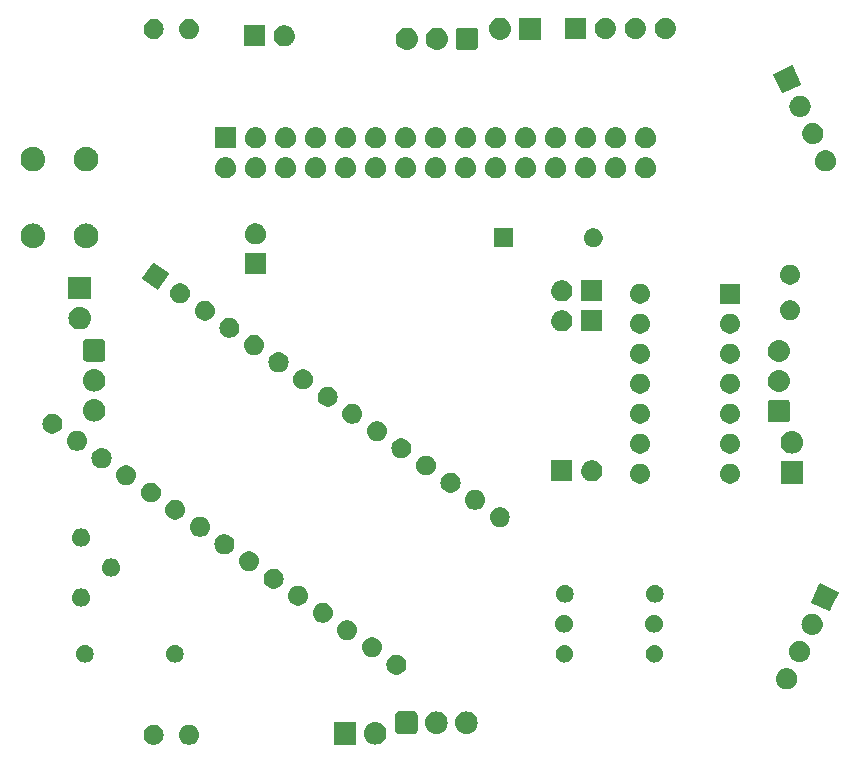
<source format=gbs>
G04 #@! TF.GenerationSoftware,KiCad,Pcbnew,7.0.5-7.0.5~ubuntu20.04.1*
G04 #@! TF.CreationDate,2023-09-13T16:29:24+01:00*
G04 #@! TF.ProjectId,Swarm-B_20230626,53776172-6d2d-4425-9f32-303233303632,rev?*
G04 #@! TF.SameCoordinates,Original*
G04 #@! TF.FileFunction,Soldermask,Bot*
G04 #@! TF.FilePolarity,Negative*
%FSLAX46Y46*%
G04 Gerber Fmt 4.6, Leading zero omitted, Abs format (unit mm)*
G04 Created by KiCad (PCBNEW 7.0.5-7.0.5~ubuntu20.04.1) date 2023-09-13 16:29:24*
%MOMM*%
%LPD*%
G01*
G04 APERTURE LIST*
G04 APERTURE END LIST*
G36*
X95236664Y-123399602D02*
G01*
X95399000Y-123471878D01*
X95542761Y-123576327D01*
X95661664Y-123708383D01*
X95750514Y-123862274D01*
X95805425Y-124031275D01*
X95824000Y-124208000D01*
X95805425Y-124384725D01*
X95750514Y-124553726D01*
X95661664Y-124707617D01*
X95542761Y-124839673D01*
X95399000Y-124944122D01*
X95236664Y-125016398D01*
X95062849Y-125053344D01*
X94885151Y-125053344D01*
X94711336Y-125016398D01*
X94549000Y-124944122D01*
X94405239Y-124839673D01*
X94286336Y-124707617D01*
X94197486Y-124553726D01*
X94142575Y-124384725D01*
X94124000Y-124208000D01*
X94142575Y-124031275D01*
X94197486Y-123862274D01*
X94286336Y-123708383D01*
X94405239Y-123576327D01*
X94549000Y-123471878D01*
X94711336Y-123399602D01*
X94885151Y-123362656D01*
X95062849Y-123362656D01*
X95236664Y-123399602D01*
G37*
G36*
X98236664Y-123399602D02*
G01*
X98399000Y-123471878D01*
X98542761Y-123576327D01*
X98661664Y-123708383D01*
X98750514Y-123862274D01*
X98805425Y-124031275D01*
X98824000Y-124208000D01*
X98805425Y-124384725D01*
X98750514Y-124553726D01*
X98661664Y-124707617D01*
X98542761Y-124839673D01*
X98399000Y-124944122D01*
X98236664Y-125016398D01*
X98062849Y-125053344D01*
X97885151Y-125053344D01*
X97711336Y-125016398D01*
X97549000Y-124944122D01*
X97405239Y-124839673D01*
X97286336Y-124707617D01*
X97197486Y-124553726D01*
X97142575Y-124384725D01*
X97124000Y-124208000D01*
X97142575Y-124031275D01*
X97197486Y-123862274D01*
X97286336Y-123708383D01*
X97405239Y-123576327D01*
X97549000Y-123471878D01*
X97711336Y-123399602D01*
X97885151Y-123362656D01*
X98062849Y-123362656D01*
X98236664Y-123399602D01*
G37*
G36*
X112123134Y-123131806D02*
G01*
X112139355Y-123142645D01*
X112150194Y-123158866D01*
X112154000Y-123178000D01*
X112154000Y-124978000D01*
X112150194Y-124997134D01*
X112139355Y-125013355D01*
X112123134Y-125024194D01*
X112104000Y-125028000D01*
X110304000Y-125028000D01*
X110284866Y-125024194D01*
X110268645Y-125013355D01*
X110257806Y-124997134D01*
X110254000Y-124978000D01*
X110254000Y-123178000D01*
X110257806Y-123158866D01*
X110268645Y-123142645D01*
X110284866Y-123131806D01*
X110304000Y-123128000D01*
X112104000Y-123128000D01*
X112123134Y-123131806D01*
G37*
G36*
X113929336Y-123146254D02*
G01*
X114107549Y-123200314D01*
X114271792Y-123288104D01*
X114415751Y-123406249D01*
X114533896Y-123550208D01*
X114621686Y-123714451D01*
X114675746Y-123892664D01*
X114694000Y-124078000D01*
X114675746Y-124263336D01*
X114621686Y-124441549D01*
X114533896Y-124605792D01*
X114415751Y-124749751D01*
X114271792Y-124867896D01*
X114107549Y-124955686D01*
X113929336Y-125009746D01*
X113744000Y-125028000D01*
X113558664Y-125009746D01*
X113380451Y-124955686D01*
X113216208Y-124867896D01*
X113072249Y-124749751D01*
X112954104Y-124605792D01*
X112866314Y-124441549D01*
X112812254Y-124263336D01*
X112794000Y-124078000D01*
X112812254Y-123892664D01*
X112866314Y-123714451D01*
X112954104Y-123550208D01*
X113072249Y-123406249D01*
X113216208Y-123288104D01*
X113380451Y-123200314D01*
X113558664Y-123146254D01*
X113744000Y-123128000D01*
X113929336Y-123146254D01*
G37*
G36*
X117093919Y-122230926D02*
G01*
X117102557Y-122234740D01*
X117110071Y-122235835D01*
X117157044Y-122258798D01*
X117194237Y-122275221D01*
X117197680Y-122278664D01*
X117198590Y-122279109D01*
X117267890Y-122348409D01*
X117268334Y-122349318D01*
X117271779Y-122352763D01*
X117288205Y-122389965D01*
X117311164Y-122436928D01*
X117312258Y-122444439D01*
X117316074Y-122453081D01*
X117324000Y-122521400D01*
X117324000Y-123824600D01*
X117316074Y-123892919D01*
X117312258Y-123901561D01*
X117311164Y-123909071D01*
X117288210Y-123956023D01*
X117271779Y-123993237D01*
X117268333Y-123996682D01*
X117267890Y-123997590D01*
X117198590Y-124066890D01*
X117197682Y-124067333D01*
X117194237Y-124070779D01*
X117157023Y-124087210D01*
X117110071Y-124110164D01*
X117102561Y-124111258D01*
X117093919Y-124115074D01*
X117025600Y-124123000D01*
X115722400Y-124123000D01*
X115654081Y-124115074D01*
X115645439Y-124111258D01*
X115637928Y-124110164D01*
X115590965Y-124087205D01*
X115553763Y-124070779D01*
X115550318Y-124067334D01*
X115549409Y-124066890D01*
X115480109Y-123997590D01*
X115479664Y-123996680D01*
X115476221Y-123993237D01*
X115459798Y-123956044D01*
X115436835Y-123909071D01*
X115435740Y-123901557D01*
X115431926Y-123892919D01*
X115424000Y-123824600D01*
X115424000Y-122521400D01*
X115431926Y-122453081D01*
X115435740Y-122444442D01*
X115436835Y-122436928D01*
X115459803Y-122389944D01*
X115476221Y-122352763D01*
X115479663Y-122349320D01*
X115480109Y-122348409D01*
X115549409Y-122279109D01*
X115550320Y-122278663D01*
X115553763Y-122275221D01*
X115590944Y-122258803D01*
X115637928Y-122235835D01*
X115645442Y-122234740D01*
X115654081Y-122230926D01*
X115722400Y-122223000D01*
X117025600Y-122223000D01*
X117093919Y-122230926D01*
G37*
G36*
X119099336Y-122241254D02*
G01*
X119277549Y-122295314D01*
X119441792Y-122383104D01*
X119585751Y-122501249D01*
X119703896Y-122645208D01*
X119791686Y-122809451D01*
X119845746Y-122987664D01*
X119864000Y-123173000D01*
X119845746Y-123358336D01*
X119791686Y-123536549D01*
X119703896Y-123700792D01*
X119585751Y-123844751D01*
X119441792Y-123962896D01*
X119277549Y-124050686D01*
X119099336Y-124104746D01*
X118914000Y-124123000D01*
X118728664Y-124104746D01*
X118550451Y-124050686D01*
X118386208Y-123962896D01*
X118242249Y-123844751D01*
X118124104Y-123700792D01*
X118036314Y-123536549D01*
X117982254Y-123358336D01*
X117964000Y-123173000D01*
X117982254Y-122987664D01*
X118036314Y-122809451D01*
X118124104Y-122645208D01*
X118242249Y-122501249D01*
X118386208Y-122383104D01*
X118550451Y-122295314D01*
X118728664Y-122241254D01*
X118914000Y-122223000D01*
X119099336Y-122241254D01*
G37*
G36*
X121639336Y-122241254D02*
G01*
X121817549Y-122295314D01*
X121981792Y-122383104D01*
X122125751Y-122501249D01*
X122243896Y-122645208D01*
X122331686Y-122809451D01*
X122385746Y-122987664D01*
X122404000Y-123173000D01*
X122385746Y-123358336D01*
X122331686Y-123536549D01*
X122243896Y-123700792D01*
X122125751Y-123844751D01*
X121981792Y-123962896D01*
X121817549Y-124050686D01*
X121639336Y-124104746D01*
X121454000Y-124123000D01*
X121268664Y-124104746D01*
X121090451Y-124050686D01*
X120926208Y-123962896D01*
X120782249Y-123844751D01*
X120664104Y-123700792D01*
X120576314Y-123536549D01*
X120522254Y-123358336D01*
X120504000Y-123173000D01*
X120522254Y-122987664D01*
X120576314Y-122809451D01*
X120664104Y-122645208D01*
X120782249Y-122501249D01*
X120926208Y-122383104D01*
X121090451Y-122295314D01*
X121268664Y-122241254D01*
X121454000Y-122223000D01*
X121639336Y-122241254D01*
G37*
G36*
X148631256Y-118560995D02*
G01*
X148677725Y-118560995D01*
X148717851Y-118569524D01*
X148759182Y-118573595D01*
X148811109Y-118589347D01*
X148861764Y-118600114D01*
X148894176Y-118614544D01*
X148927970Y-118624796D01*
X148981672Y-118653500D01*
X149033649Y-118676642D01*
X149057814Y-118694199D01*
X149083527Y-118707943D01*
X149135982Y-118750992D01*
X149185867Y-118787235D01*
X149202061Y-118805220D01*
X149219874Y-118819839D01*
X149267738Y-118878162D01*
X149311764Y-118927058D01*
X149321014Y-118943080D01*
X149331770Y-118956186D01*
X149371557Y-119030622D01*
X149405840Y-119090002D01*
X149409783Y-119102139D01*
X149414917Y-119111743D01*
X149443217Y-119205036D01*
X149463982Y-119268944D01*
X149464713Y-119275899D01*
X149466118Y-119280531D01*
X149479800Y-119419450D01*
X149483649Y-119456065D01*
X149479800Y-119492682D01*
X149466118Y-119631598D01*
X149464713Y-119636229D01*
X149463982Y-119643186D01*
X149443212Y-119707107D01*
X149414917Y-119800386D01*
X149409784Y-119809988D01*
X149405840Y-119822128D01*
X149371550Y-119881519D01*
X149331770Y-119955943D01*
X149321016Y-119969046D01*
X149311764Y-119985072D01*
X149267729Y-120033977D01*
X149219874Y-120092290D01*
X149202064Y-120106905D01*
X149185867Y-120124895D01*
X149135972Y-120161145D01*
X149083527Y-120204186D01*
X149057820Y-120217926D01*
X149033649Y-120235488D01*
X148981661Y-120258634D01*
X148927970Y-120287333D01*
X148894183Y-120297582D01*
X148861764Y-120312016D01*
X148811098Y-120322785D01*
X148759182Y-120338534D01*
X148717859Y-120342603D01*
X148677725Y-120351135D01*
X148631246Y-120351135D01*
X148583649Y-120355823D01*
X148536052Y-120351135D01*
X148489573Y-120351135D01*
X148449438Y-120342604D01*
X148408115Y-120338534D01*
X148356195Y-120322784D01*
X148305534Y-120312016D01*
X148273116Y-120297582D01*
X148239327Y-120287333D01*
X148185630Y-120258631D01*
X148133649Y-120235488D01*
X148109480Y-120217928D01*
X148083770Y-120204186D01*
X148031316Y-120161139D01*
X147981431Y-120124895D01*
X147965236Y-120106908D01*
X147947423Y-120092290D01*
X147899557Y-120033964D01*
X147855534Y-119985072D01*
X147846283Y-119969050D01*
X147835527Y-119955943D01*
X147795734Y-119881496D01*
X147761458Y-119822128D01*
X147757515Y-119809993D01*
X147752380Y-119800386D01*
X147724070Y-119707061D01*
X147703316Y-119643186D01*
X147702585Y-119636234D01*
X147701179Y-119631598D01*
X147687481Y-119492531D01*
X147683649Y-119456065D01*
X147687481Y-119419601D01*
X147701179Y-119280531D01*
X147702585Y-119275894D01*
X147703316Y-119268944D01*
X147724065Y-119205082D01*
X147752380Y-119111743D01*
X147757515Y-119102134D01*
X147761458Y-119090002D01*
X147795727Y-119030646D01*
X147835527Y-118956186D01*
X147846285Y-118943076D01*
X147855534Y-118927058D01*
X147899547Y-118878175D01*
X147947423Y-118819839D01*
X147965239Y-118805217D01*
X147981431Y-118787235D01*
X148031306Y-118750998D01*
X148083770Y-118707943D01*
X148109485Y-118694197D01*
X148133649Y-118676642D01*
X148185619Y-118653503D01*
X148239327Y-118624796D01*
X148273123Y-118614543D01*
X148305534Y-118600114D01*
X148356184Y-118589347D01*
X148408115Y-118573595D01*
X148449447Y-118569524D01*
X148489573Y-118560995D01*
X148536042Y-118560995D01*
X148583649Y-118556306D01*
X148631256Y-118560995D01*
G37*
G36*
X115798603Y-117450254D02*
G01*
X115960939Y-117522530D01*
X116104700Y-117626979D01*
X116223603Y-117759035D01*
X116312453Y-117912926D01*
X116367364Y-118081927D01*
X116385939Y-118258652D01*
X116367364Y-118435377D01*
X116312453Y-118604378D01*
X116223603Y-118758269D01*
X116104700Y-118890325D01*
X115960939Y-118994774D01*
X115798603Y-119067050D01*
X115624788Y-119103996D01*
X115447090Y-119103996D01*
X115273275Y-119067050D01*
X115110939Y-118994774D01*
X114967178Y-118890325D01*
X114848275Y-118758269D01*
X114759425Y-118604378D01*
X114704514Y-118435377D01*
X114685939Y-118258652D01*
X114704514Y-118081927D01*
X114759425Y-117912926D01*
X114848275Y-117759035D01*
X114967178Y-117626979D01*
X115110939Y-117522530D01*
X115273275Y-117450254D01*
X115447090Y-117413308D01*
X115624788Y-117413308D01*
X115798603Y-117450254D01*
G37*
G36*
X89320891Y-116616804D02*
G01*
X89479413Y-116672273D01*
X89621617Y-116761626D01*
X89740374Y-116880383D01*
X89829727Y-117022587D01*
X89885196Y-117181109D01*
X89904000Y-117348000D01*
X89885196Y-117514891D01*
X89829727Y-117673413D01*
X89740374Y-117815617D01*
X89621617Y-117934374D01*
X89479413Y-118023727D01*
X89320891Y-118079196D01*
X89154000Y-118098000D01*
X88987109Y-118079196D01*
X88828587Y-118023727D01*
X88686383Y-117934374D01*
X88567626Y-117815617D01*
X88478273Y-117673413D01*
X88422804Y-117514891D01*
X88404000Y-117348000D01*
X88422804Y-117181109D01*
X88478273Y-117022587D01*
X88567626Y-116880383D01*
X88686383Y-116761626D01*
X88828587Y-116672273D01*
X88987109Y-116616804D01*
X89154000Y-116598000D01*
X89320891Y-116616804D01*
G37*
G36*
X96940891Y-116616804D02*
G01*
X97099413Y-116672273D01*
X97241617Y-116761626D01*
X97360374Y-116880383D01*
X97449727Y-117022587D01*
X97505196Y-117181109D01*
X97524000Y-117348000D01*
X97505196Y-117514891D01*
X97449727Y-117673413D01*
X97360374Y-117815617D01*
X97241617Y-117934374D01*
X97099413Y-118023727D01*
X96940891Y-118079196D01*
X96774000Y-118098000D01*
X96607109Y-118079196D01*
X96448587Y-118023727D01*
X96306383Y-117934374D01*
X96187626Y-117815617D01*
X96098273Y-117673413D01*
X96042804Y-117514891D01*
X96024000Y-117348000D01*
X96042804Y-117181109D01*
X96098273Y-117022587D01*
X96187626Y-116880383D01*
X96306383Y-116761626D01*
X96448587Y-116672273D01*
X96607109Y-116616804D01*
X96774000Y-116598000D01*
X96940891Y-116616804D01*
G37*
G36*
X129930891Y-116616804D02*
G01*
X130089413Y-116672273D01*
X130231617Y-116761626D01*
X130350374Y-116880383D01*
X130439727Y-117022587D01*
X130495196Y-117181109D01*
X130514000Y-117348000D01*
X130495196Y-117514891D01*
X130439727Y-117673413D01*
X130350374Y-117815617D01*
X130231617Y-117934374D01*
X130089413Y-118023727D01*
X129930891Y-118079196D01*
X129764000Y-118098000D01*
X129597109Y-118079196D01*
X129438587Y-118023727D01*
X129296383Y-117934374D01*
X129177626Y-117815617D01*
X129088273Y-117673413D01*
X129032804Y-117514891D01*
X129014000Y-117348000D01*
X129032804Y-117181109D01*
X129088273Y-117022587D01*
X129177626Y-116880383D01*
X129296383Y-116761626D01*
X129438587Y-116672273D01*
X129597109Y-116616804D01*
X129764000Y-116598000D01*
X129930891Y-116616804D01*
G37*
G36*
X137550891Y-116616804D02*
G01*
X137709413Y-116672273D01*
X137851617Y-116761626D01*
X137970374Y-116880383D01*
X138059727Y-117022587D01*
X138115196Y-117181109D01*
X138134000Y-117348000D01*
X138115196Y-117514891D01*
X138059727Y-117673413D01*
X137970374Y-117815617D01*
X137851617Y-117934374D01*
X137709413Y-118023727D01*
X137550891Y-118079196D01*
X137384000Y-118098000D01*
X137217109Y-118079196D01*
X137058587Y-118023727D01*
X136916383Y-117934374D01*
X136797626Y-117815617D01*
X136708273Y-117673413D01*
X136652804Y-117514891D01*
X136634000Y-117348000D01*
X136652804Y-117181109D01*
X136708273Y-117022587D01*
X136797626Y-116880383D01*
X136916383Y-116761626D01*
X137058587Y-116672273D01*
X137217109Y-116616804D01*
X137384000Y-116598000D01*
X137550891Y-116616804D01*
G37*
G36*
X149704706Y-116258974D02*
G01*
X149751175Y-116258974D01*
X149791301Y-116267503D01*
X149832632Y-116271574D01*
X149884559Y-116287326D01*
X149935214Y-116298093D01*
X149967626Y-116312523D01*
X150001420Y-116322775D01*
X150055122Y-116351479D01*
X150107099Y-116374621D01*
X150131264Y-116392178D01*
X150156977Y-116405922D01*
X150209432Y-116448971D01*
X150259317Y-116485214D01*
X150275511Y-116503199D01*
X150293324Y-116517818D01*
X150341188Y-116576141D01*
X150385214Y-116625037D01*
X150394464Y-116641059D01*
X150405220Y-116654165D01*
X150445007Y-116728601D01*
X150479290Y-116787981D01*
X150483233Y-116800118D01*
X150488367Y-116809722D01*
X150516667Y-116903015D01*
X150537432Y-116966923D01*
X150538163Y-116973878D01*
X150539568Y-116978510D01*
X150553250Y-117117429D01*
X150557099Y-117154044D01*
X150553250Y-117190661D01*
X150539568Y-117329577D01*
X150538163Y-117334208D01*
X150537432Y-117341165D01*
X150516662Y-117405086D01*
X150488367Y-117498365D01*
X150483234Y-117507967D01*
X150479290Y-117520107D01*
X150445000Y-117579498D01*
X150405220Y-117653922D01*
X150394466Y-117667025D01*
X150385214Y-117683051D01*
X150341179Y-117731956D01*
X150293324Y-117790269D01*
X150275514Y-117804884D01*
X150259317Y-117822874D01*
X150209422Y-117859124D01*
X150156977Y-117902165D01*
X150131270Y-117915905D01*
X150107099Y-117933467D01*
X150055111Y-117956613D01*
X150001420Y-117985312D01*
X149967633Y-117995561D01*
X149935214Y-118009995D01*
X149884548Y-118020764D01*
X149832632Y-118036513D01*
X149791309Y-118040582D01*
X149751175Y-118049114D01*
X149704696Y-118049114D01*
X149657099Y-118053802D01*
X149609502Y-118049114D01*
X149563023Y-118049114D01*
X149522888Y-118040583D01*
X149481565Y-118036513D01*
X149429645Y-118020763D01*
X149378984Y-118009995D01*
X149346566Y-117995561D01*
X149312777Y-117985312D01*
X149259080Y-117956610D01*
X149207099Y-117933467D01*
X149182930Y-117915907D01*
X149157220Y-117902165D01*
X149104766Y-117859118D01*
X149054881Y-117822874D01*
X149038686Y-117804887D01*
X149020873Y-117790269D01*
X148973007Y-117731943D01*
X148928984Y-117683051D01*
X148919733Y-117667029D01*
X148908977Y-117653922D01*
X148869184Y-117579475D01*
X148834908Y-117520107D01*
X148830965Y-117507972D01*
X148825830Y-117498365D01*
X148797520Y-117405040D01*
X148776766Y-117341165D01*
X148776035Y-117334213D01*
X148774629Y-117329577D01*
X148760931Y-117190510D01*
X148757099Y-117154044D01*
X148760931Y-117117580D01*
X148774629Y-116978510D01*
X148776035Y-116973873D01*
X148776766Y-116966923D01*
X148797515Y-116903061D01*
X148825830Y-116809722D01*
X148830965Y-116800113D01*
X148834908Y-116787981D01*
X148869177Y-116728625D01*
X148908977Y-116654165D01*
X148919735Y-116641055D01*
X148928984Y-116625037D01*
X148972997Y-116576154D01*
X149020873Y-116517818D01*
X149038689Y-116503196D01*
X149054881Y-116485214D01*
X149104756Y-116448977D01*
X149157220Y-116405922D01*
X149182935Y-116392176D01*
X149207099Y-116374621D01*
X149259069Y-116351482D01*
X149312777Y-116322775D01*
X149346573Y-116312522D01*
X149378984Y-116298093D01*
X149429634Y-116287326D01*
X149481565Y-116271574D01*
X149522897Y-116267503D01*
X149563023Y-116258974D01*
X149609492Y-116258974D01*
X149657099Y-116254285D01*
X149704706Y-116258974D01*
G37*
G36*
X113717957Y-115993370D02*
G01*
X113880293Y-116065646D01*
X114024054Y-116170095D01*
X114142957Y-116302151D01*
X114231807Y-116456042D01*
X114286718Y-116625043D01*
X114305293Y-116801768D01*
X114286718Y-116978493D01*
X114231807Y-117147494D01*
X114142957Y-117301385D01*
X114024054Y-117433441D01*
X113880293Y-117537890D01*
X113717957Y-117610166D01*
X113544142Y-117647112D01*
X113366444Y-117647112D01*
X113192629Y-117610166D01*
X113030293Y-117537890D01*
X112886532Y-117433441D01*
X112767629Y-117301385D01*
X112678779Y-117147494D01*
X112623868Y-116978493D01*
X112605293Y-116801768D01*
X112623868Y-116625043D01*
X112678779Y-116456042D01*
X112767629Y-116302151D01*
X112886532Y-116170095D01*
X113030293Y-116065646D01*
X113192629Y-115993370D01*
X113366444Y-115956424D01*
X113544142Y-115956424D01*
X113717957Y-115993370D01*
G37*
G36*
X111637310Y-114536486D02*
G01*
X111799646Y-114608762D01*
X111943407Y-114713211D01*
X112062310Y-114845267D01*
X112151160Y-114999158D01*
X112206071Y-115168159D01*
X112224646Y-115344884D01*
X112206071Y-115521609D01*
X112151160Y-115690610D01*
X112062310Y-115844501D01*
X111943407Y-115976557D01*
X111799646Y-116081006D01*
X111637310Y-116153282D01*
X111463495Y-116190228D01*
X111285797Y-116190228D01*
X111111982Y-116153282D01*
X110949646Y-116081006D01*
X110805885Y-115976557D01*
X110686982Y-115844501D01*
X110598132Y-115690610D01*
X110543221Y-115521609D01*
X110524646Y-115344884D01*
X110543221Y-115168159D01*
X110598132Y-114999158D01*
X110686982Y-114845267D01*
X110805885Y-114713211D01*
X110949646Y-114608762D01*
X111111982Y-114536486D01*
X111285797Y-114499540D01*
X111463495Y-114499540D01*
X111637310Y-114536486D01*
G37*
G36*
X150778157Y-113956952D02*
G01*
X150824626Y-113956952D01*
X150864752Y-113965481D01*
X150906083Y-113969552D01*
X150958010Y-113985304D01*
X151008665Y-113996071D01*
X151041077Y-114010501D01*
X151074871Y-114020753D01*
X151128573Y-114049457D01*
X151180550Y-114072599D01*
X151204715Y-114090156D01*
X151230428Y-114103900D01*
X151282883Y-114146949D01*
X151332768Y-114183192D01*
X151348962Y-114201177D01*
X151366775Y-114215796D01*
X151414639Y-114274119D01*
X151458665Y-114323015D01*
X151467915Y-114339037D01*
X151478671Y-114352143D01*
X151518458Y-114426579D01*
X151552741Y-114485959D01*
X151556684Y-114498096D01*
X151561818Y-114507700D01*
X151590118Y-114600993D01*
X151610883Y-114664901D01*
X151611614Y-114671856D01*
X151613019Y-114676488D01*
X151626702Y-114815419D01*
X151630550Y-114852022D01*
X151626700Y-114888651D01*
X151613019Y-115027555D01*
X151611614Y-115032186D01*
X151610883Y-115039143D01*
X151590113Y-115103064D01*
X151561818Y-115196343D01*
X151556685Y-115205945D01*
X151552741Y-115218085D01*
X151518451Y-115277476D01*
X151478671Y-115351900D01*
X151467917Y-115365003D01*
X151458665Y-115381029D01*
X151414630Y-115429934D01*
X151366775Y-115488247D01*
X151348965Y-115502862D01*
X151332768Y-115520852D01*
X151282873Y-115557102D01*
X151230428Y-115600143D01*
X151204721Y-115613883D01*
X151180550Y-115631445D01*
X151128562Y-115654591D01*
X151074871Y-115683290D01*
X151041084Y-115693539D01*
X151008665Y-115707973D01*
X150957999Y-115718742D01*
X150906083Y-115734491D01*
X150864761Y-115738560D01*
X150824626Y-115747092D01*
X150778146Y-115747092D01*
X150730549Y-115751780D01*
X150682952Y-115747092D01*
X150636474Y-115747092D01*
X150596339Y-115738561D01*
X150555016Y-115734491D01*
X150503096Y-115718741D01*
X150452435Y-115707973D01*
X150420017Y-115693539D01*
X150386228Y-115683290D01*
X150332531Y-115654588D01*
X150280550Y-115631445D01*
X150256381Y-115613885D01*
X150230671Y-115600143D01*
X150178217Y-115557096D01*
X150128332Y-115520852D01*
X150112137Y-115502865D01*
X150094324Y-115488247D01*
X150046458Y-115429921D01*
X150002435Y-115381029D01*
X149993184Y-115365007D01*
X149982428Y-115351900D01*
X149942635Y-115277453D01*
X149908359Y-115218085D01*
X149904416Y-115205950D01*
X149899281Y-115196343D01*
X149870971Y-115103018D01*
X149850217Y-115039143D01*
X149849486Y-115032191D01*
X149848080Y-115027555D01*
X149834383Y-114888500D01*
X149830550Y-114852022D01*
X149834381Y-114815570D01*
X149848080Y-114676488D01*
X149849486Y-114671851D01*
X149850217Y-114664901D01*
X149870966Y-114601039D01*
X149899281Y-114507700D01*
X149904416Y-114498091D01*
X149908359Y-114485959D01*
X149942628Y-114426603D01*
X149982428Y-114352143D01*
X149993186Y-114339033D01*
X150002435Y-114323015D01*
X150046448Y-114274132D01*
X150094324Y-114215796D01*
X150112140Y-114201174D01*
X150128332Y-114183192D01*
X150178207Y-114146955D01*
X150230671Y-114103900D01*
X150256386Y-114090154D01*
X150280550Y-114072599D01*
X150332520Y-114049460D01*
X150386228Y-114020753D01*
X150420024Y-114010500D01*
X150452435Y-113996071D01*
X150503085Y-113985304D01*
X150555016Y-113969552D01*
X150596348Y-113965481D01*
X150636474Y-113956952D01*
X150682943Y-113956952D01*
X150730550Y-113952263D01*
X150778157Y-113956952D01*
G37*
G36*
X129890891Y-114076804D02*
G01*
X130049413Y-114132273D01*
X130191617Y-114221626D01*
X130310374Y-114340383D01*
X130399727Y-114482587D01*
X130455196Y-114641109D01*
X130474000Y-114808000D01*
X130455196Y-114974891D01*
X130399727Y-115133413D01*
X130310374Y-115275617D01*
X130191617Y-115394374D01*
X130049413Y-115483727D01*
X129890891Y-115539196D01*
X129724000Y-115558000D01*
X129557109Y-115539196D01*
X129398587Y-115483727D01*
X129256383Y-115394374D01*
X129137626Y-115275617D01*
X129048273Y-115133413D01*
X128992804Y-114974891D01*
X128974000Y-114808000D01*
X128992804Y-114641109D01*
X129048273Y-114482587D01*
X129137626Y-114340383D01*
X129256383Y-114221626D01*
X129398587Y-114132273D01*
X129557109Y-114076804D01*
X129724000Y-114058000D01*
X129890891Y-114076804D01*
G37*
G36*
X137510891Y-114076804D02*
G01*
X137669413Y-114132273D01*
X137811617Y-114221626D01*
X137930374Y-114340383D01*
X138019727Y-114482587D01*
X138075196Y-114641109D01*
X138094000Y-114808000D01*
X138075196Y-114974891D01*
X138019727Y-115133413D01*
X137930374Y-115275617D01*
X137811617Y-115394374D01*
X137669413Y-115483727D01*
X137510891Y-115539196D01*
X137344000Y-115558000D01*
X137177109Y-115539196D01*
X137018587Y-115483727D01*
X136876383Y-115394374D01*
X136757626Y-115275617D01*
X136668273Y-115133413D01*
X136612804Y-114974891D01*
X136594000Y-114808000D01*
X136612804Y-114641109D01*
X136668273Y-114482587D01*
X136757626Y-114340383D01*
X136876383Y-114221626D01*
X137018587Y-114132273D01*
X137177109Y-114076804D01*
X137344000Y-114058000D01*
X137510891Y-114076804D01*
G37*
G36*
X109556664Y-113079602D02*
G01*
X109719000Y-113151878D01*
X109862761Y-113256327D01*
X109981664Y-113388383D01*
X110070514Y-113542274D01*
X110125425Y-113711275D01*
X110144000Y-113888000D01*
X110125425Y-114064725D01*
X110070514Y-114233726D01*
X109981664Y-114387617D01*
X109862761Y-114519673D01*
X109719000Y-114624122D01*
X109556664Y-114696398D01*
X109382849Y-114733344D01*
X109205151Y-114733344D01*
X109031336Y-114696398D01*
X108869000Y-114624122D01*
X108725239Y-114519673D01*
X108606336Y-114387617D01*
X108517486Y-114233726D01*
X108462575Y-114064725D01*
X108444000Y-113888000D01*
X108462575Y-113711275D01*
X108517486Y-113542274D01*
X108606336Y-113388383D01*
X108725239Y-113256327D01*
X108869000Y-113151878D01*
X109031336Y-113079602D01*
X109205151Y-113042656D01*
X109382849Y-113042656D01*
X109556664Y-113079602D01*
G37*
G36*
X151413995Y-111375097D02*
G01*
X151720451Y-111518000D01*
X152950250Y-112091464D01*
X152950255Y-112091468D01*
X152954718Y-112093549D01*
X152970451Y-112105084D01*
X152980571Y-112121763D01*
X152983540Y-112141045D01*
X152978903Y-112159995D01*
X152516269Y-113152115D01*
X152262535Y-113696250D01*
X152262533Y-113696252D01*
X152260451Y-113700718D01*
X152248916Y-113716451D01*
X152232237Y-113726571D01*
X152212955Y-113729540D01*
X152194005Y-113724903D01*
X151243653Y-113281746D01*
X150657749Y-113008535D01*
X150657745Y-113008532D01*
X150653282Y-113006451D01*
X150637549Y-112994916D01*
X150627429Y-112978237D01*
X150624460Y-112958955D01*
X150629097Y-112940005D01*
X150705181Y-112776842D01*
X151345464Y-111403749D01*
X151345469Y-111403741D01*
X151347549Y-111399282D01*
X151359084Y-111383549D01*
X151375763Y-111373429D01*
X151395045Y-111370460D01*
X151413995Y-111375097D01*
G37*
G36*
X88990341Y-111837306D02*
G01*
X89153090Y-111894254D01*
X89299087Y-111985990D01*
X89421010Y-112107913D01*
X89512746Y-112253910D01*
X89569694Y-112416659D01*
X89589000Y-112588000D01*
X89569694Y-112759341D01*
X89512746Y-112922090D01*
X89421010Y-113068087D01*
X89299087Y-113190010D01*
X89153090Y-113281746D01*
X88990341Y-113338694D01*
X88819000Y-113358000D01*
X88647659Y-113338694D01*
X88484910Y-113281746D01*
X88338913Y-113190010D01*
X88216990Y-113068087D01*
X88125254Y-112922090D01*
X88068306Y-112759341D01*
X88049000Y-112588000D01*
X88068306Y-112416659D01*
X88125254Y-112253910D01*
X88216990Y-112107913D01*
X88338913Y-111985990D01*
X88484910Y-111894254D01*
X88647659Y-111837306D01*
X88819000Y-111818000D01*
X88990341Y-111837306D01*
G37*
G36*
X107476018Y-111622718D02*
G01*
X107638354Y-111694994D01*
X107782115Y-111799443D01*
X107901018Y-111931499D01*
X107989868Y-112085390D01*
X108044779Y-112254391D01*
X108063354Y-112431116D01*
X108044779Y-112607841D01*
X107989868Y-112776842D01*
X107901018Y-112930733D01*
X107782115Y-113062789D01*
X107638354Y-113167238D01*
X107476018Y-113239514D01*
X107302203Y-113276460D01*
X107124505Y-113276460D01*
X106950690Y-113239514D01*
X106788354Y-113167238D01*
X106644593Y-113062789D01*
X106525690Y-112930733D01*
X106436840Y-112776842D01*
X106381929Y-112607841D01*
X106363354Y-112431116D01*
X106381929Y-112254391D01*
X106436840Y-112085390D01*
X106525690Y-111931499D01*
X106644593Y-111799443D01*
X106788354Y-111694994D01*
X106950690Y-111622718D01*
X107124505Y-111585772D01*
X107302203Y-111585772D01*
X107476018Y-111622718D01*
G37*
G36*
X129960891Y-111536804D02*
G01*
X130119413Y-111592273D01*
X130261617Y-111681626D01*
X130380374Y-111800383D01*
X130469727Y-111942587D01*
X130525196Y-112101109D01*
X130544000Y-112268000D01*
X130525196Y-112434891D01*
X130469727Y-112593413D01*
X130380374Y-112735617D01*
X130261617Y-112854374D01*
X130119413Y-112943727D01*
X129960891Y-112999196D01*
X129794000Y-113018000D01*
X129627109Y-112999196D01*
X129468587Y-112943727D01*
X129326383Y-112854374D01*
X129207626Y-112735617D01*
X129118273Y-112593413D01*
X129062804Y-112434891D01*
X129044000Y-112268000D01*
X129062804Y-112101109D01*
X129118273Y-111942587D01*
X129207626Y-111800383D01*
X129326383Y-111681626D01*
X129468587Y-111592273D01*
X129627109Y-111536804D01*
X129794000Y-111518000D01*
X129960891Y-111536804D01*
G37*
G36*
X137580891Y-111536804D02*
G01*
X137739413Y-111592273D01*
X137881617Y-111681626D01*
X138000374Y-111800383D01*
X138089727Y-111942587D01*
X138145196Y-112101109D01*
X138164000Y-112268000D01*
X138145196Y-112434891D01*
X138089727Y-112593413D01*
X138000374Y-112735617D01*
X137881617Y-112854374D01*
X137739413Y-112943727D01*
X137580891Y-112999196D01*
X137414000Y-113018000D01*
X137247109Y-112999196D01*
X137088587Y-112943727D01*
X136946383Y-112854374D01*
X136827626Y-112735617D01*
X136738273Y-112593413D01*
X136682804Y-112434891D01*
X136664000Y-112268000D01*
X136682804Y-112101109D01*
X136738273Y-111942587D01*
X136827626Y-111800383D01*
X136946383Y-111681626D01*
X137088587Y-111592273D01*
X137247109Y-111536804D01*
X137414000Y-111518000D01*
X137580891Y-111536804D01*
G37*
G36*
X105395372Y-110165833D02*
G01*
X105557708Y-110238109D01*
X105701469Y-110342558D01*
X105820372Y-110474614D01*
X105909222Y-110628505D01*
X105964133Y-110797506D01*
X105982708Y-110974231D01*
X105964133Y-111150956D01*
X105909222Y-111319957D01*
X105820372Y-111473848D01*
X105701469Y-111605904D01*
X105557708Y-111710353D01*
X105395372Y-111782629D01*
X105221557Y-111819575D01*
X105043859Y-111819575D01*
X104870044Y-111782629D01*
X104707708Y-111710353D01*
X104563947Y-111605904D01*
X104445044Y-111473848D01*
X104356194Y-111319957D01*
X104301283Y-111150956D01*
X104282708Y-110974231D01*
X104301283Y-110797506D01*
X104356194Y-110628505D01*
X104445044Y-110474614D01*
X104563947Y-110342558D01*
X104707708Y-110238109D01*
X104870044Y-110165833D01*
X105043859Y-110128887D01*
X105221557Y-110128887D01*
X105395372Y-110165833D01*
G37*
G36*
X91530341Y-109297306D02*
G01*
X91693090Y-109354254D01*
X91839087Y-109445990D01*
X91961010Y-109567913D01*
X92052746Y-109713910D01*
X92109694Y-109876659D01*
X92129000Y-110048000D01*
X92109694Y-110219341D01*
X92052746Y-110382090D01*
X91961010Y-110528087D01*
X91839087Y-110650010D01*
X91693090Y-110741746D01*
X91530341Y-110798694D01*
X91359000Y-110818000D01*
X91187659Y-110798694D01*
X91024910Y-110741746D01*
X90878913Y-110650010D01*
X90756990Y-110528087D01*
X90665254Y-110382090D01*
X90608306Y-110219341D01*
X90589000Y-110048000D01*
X90608306Y-109876659D01*
X90665254Y-109713910D01*
X90756990Y-109567913D01*
X90878913Y-109445990D01*
X91024910Y-109354254D01*
X91187659Y-109297306D01*
X91359000Y-109278000D01*
X91530341Y-109297306D01*
G37*
G36*
X103314726Y-108708949D02*
G01*
X103477062Y-108781225D01*
X103620823Y-108885674D01*
X103739726Y-109017730D01*
X103828576Y-109171621D01*
X103883487Y-109340622D01*
X103902062Y-109517347D01*
X103883487Y-109694072D01*
X103828576Y-109863073D01*
X103739726Y-110016964D01*
X103620823Y-110149020D01*
X103477062Y-110253469D01*
X103314726Y-110325745D01*
X103140911Y-110362691D01*
X102963213Y-110362691D01*
X102789398Y-110325745D01*
X102627062Y-110253469D01*
X102483301Y-110149020D01*
X102364398Y-110016964D01*
X102275548Y-109863073D01*
X102220637Y-109694072D01*
X102202062Y-109517347D01*
X102220637Y-109340622D01*
X102275548Y-109171621D01*
X102364398Y-109017730D01*
X102483301Y-108885674D01*
X102627062Y-108781225D01*
X102789398Y-108708949D01*
X102963213Y-108672003D01*
X103140911Y-108672003D01*
X103314726Y-108708949D01*
G37*
G36*
X101234079Y-107252065D02*
G01*
X101396415Y-107324341D01*
X101540176Y-107428790D01*
X101659079Y-107560846D01*
X101747929Y-107714737D01*
X101802840Y-107883738D01*
X101821415Y-108060463D01*
X101802840Y-108237188D01*
X101747929Y-108406189D01*
X101659079Y-108560080D01*
X101540176Y-108692136D01*
X101396415Y-108796585D01*
X101234079Y-108868861D01*
X101060264Y-108905807D01*
X100882566Y-108905807D01*
X100708751Y-108868861D01*
X100546415Y-108796585D01*
X100402654Y-108692136D01*
X100283751Y-108560080D01*
X100194901Y-108406189D01*
X100139990Y-108237188D01*
X100121415Y-108060463D01*
X100139990Y-107883738D01*
X100194901Y-107714737D01*
X100283751Y-107560846D01*
X100402654Y-107428790D01*
X100546415Y-107324341D01*
X100708751Y-107252065D01*
X100882566Y-107215119D01*
X101060264Y-107215119D01*
X101234079Y-107252065D01*
G37*
G36*
X88990341Y-106757306D02*
G01*
X89153090Y-106814254D01*
X89299087Y-106905990D01*
X89421010Y-107027913D01*
X89512746Y-107173910D01*
X89569694Y-107336659D01*
X89589000Y-107508000D01*
X89569694Y-107679341D01*
X89512746Y-107842090D01*
X89421010Y-107988087D01*
X89299087Y-108110010D01*
X89153090Y-108201746D01*
X88990341Y-108258694D01*
X88819000Y-108278000D01*
X88647659Y-108258694D01*
X88484910Y-108201746D01*
X88338913Y-108110010D01*
X88216990Y-107988087D01*
X88125254Y-107842090D01*
X88068306Y-107679341D01*
X88049000Y-107508000D01*
X88068306Y-107336659D01*
X88125254Y-107173910D01*
X88216990Y-107027913D01*
X88338913Y-106905990D01*
X88484910Y-106814254D01*
X88647659Y-106757306D01*
X88819000Y-106738000D01*
X88990341Y-106757306D01*
G37*
G36*
X99153433Y-105795181D02*
G01*
X99315769Y-105867457D01*
X99459530Y-105971906D01*
X99578433Y-106103962D01*
X99667283Y-106257853D01*
X99722194Y-106426854D01*
X99740769Y-106603579D01*
X99722194Y-106780304D01*
X99667283Y-106949305D01*
X99578433Y-107103196D01*
X99459530Y-107235252D01*
X99315769Y-107339701D01*
X99153433Y-107411977D01*
X98979618Y-107448923D01*
X98801920Y-107448923D01*
X98628105Y-107411977D01*
X98465769Y-107339701D01*
X98322008Y-107235252D01*
X98203105Y-107103196D01*
X98114255Y-106949305D01*
X98059344Y-106780304D01*
X98040769Y-106603579D01*
X98059344Y-106426854D01*
X98114255Y-106257853D01*
X98203105Y-106103962D01*
X98322008Y-105971906D01*
X98465769Y-105867457D01*
X98628105Y-105795181D01*
X98801920Y-105758235D01*
X98979618Y-105758235D01*
X99153433Y-105795181D01*
G37*
G36*
X124539908Y-104966377D02*
G01*
X124702244Y-105038653D01*
X124846005Y-105143102D01*
X124964908Y-105275158D01*
X125053758Y-105429049D01*
X125108669Y-105598050D01*
X125127244Y-105774775D01*
X125108669Y-105951500D01*
X125053758Y-106120501D01*
X124964908Y-106274392D01*
X124846005Y-106406448D01*
X124702244Y-106510897D01*
X124539908Y-106583173D01*
X124366093Y-106620119D01*
X124188395Y-106620119D01*
X124014580Y-106583173D01*
X123852244Y-106510897D01*
X123708483Y-106406448D01*
X123589580Y-106274392D01*
X123500730Y-106120501D01*
X123445819Y-105951500D01*
X123427244Y-105774775D01*
X123445819Y-105598050D01*
X123500730Y-105429049D01*
X123589580Y-105275158D01*
X123708483Y-105143102D01*
X123852244Y-105038653D01*
X124014580Y-104966377D01*
X124188395Y-104929431D01*
X124366093Y-104929431D01*
X124539908Y-104966377D01*
G37*
G36*
X97072787Y-104338297D02*
G01*
X97235123Y-104410573D01*
X97378884Y-104515022D01*
X97497787Y-104647078D01*
X97586637Y-104800969D01*
X97641548Y-104969970D01*
X97660123Y-105146695D01*
X97641548Y-105323420D01*
X97586637Y-105492421D01*
X97497787Y-105646312D01*
X97378884Y-105778368D01*
X97235123Y-105882817D01*
X97072787Y-105955093D01*
X96898972Y-105992039D01*
X96721274Y-105992039D01*
X96547459Y-105955093D01*
X96385123Y-105882817D01*
X96241362Y-105778368D01*
X96122459Y-105646312D01*
X96033609Y-105492421D01*
X95978698Y-105323420D01*
X95960123Y-105146695D01*
X95978698Y-104969970D01*
X96033609Y-104800969D01*
X96122459Y-104647078D01*
X96241362Y-104515022D01*
X96385123Y-104410573D01*
X96547459Y-104338297D01*
X96721274Y-104301351D01*
X96898972Y-104301351D01*
X97072787Y-104338297D01*
G37*
G36*
X122459262Y-103509493D02*
G01*
X122621598Y-103581769D01*
X122765359Y-103686218D01*
X122884262Y-103818274D01*
X122973112Y-103972165D01*
X123028023Y-104141166D01*
X123046598Y-104317891D01*
X123028023Y-104494616D01*
X122973112Y-104663617D01*
X122884262Y-104817508D01*
X122765359Y-104949564D01*
X122621598Y-105054013D01*
X122459262Y-105126289D01*
X122285447Y-105163235D01*
X122107749Y-105163235D01*
X121933934Y-105126289D01*
X121771598Y-105054013D01*
X121627837Y-104949564D01*
X121508934Y-104817508D01*
X121420084Y-104663617D01*
X121365173Y-104494616D01*
X121346598Y-104317891D01*
X121365173Y-104141166D01*
X121420084Y-103972165D01*
X121508934Y-103818274D01*
X121627837Y-103686218D01*
X121771598Y-103581769D01*
X121933934Y-103509493D01*
X122107749Y-103472547D01*
X122285447Y-103472547D01*
X122459262Y-103509493D01*
G37*
G36*
X94992141Y-102881413D02*
G01*
X95154477Y-102953689D01*
X95298238Y-103058138D01*
X95417141Y-103190194D01*
X95505991Y-103344085D01*
X95560902Y-103513086D01*
X95579477Y-103689811D01*
X95560902Y-103866536D01*
X95505991Y-104035537D01*
X95417141Y-104189428D01*
X95298238Y-104321484D01*
X95154477Y-104425933D01*
X94992141Y-104498209D01*
X94818326Y-104535155D01*
X94640628Y-104535155D01*
X94466813Y-104498209D01*
X94304477Y-104425933D01*
X94160716Y-104321484D01*
X94041813Y-104189428D01*
X93952963Y-104035537D01*
X93898052Y-103866536D01*
X93879477Y-103689811D01*
X93898052Y-103513086D01*
X93952963Y-103344085D01*
X94041813Y-103190194D01*
X94160716Y-103058138D01*
X94304477Y-102953689D01*
X94466813Y-102881413D01*
X94640628Y-102844467D01*
X94818326Y-102844467D01*
X94992141Y-102881413D01*
G37*
G36*
X120378615Y-102052609D02*
G01*
X120540951Y-102124885D01*
X120684712Y-102229334D01*
X120803615Y-102361390D01*
X120892465Y-102515281D01*
X120947376Y-102684282D01*
X120965951Y-102861007D01*
X120947376Y-103037732D01*
X120892465Y-103206733D01*
X120803615Y-103360624D01*
X120684712Y-103492680D01*
X120540951Y-103597129D01*
X120378615Y-103669405D01*
X120204800Y-103706351D01*
X120027102Y-103706351D01*
X119853287Y-103669405D01*
X119690951Y-103597129D01*
X119547190Y-103492680D01*
X119428287Y-103360624D01*
X119339437Y-103206733D01*
X119284526Y-103037732D01*
X119265951Y-102861007D01*
X119284526Y-102684282D01*
X119339437Y-102515281D01*
X119428287Y-102361390D01*
X119547190Y-102229334D01*
X119690951Y-102124885D01*
X119853287Y-102052609D01*
X120027102Y-102015663D01*
X120204800Y-102015663D01*
X120378615Y-102052609D01*
G37*
G36*
X92911495Y-101424529D02*
G01*
X93073831Y-101496805D01*
X93217592Y-101601254D01*
X93336495Y-101733310D01*
X93425345Y-101887201D01*
X93480256Y-102056202D01*
X93498831Y-102232927D01*
X93480256Y-102409652D01*
X93425345Y-102578653D01*
X93336495Y-102732544D01*
X93217592Y-102864600D01*
X93073831Y-102969049D01*
X92911495Y-103041325D01*
X92737680Y-103078271D01*
X92559982Y-103078271D01*
X92386167Y-103041325D01*
X92223831Y-102969049D01*
X92080070Y-102864600D01*
X91961167Y-102732544D01*
X91872317Y-102578653D01*
X91817406Y-102409652D01*
X91798831Y-102232927D01*
X91817406Y-102056202D01*
X91872317Y-101887201D01*
X91961167Y-101733310D01*
X92080070Y-101601254D01*
X92223831Y-101496805D01*
X92386167Y-101424529D01*
X92559982Y-101387583D01*
X92737680Y-101387583D01*
X92911495Y-101424529D01*
G37*
G36*
X136406664Y-101299602D02*
G01*
X136569000Y-101371878D01*
X136712761Y-101476327D01*
X136831664Y-101608383D01*
X136920514Y-101762274D01*
X136975425Y-101931275D01*
X136994000Y-102108000D01*
X136975425Y-102284725D01*
X136920514Y-102453726D01*
X136831664Y-102607617D01*
X136712761Y-102739673D01*
X136569000Y-102844122D01*
X136406664Y-102916398D01*
X136232849Y-102953344D01*
X136055151Y-102953344D01*
X135881336Y-102916398D01*
X135719000Y-102844122D01*
X135575239Y-102739673D01*
X135456336Y-102607617D01*
X135367486Y-102453726D01*
X135312575Y-102284725D01*
X135294000Y-102108000D01*
X135312575Y-101931275D01*
X135367486Y-101762274D01*
X135456336Y-101608383D01*
X135575239Y-101476327D01*
X135719000Y-101371878D01*
X135881336Y-101299602D01*
X136055151Y-101262656D01*
X136232849Y-101262656D01*
X136406664Y-101299602D01*
G37*
G36*
X144026664Y-101299602D02*
G01*
X144189000Y-101371878D01*
X144332761Y-101476327D01*
X144451664Y-101608383D01*
X144540514Y-101762274D01*
X144595425Y-101931275D01*
X144614000Y-102108000D01*
X144595425Y-102284725D01*
X144540514Y-102453726D01*
X144451664Y-102607617D01*
X144332761Y-102739673D01*
X144189000Y-102844122D01*
X144026664Y-102916398D01*
X143852849Y-102953344D01*
X143675151Y-102953344D01*
X143501336Y-102916398D01*
X143339000Y-102844122D01*
X143195239Y-102739673D01*
X143076336Y-102607617D01*
X142987486Y-102453726D01*
X142932575Y-102284725D01*
X142914000Y-102108000D01*
X142932575Y-101931275D01*
X142987486Y-101762274D01*
X143076336Y-101608383D01*
X143195239Y-101476327D01*
X143339000Y-101371878D01*
X143501336Y-101299602D01*
X143675151Y-101262656D01*
X143852849Y-101262656D01*
X144026664Y-101299602D01*
G37*
G36*
X149923134Y-101041806D02*
G01*
X149939355Y-101052645D01*
X149950194Y-101068866D01*
X149954000Y-101088000D01*
X149954000Y-102888000D01*
X149950194Y-102907134D01*
X149939355Y-102923355D01*
X149923134Y-102934194D01*
X149904000Y-102938000D01*
X148104000Y-102938000D01*
X148084866Y-102934194D01*
X148068645Y-102923355D01*
X148057806Y-102907134D01*
X148054000Y-102888000D01*
X148054000Y-101088000D01*
X148057806Y-101068866D01*
X148068645Y-101052645D01*
X148084866Y-101041806D01*
X148104000Y-101038000D01*
X149904000Y-101038000D01*
X149923134Y-101041806D01*
G37*
G36*
X130409134Y-100957806D02*
G01*
X130425355Y-100968645D01*
X130436194Y-100984866D01*
X130440000Y-101004000D01*
X130440000Y-102704000D01*
X130436194Y-102723134D01*
X130425355Y-102739355D01*
X130409134Y-102750194D01*
X130390000Y-102754000D01*
X128690000Y-102754000D01*
X128670866Y-102750194D01*
X128654645Y-102739355D01*
X128643806Y-102723134D01*
X128640000Y-102704000D01*
X128640000Y-101004000D01*
X128643806Y-100984866D01*
X128654645Y-100968645D01*
X128670866Y-100957806D01*
X128690000Y-100954000D01*
X130390000Y-100954000D01*
X130409134Y-100957806D01*
G37*
G36*
X132127607Y-100958930D02*
G01*
X132174076Y-100958930D01*
X132214202Y-100967459D01*
X132255533Y-100971530D01*
X132307460Y-100987282D01*
X132358115Y-100998049D01*
X132390527Y-101012479D01*
X132424321Y-101022731D01*
X132478023Y-101051435D01*
X132530000Y-101074577D01*
X132554165Y-101092134D01*
X132579878Y-101105878D01*
X132632333Y-101148927D01*
X132682218Y-101185170D01*
X132698412Y-101203155D01*
X132716225Y-101217774D01*
X132764089Y-101276097D01*
X132808115Y-101324993D01*
X132817365Y-101341015D01*
X132828121Y-101354121D01*
X132867908Y-101428557D01*
X132902191Y-101487937D01*
X132906134Y-101500074D01*
X132911268Y-101509678D01*
X132939568Y-101602971D01*
X132960333Y-101666879D01*
X132961064Y-101673834D01*
X132962469Y-101678466D01*
X132976152Y-101817397D01*
X132980000Y-101854000D01*
X132976150Y-101890629D01*
X132962469Y-102029533D01*
X132961064Y-102034164D01*
X132960333Y-102041121D01*
X132939563Y-102105042D01*
X132911268Y-102198321D01*
X132906135Y-102207923D01*
X132902191Y-102220063D01*
X132867901Y-102279454D01*
X132828121Y-102353878D01*
X132817367Y-102366981D01*
X132808115Y-102383007D01*
X132764080Y-102431912D01*
X132716225Y-102490225D01*
X132698415Y-102504840D01*
X132682218Y-102522830D01*
X132632323Y-102559080D01*
X132579878Y-102602121D01*
X132554171Y-102615861D01*
X132530000Y-102633423D01*
X132478012Y-102656569D01*
X132424321Y-102685268D01*
X132390534Y-102695517D01*
X132358115Y-102709951D01*
X132307449Y-102720720D01*
X132255533Y-102736469D01*
X132214210Y-102740538D01*
X132174076Y-102749070D01*
X132127597Y-102749070D01*
X132080000Y-102753758D01*
X132032403Y-102749070D01*
X131985924Y-102749070D01*
X131945789Y-102740539D01*
X131904466Y-102736469D01*
X131852546Y-102720719D01*
X131801885Y-102709951D01*
X131769467Y-102695517D01*
X131735678Y-102685268D01*
X131681981Y-102656566D01*
X131630000Y-102633423D01*
X131605831Y-102615863D01*
X131580121Y-102602121D01*
X131527667Y-102559074D01*
X131477782Y-102522830D01*
X131461587Y-102504843D01*
X131443774Y-102490225D01*
X131395908Y-102431899D01*
X131351885Y-102383007D01*
X131342634Y-102366985D01*
X131331878Y-102353878D01*
X131292085Y-102279431D01*
X131257809Y-102220063D01*
X131253866Y-102207928D01*
X131248731Y-102198321D01*
X131220421Y-102104996D01*
X131199667Y-102041121D01*
X131198936Y-102034169D01*
X131197530Y-102029533D01*
X131183832Y-101890466D01*
X131180000Y-101854000D01*
X131183832Y-101817536D01*
X131197530Y-101678466D01*
X131198936Y-101673829D01*
X131199667Y-101666879D01*
X131220416Y-101603017D01*
X131248731Y-101509678D01*
X131253866Y-101500069D01*
X131257809Y-101487937D01*
X131292078Y-101428581D01*
X131331878Y-101354121D01*
X131342636Y-101341011D01*
X131351885Y-101324993D01*
X131395898Y-101276110D01*
X131443774Y-101217774D01*
X131461590Y-101203152D01*
X131477782Y-101185170D01*
X131527657Y-101148933D01*
X131580121Y-101105878D01*
X131605836Y-101092132D01*
X131630000Y-101074577D01*
X131681970Y-101051438D01*
X131735678Y-101022731D01*
X131769474Y-101012478D01*
X131801885Y-100998049D01*
X131852535Y-100987282D01*
X131904466Y-100971530D01*
X131945798Y-100967459D01*
X131985924Y-100958930D01*
X132032393Y-100958930D01*
X132080000Y-100954241D01*
X132127607Y-100958930D01*
G37*
G36*
X118297969Y-100595725D02*
G01*
X118460305Y-100668001D01*
X118604066Y-100772450D01*
X118722969Y-100904506D01*
X118811819Y-101058397D01*
X118866730Y-101227398D01*
X118885305Y-101404123D01*
X118866730Y-101580848D01*
X118811819Y-101749849D01*
X118722969Y-101903740D01*
X118604066Y-102035796D01*
X118460305Y-102140245D01*
X118297969Y-102212521D01*
X118124154Y-102249467D01*
X117946456Y-102249467D01*
X117772641Y-102212521D01*
X117610305Y-102140245D01*
X117466544Y-102035796D01*
X117347641Y-101903740D01*
X117258791Y-101749849D01*
X117203880Y-101580848D01*
X117185305Y-101404123D01*
X117203880Y-101227398D01*
X117258791Y-101058397D01*
X117347641Y-100904506D01*
X117466544Y-100772450D01*
X117610305Y-100668001D01*
X117772641Y-100595725D01*
X117946456Y-100558779D01*
X118124154Y-100558779D01*
X118297969Y-100595725D01*
G37*
G36*
X90830848Y-99967644D02*
G01*
X90993184Y-100039920D01*
X91136945Y-100144369D01*
X91255848Y-100276425D01*
X91344698Y-100430316D01*
X91399609Y-100599317D01*
X91418184Y-100776042D01*
X91399609Y-100952767D01*
X91344698Y-101121768D01*
X91255848Y-101275659D01*
X91136945Y-101407715D01*
X90993184Y-101512164D01*
X90830848Y-101584440D01*
X90657033Y-101621386D01*
X90479335Y-101621386D01*
X90305520Y-101584440D01*
X90143184Y-101512164D01*
X89999423Y-101407715D01*
X89880520Y-101275659D01*
X89791670Y-101121768D01*
X89736759Y-100952767D01*
X89718184Y-100776042D01*
X89736759Y-100599317D01*
X89791670Y-100430316D01*
X89880520Y-100276425D01*
X89999423Y-100144369D01*
X90143184Y-100039920D01*
X90305520Y-99967644D01*
X90479335Y-99930698D01*
X90657033Y-99930698D01*
X90830848Y-99967644D01*
G37*
G36*
X116217323Y-99138840D02*
G01*
X116379659Y-99211116D01*
X116523420Y-99315565D01*
X116642323Y-99447621D01*
X116731173Y-99601512D01*
X116786084Y-99770513D01*
X116804659Y-99947238D01*
X116786084Y-100123963D01*
X116731173Y-100292964D01*
X116642323Y-100446855D01*
X116523420Y-100578911D01*
X116379659Y-100683360D01*
X116217323Y-100755636D01*
X116043508Y-100792582D01*
X115865810Y-100792582D01*
X115691995Y-100755636D01*
X115529659Y-100683360D01*
X115385898Y-100578911D01*
X115266995Y-100446855D01*
X115178145Y-100292964D01*
X115123234Y-100123963D01*
X115104659Y-99947238D01*
X115123234Y-99770513D01*
X115178145Y-99601512D01*
X115266995Y-99447621D01*
X115385898Y-99315565D01*
X115529659Y-99211116D01*
X115691995Y-99138840D01*
X115865810Y-99101894D01*
X116043508Y-99101894D01*
X116217323Y-99138840D01*
G37*
G36*
X136406664Y-98759602D02*
G01*
X136569000Y-98831878D01*
X136712761Y-98936327D01*
X136831664Y-99068383D01*
X136920514Y-99222274D01*
X136975425Y-99391275D01*
X136994000Y-99568000D01*
X136975425Y-99744725D01*
X136920514Y-99913726D01*
X136831664Y-100067617D01*
X136712761Y-100199673D01*
X136569000Y-100304122D01*
X136406664Y-100376398D01*
X136232849Y-100413344D01*
X136055151Y-100413344D01*
X135881336Y-100376398D01*
X135719000Y-100304122D01*
X135575239Y-100199673D01*
X135456336Y-100067617D01*
X135367486Y-99913726D01*
X135312575Y-99744725D01*
X135294000Y-99568000D01*
X135312575Y-99391275D01*
X135367486Y-99222274D01*
X135456336Y-99068383D01*
X135575239Y-98936327D01*
X135719000Y-98831878D01*
X135881336Y-98759602D01*
X136055151Y-98722656D01*
X136232849Y-98722656D01*
X136406664Y-98759602D01*
G37*
G36*
X144026664Y-98759602D02*
G01*
X144189000Y-98831878D01*
X144332761Y-98936327D01*
X144451664Y-99068383D01*
X144540514Y-99222274D01*
X144595425Y-99391275D01*
X144614000Y-99568000D01*
X144595425Y-99744725D01*
X144540514Y-99913726D01*
X144451664Y-100067617D01*
X144332761Y-100199673D01*
X144189000Y-100304122D01*
X144026664Y-100376398D01*
X143852849Y-100413344D01*
X143675151Y-100413344D01*
X143501336Y-100376398D01*
X143339000Y-100304122D01*
X143195239Y-100199673D01*
X143076336Y-100067617D01*
X142987486Y-99913726D01*
X142932575Y-99744725D01*
X142914000Y-99568000D01*
X142932575Y-99391275D01*
X142987486Y-99222274D01*
X143076336Y-99068383D01*
X143195239Y-98936327D01*
X143339000Y-98831878D01*
X143501336Y-98759602D01*
X143675151Y-98722656D01*
X143852849Y-98722656D01*
X144026664Y-98759602D01*
G37*
G36*
X149189336Y-98516254D02*
G01*
X149367549Y-98570314D01*
X149531792Y-98658104D01*
X149675751Y-98776249D01*
X149793896Y-98920208D01*
X149881686Y-99084451D01*
X149935746Y-99262664D01*
X149954000Y-99448000D01*
X149935746Y-99633336D01*
X149881686Y-99811549D01*
X149793896Y-99975792D01*
X149675751Y-100119751D01*
X149531792Y-100237896D01*
X149367549Y-100325686D01*
X149189336Y-100379746D01*
X149004000Y-100398000D01*
X148818664Y-100379746D01*
X148640451Y-100325686D01*
X148476208Y-100237896D01*
X148332249Y-100119751D01*
X148214104Y-99975792D01*
X148126314Y-99811549D01*
X148072254Y-99633336D01*
X148054000Y-99448000D01*
X148072254Y-99262664D01*
X148126314Y-99084451D01*
X148214104Y-98920208D01*
X148332249Y-98776249D01*
X148476208Y-98658104D01*
X148640451Y-98570314D01*
X148818664Y-98516254D01*
X149004000Y-98498000D01*
X149189336Y-98516254D01*
G37*
G36*
X88750202Y-98510760D02*
G01*
X88912538Y-98583036D01*
X89056299Y-98687485D01*
X89175202Y-98819541D01*
X89264052Y-98973432D01*
X89318963Y-99142433D01*
X89337538Y-99319158D01*
X89318963Y-99495883D01*
X89264052Y-99664884D01*
X89175202Y-99818775D01*
X89056299Y-99950831D01*
X88912538Y-100055280D01*
X88750202Y-100127556D01*
X88576387Y-100164502D01*
X88398689Y-100164502D01*
X88224874Y-100127556D01*
X88062538Y-100055280D01*
X87918777Y-99950831D01*
X87799874Y-99818775D01*
X87711024Y-99664884D01*
X87656113Y-99495883D01*
X87637538Y-99319158D01*
X87656113Y-99142433D01*
X87711024Y-98973432D01*
X87799874Y-98819541D01*
X87918777Y-98687485D01*
X88062538Y-98583036D01*
X88224874Y-98510760D01*
X88398689Y-98473814D01*
X88576387Y-98473814D01*
X88750202Y-98510760D01*
G37*
G36*
X114136677Y-97681956D02*
G01*
X114299013Y-97754232D01*
X114442774Y-97858681D01*
X114561677Y-97990737D01*
X114650527Y-98144628D01*
X114705438Y-98313629D01*
X114724013Y-98490354D01*
X114705438Y-98667079D01*
X114650527Y-98836080D01*
X114561677Y-98989971D01*
X114442774Y-99122027D01*
X114299013Y-99226476D01*
X114136677Y-99298752D01*
X113962862Y-99335698D01*
X113785164Y-99335698D01*
X113611349Y-99298752D01*
X113449013Y-99226476D01*
X113305252Y-99122027D01*
X113186349Y-98989971D01*
X113097499Y-98836080D01*
X113042588Y-98667079D01*
X113024013Y-98490354D01*
X113042588Y-98313629D01*
X113097499Y-98144628D01*
X113186349Y-97990737D01*
X113305252Y-97858681D01*
X113449013Y-97754232D01*
X113611349Y-97681956D01*
X113785164Y-97645010D01*
X113962862Y-97645010D01*
X114136677Y-97681956D01*
G37*
G36*
X86669556Y-97053876D02*
G01*
X86831892Y-97126152D01*
X86975653Y-97230601D01*
X87094556Y-97362657D01*
X87183406Y-97516548D01*
X87238317Y-97685549D01*
X87256892Y-97862274D01*
X87238317Y-98038999D01*
X87183406Y-98208000D01*
X87094556Y-98361891D01*
X86975653Y-98493947D01*
X86831892Y-98598396D01*
X86669556Y-98670672D01*
X86495741Y-98707618D01*
X86318043Y-98707618D01*
X86144228Y-98670672D01*
X85981892Y-98598396D01*
X85838131Y-98493947D01*
X85719228Y-98361891D01*
X85630378Y-98208000D01*
X85575467Y-98038999D01*
X85556892Y-97862274D01*
X85575467Y-97685549D01*
X85630378Y-97516548D01*
X85719228Y-97362657D01*
X85838131Y-97230601D01*
X85981892Y-97126152D01*
X86144228Y-97053876D01*
X86318043Y-97016930D01*
X86495741Y-97016930D01*
X86669556Y-97053876D01*
G37*
G36*
X112056031Y-96225072D02*
G01*
X112218367Y-96297348D01*
X112362128Y-96401797D01*
X112481031Y-96533853D01*
X112569881Y-96687744D01*
X112624792Y-96856745D01*
X112643367Y-97033470D01*
X112624792Y-97210195D01*
X112569881Y-97379196D01*
X112481031Y-97533087D01*
X112362128Y-97665143D01*
X112218367Y-97769592D01*
X112056031Y-97841868D01*
X111882216Y-97878814D01*
X111704518Y-97878814D01*
X111530703Y-97841868D01*
X111368367Y-97769592D01*
X111224606Y-97665143D01*
X111105703Y-97533087D01*
X111016853Y-97379196D01*
X110961942Y-97210195D01*
X110943367Y-97033470D01*
X110961942Y-96856745D01*
X111016853Y-96687744D01*
X111105703Y-96533853D01*
X111224606Y-96401797D01*
X111368367Y-96297348D01*
X111530703Y-96225072D01*
X111704518Y-96188126D01*
X111882216Y-96188126D01*
X112056031Y-96225072D01*
G37*
G36*
X136406664Y-96219602D02*
G01*
X136569000Y-96291878D01*
X136712761Y-96396327D01*
X136831664Y-96528383D01*
X136920514Y-96682274D01*
X136975425Y-96851275D01*
X136994000Y-97028000D01*
X136975425Y-97204725D01*
X136920514Y-97373726D01*
X136831664Y-97527617D01*
X136712761Y-97659673D01*
X136569000Y-97764122D01*
X136406664Y-97836398D01*
X136232849Y-97873344D01*
X136055151Y-97873344D01*
X135881336Y-97836398D01*
X135719000Y-97764122D01*
X135575239Y-97659673D01*
X135456336Y-97527617D01*
X135367486Y-97373726D01*
X135312575Y-97204725D01*
X135294000Y-97028000D01*
X135312575Y-96851275D01*
X135367486Y-96682274D01*
X135456336Y-96528383D01*
X135575239Y-96396327D01*
X135719000Y-96291878D01*
X135881336Y-96219602D01*
X136055151Y-96182656D01*
X136232849Y-96182656D01*
X136406664Y-96219602D01*
G37*
G36*
X144026664Y-96219602D02*
G01*
X144189000Y-96291878D01*
X144332761Y-96396327D01*
X144451664Y-96528383D01*
X144540514Y-96682274D01*
X144595425Y-96851275D01*
X144614000Y-97028000D01*
X144595425Y-97204725D01*
X144540514Y-97373726D01*
X144451664Y-97527617D01*
X144332761Y-97659673D01*
X144189000Y-97764122D01*
X144026664Y-97836398D01*
X143852849Y-97873344D01*
X143675151Y-97873344D01*
X143501336Y-97836398D01*
X143339000Y-97764122D01*
X143195239Y-97659673D01*
X143076336Y-97527617D01*
X142987486Y-97373726D01*
X142932575Y-97204725D01*
X142914000Y-97028000D01*
X142932575Y-96851275D01*
X142987486Y-96682274D01*
X143076336Y-96528383D01*
X143195239Y-96396327D01*
X143339000Y-96291878D01*
X143501336Y-96219602D01*
X143675151Y-96182656D01*
X143852849Y-96182656D01*
X144026664Y-96219602D01*
G37*
G36*
X148633919Y-95845926D02*
G01*
X148642557Y-95849740D01*
X148650071Y-95850835D01*
X148697044Y-95873798D01*
X148734237Y-95890221D01*
X148737680Y-95893664D01*
X148738590Y-95894109D01*
X148807890Y-95963409D01*
X148808334Y-95964318D01*
X148811779Y-95967763D01*
X148828205Y-96004965D01*
X148851164Y-96051928D01*
X148852258Y-96059439D01*
X148856074Y-96068081D01*
X148864000Y-96136400D01*
X148864000Y-97439600D01*
X148856074Y-97507919D01*
X148852258Y-97516561D01*
X148851164Y-97524071D01*
X148828210Y-97571023D01*
X148811779Y-97608237D01*
X148808333Y-97611682D01*
X148807890Y-97612590D01*
X148738590Y-97681890D01*
X148737682Y-97682333D01*
X148734237Y-97685779D01*
X148697023Y-97702210D01*
X148650071Y-97725164D01*
X148642561Y-97726258D01*
X148633919Y-97730074D01*
X148565600Y-97738000D01*
X147262400Y-97738000D01*
X147194081Y-97730074D01*
X147185439Y-97726258D01*
X147177928Y-97725164D01*
X147130965Y-97702205D01*
X147093763Y-97685779D01*
X147090318Y-97682334D01*
X147089409Y-97681890D01*
X147020109Y-97612590D01*
X147019664Y-97611680D01*
X147016221Y-97608237D01*
X146999798Y-97571044D01*
X146976835Y-97524071D01*
X146975740Y-97516557D01*
X146971926Y-97507919D01*
X146964000Y-97439600D01*
X146964000Y-96136400D01*
X146971926Y-96068081D01*
X146975740Y-96059442D01*
X146976835Y-96051928D01*
X146999803Y-96004944D01*
X147016221Y-95967763D01*
X147019663Y-95964320D01*
X147020109Y-95963409D01*
X147089409Y-95894109D01*
X147090320Y-95893663D01*
X147093763Y-95890221D01*
X147130944Y-95873803D01*
X147177928Y-95850835D01*
X147185442Y-95849740D01*
X147194081Y-95845926D01*
X147262400Y-95838000D01*
X148565600Y-95838000D01*
X148633919Y-95845926D01*
G37*
G36*
X90129336Y-95806254D02*
G01*
X90307549Y-95860314D01*
X90471792Y-95948104D01*
X90615751Y-96066249D01*
X90733896Y-96210208D01*
X90821686Y-96374451D01*
X90875746Y-96552664D01*
X90894000Y-96738000D01*
X90875746Y-96923336D01*
X90821686Y-97101549D01*
X90733896Y-97265792D01*
X90615751Y-97409751D01*
X90471792Y-97527896D01*
X90307549Y-97615686D01*
X90129336Y-97669746D01*
X89944000Y-97688000D01*
X89758664Y-97669746D01*
X89580451Y-97615686D01*
X89416208Y-97527896D01*
X89272249Y-97409751D01*
X89154104Y-97265792D01*
X89066314Y-97101549D01*
X89012254Y-96923336D01*
X88994000Y-96738000D01*
X89012254Y-96552664D01*
X89066314Y-96374451D01*
X89154104Y-96210208D01*
X89272249Y-96066249D01*
X89416208Y-95948104D01*
X89580451Y-95860314D01*
X89758664Y-95806254D01*
X89944000Y-95788000D01*
X90129336Y-95806254D01*
G37*
G36*
X109975384Y-94768188D02*
G01*
X110137720Y-94840464D01*
X110281481Y-94944913D01*
X110400384Y-95076969D01*
X110489234Y-95230860D01*
X110544145Y-95399861D01*
X110562720Y-95576586D01*
X110544145Y-95753311D01*
X110489234Y-95922312D01*
X110400384Y-96076203D01*
X110281481Y-96208259D01*
X110137720Y-96312708D01*
X109975384Y-96384984D01*
X109801569Y-96421930D01*
X109623871Y-96421930D01*
X109450056Y-96384984D01*
X109287720Y-96312708D01*
X109143959Y-96208259D01*
X109025056Y-96076203D01*
X108936206Y-95922312D01*
X108881295Y-95753311D01*
X108862720Y-95576586D01*
X108881295Y-95399861D01*
X108936206Y-95230860D01*
X109025056Y-95076969D01*
X109143959Y-94944913D01*
X109287720Y-94840464D01*
X109450056Y-94768188D01*
X109623871Y-94731242D01*
X109801569Y-94731242D01*
X109975384Y-94768188D01*
G37*
G36*
X136406664Y-93679602D02*
G01*
X136569000Y-93751878D01*
X136712761Y-93856327D01*
X136831664Y-93988383D01*
X136920514Y-94142274D01*
X136975425Y-94311275D01*
X136994000Y-94488000D01*
X136975425Y-94664725D01*
X136920514Y-94833726D01*
X136831664Y-94987617D01*
X136712761Y-95119673D01*
X136569000Y-95224122D01*
X136406664Y-95296398D01*
X136232849Y-95333344D01*
X136055151Y-95333344D01*
X135881336Y-95296398D01*
X135719000Y-95224122D01*
X135575239Y-95119673D01*
X135456336Y-94987617D01*
X135367486Y-94833726D01*
X135312575Y-94664725D01*
X135294000Y-94488000D01*
X135312575Y-94311275D01*
X135367486Y-94142274D01*
X135456336Y-93988383D01*
X135575239Y-93856327D01*
X135719000Y-93751878D01*
X135881336Y-93679602D01*
X136055151Y-93642656D01*
X136232849Y-93642656D01*
X136406664Y-93679602D01*
G37*
G36*
X144026664Y-93679602D02*
G01*
X144189000Y-93751878D01*
X144332761Y-93856327D01*
X144451664Y-93988383D01*
X144540514Y-94142274D01*
X144595425Y-94311275D01*
X144614000Y-94488000D01*
X144595425Y-94664725D01*
X144540514Y-94833726D01*
X144451664Y-94987617D01*
X144332761Y-95119673D01*
X144189000Y-95224122D01*
X144026664Y-95296398D01*
X143852849Y-95333344D01*
X143675151Y-95333344D01*
X143501336Y-95296398D01*
X143339000Y-95224122D01*
X143195239Y-95119673D01*
X143076336Y-94987617D01*
X142987486Y-94833726D01*
X142932575Y-94664725D01*
X142914000Y-94488000D01*
X142932575Y-94311275D01*
X142987486Y-94142274D01*
X143076336Y-93988383D01*
X143195239Y-93856327D01*
X143339000Y-93751878D01*
X143501336Y-93679602D01*
X143675151Y-93642656D01*
X143852849Y-93642656D01*
X144026664Y-93679602D01*
G37*
G36*
X148099336Y-93316254D02*
G01*
X148277549Y-93370314D01*
X148441792Y-93458104D01*
X148585751Y-93576249D01*
X148703896Y-93720208D01*
X148791686Y-93884451D01*
X148845746Y-94062664D01*
X148864000Y-94248000D01*
X148845746Y-94433336D01*
X148791686Y-94611549D01*
X148703896Y-94775792D01*
X148585751Y-94919751D01*
X148441792Y-95037896D01*
X148277549Y-95125686D01*
X148099336Y-95179746D01*
X147914000Y-95198000D01*
X147728664Y-95179746D01*
X147550451Y-95125686D01*
X147386208Y-95037896D01*
X147242249Y-94919751D01*
X147124104Y-94775792D01*
X147036314Y-94611549D01*
X146982254Y-94433336D01*
X146964000Y-94248000D01*
X146982254Y-94062664D01*
X147036314Y-93884451D01*
X147124104Y-93720208D01*
X147242249Y-93576249D01*
X147386208Y-93458104D01*
X147550451Y-93370314D01*
X147728664Y-93316254D01*
X147914000Y-93298000D01*
X148099336Y-93316254D01*
G37*
G36*
X90129336Y-93266254D02*
G01*
X90307549Y-93320314D01*
X90471792Y-93408104D01*
X90615751Y-93526249D01*
X90733896Y-93670208D01*
X90821686Y-93834451D01*
X90875746Y-94012664D01*
X90894000Y-94198000D01*
X90875746Y-94383336D01*
X90821686Y-94561549D01*
X90733896Y-94725792D01*
X90615751Y-94869751D01*
X90471792Y-94987896D01*
X90307549Y-95075686D01*
X90129336Y-95129746D01*
X89944000Y-95148000D01*
X89758664Y-95129746D01*
X89580451Y-95075686D01*
X89416208Y-94987896D01*
X89272249Y-94869751D01*
X89154104Y-94725792D01*
X89066314Y-94561549D01*
X89012254Y-94383336D01*
X88994000Y-94198000D01*
X89012254Y-94012664D01*
X89066314Y-93834451D01*
X89154104Y-93670208D01*
X89272249Y-93526249D01*
X89416208Y-93408104D01*
X89580451Y-93320314D01*
X89758664Y-93266254D01*
X89944000Y-93248000D01*
X90129336Y-93266254D01*
G37*
G36*
X107894738Y-93311304D02*
G01*
X108057074Y-93383580D01*
X108200835Y-93488029D01*
X108319738Y-93620085D01*
X108408588Y-93773976D01*
X108463499Y-93942977D01*
X108482074Y-94119702D01*
X108463499Y-94296427D01*
X108408588Y-94465428D01*
X108319738Y-94619319D01*
X108200835Y-94751375D01*
X108057074Y-94855824D01*
X107894738Y-94928100D01*
X107720923Y-94965046D01*
X107543225Y-94965046D01*
X107369410Y-94928100D01*
X107207074Y-94855824D01*
X107063313Y-94751375D01*
X106944410Y-94619319D01*
X106855560Y-94465428D01*
X106800649Y-94296427D01*
X106782074Y-94119702D01*
X106800649Y-93942977D01*
X106855560Y-93773976D01*
X106944410Y-93620085D01*
X107063313Y-93488029D01*
X107207074Y-93383580D01*
X107369410Y-93311304D01*
X107543225Y-93274358D01*
X107720923Y-93274358D01*
X107894738Y-93311304D01*
G37*
G36*
X105814092Y-91854420D02*
G01*
X105976428Y-91926696D01*
X106120189Y-92031145D01*
X106239092Y-92163201D01*
X106327942Y-92317092D01*
X106382853Y-92486093D01*
X106401428Y-92662818D01*
X106382853Y-92839543D01*
X106327942Y-93008544D01*
X106239092Y-93162435D01*
X106120189Y-93294491D01*
X105976428Y-93398940D01*
X105814092Y-93471216D01*
X105640277Y-93508162D01*
X105462579Y-93508162D01*
X105288764Y-93471216D01*
X105126428Y-93398940D01*
X104982667Y-93294491D01*
X104863764Y-93162435D01*
X104774914Y-93008544D01*
X104720003Y-92839543D01*
X104701428Y-92662818D01*
X104720003Y-92486093D01*
X104774914Y-92317092D01*
X104863764Y-92163201D01*
X104982667Y-92031145D01*
X105126428Y-91926696D01*
X105288764Y-91854420D01*
X105462579Y-91817474D01*
X105640277Y-91817474D01*
X105814092Y-91854420D01*
G37*
G36*
X136406664Y-91139602D02*
G01*
X136569000Y-91211878D01*
X136712761Y-91316327D01*
X136831664Y-91448383D01*
X136920514Y-91602274D01*
X136975425Y-91771275D01*
X136994000Y-91948000D01*
X136975425Y-92124725D01*
X136920514Y-92293726D01*
X136831664Y-92447617D01*
X136712761Y-92579673D01*
X136569000Y-92684122D01*
X136406664Y-92756398D01*
X136232849Y-92793344D01*
X136055151Y-92793344D01*
X135881336Y-92756398D01*
X135719000Y-92684122D01*
X135575239Y-92579673D01*
X135456336Y-92447617D01*
X135367486Y-92293726D01*
X135312575Y-92124725D01*
X135294000Y-91948000D01*
X135312575Y-91771275D01*
X135367486Y-91602274D01*
X135456336Y-91448383D01*
X135575239Y-91316327D01*
X135719000Y-91211878D01*
X135881336Y-91139602D01*
X136055151Y-91102656D01*
X136232849Y-91102656D01*
X136406664Y-91139602D01*
G37*
G36*
X144026664Y-91139602D02*
G01*
X144189000Y-91211878D01*
X144332761Y-91316327D01*
X144451664Y-91448383D01*
X144540514Y-91602274D01*
X144595425Y-91771275D01*
X144614000Y-91948000D01*
X144595425Y-92124725D01*
X144540514Y-92293726D01*
X144451664Y-92447617D01*
X144332761Y-92579673D01*
X144189000Y-92684122D01*
X144026664Y-92756398D01*
X143852849Y-92793344D01*
X143675151Y-92793344D01*
X143501336Y-92756398D01*
X143339000Y-92684122D01*
X143195239Y-92579673D01*
X143076336Y-92447617D01*
X142987486Y-92293726D01*
X142932575Y-92124725D01*
X142914000Y-91948000D01*
X142932575Y-91771275D01*
X142987486Y-91602274D01*
X143076336Y-91448383D01*
X143195239Y-91316327D01*
X143339000Y-91211878D01*
X143501336Y-91139602D01*
X143675151Y-91102656D01*
X143852849Y-91102656D01*
X144026664Y-91139602D01*
G37*
G36*
X148099336Y-90776254D02*
G01*
X148277549Y-90830314D01*
X148441792Y-90918104D01*
X148585751Y-91036249D01*
X148703896Y-91180208D01*
X148791686Y-91344451D01*
X148845746Y-91522664D01*
X148864000Y-91708000D01*
X148845746Y-91893336D01*
X148791686Y-92071549D01*
X148703896Y-92235792D01*
X148585751Y-92379751D01*
X148441792Y-92497896D01*
X148277549Y-92585686D01*
X148099336Y-92639746D01*
X147914000Y-92658000D01*
X147728664Y-92639746D01*
X147550451Y-92585686D01*
X147386208Y-92497896D01*
X147242249Y-92379751D01*
X147124104Y-92235792D01*
X147036314Y-92071549D01*
X146982254Y-91893336D01*
X146964000Y-91708000D01*
X146982254Y-91522664D01*
X147036314Y-91344451D01*
X147124104Y-91180208D01*
X147242249Y-91036249D01*
X147386208Y-90918104D01*
X147550451Y-90830314D01*
X147728664Y-90776254D01*
X147914000Y-90758000D01*
X148099336Y-90776254D01*
G37*
G36*
X90663919Y-90715926D02*
G01*
X90672557Y-90719740D01*
X90680071Y-90720835D01*
X90727044Y-90743798D01*
X90764237Y-90760221D01*
X90767680Y-90763664D01*
X90768590Y-90764109D01*
X90837890Y-90833409D01*
X90838334Y-90834318D01*
X90841779Y-90837763D01*
X90858205Y-90874965D01*
X90881164Y-90921928D01*
X90882258Y-90929439D01*
X90886074Y-90938081D01*
X90894000Y-91006400D01*
X90894000Y-92309600D01*
X90886074Y-92377919D01*
X90882258Y-92386561D01*
X90881164Y-92394071D01*
X90858210Y-92441023D01*
X90841779Y-92478237D01*
X90838333Y-92481682D01*
X90837890Y-92482590D01*
X90768590Y-92551890D01*
X90767682Y-92552333D01*
X90764237Y-92555779D01*
X90727023Y-92572210D01*
X90680071Y-92595164D01*
X90672561Y-92596258D01*
X90663919Y-92600074D01*
X90595600Y-92608000D01*
X89292400Y-92608000D01*
X89224081Y-92600074D01*
X89215439Y-92596258D01*
X89207928Y-92595164D01*
X89160965Y-92572205D01*
X89123763Y-92555779D01*
X89120318Y-92552334D01*
X89119409Y-92551890D01*
X89050109Y-92482590D01*
X89049664Y-92481680D01*
X89046221Y-92478237D01*
X89029798Y-92441044D01*
X89006835Y-92394071D01*
X89005740Y-92386557D01*
X89001926Y-92377919D01*
X88994000Y-92309600D01*
X88994000Y-91006400D01*
X89001926Y-90938081D01*
X89005740Y-90929442D01*
X89006835Y-90921928D01*
X89029803Y-90874944D01*
X89046221Y-90837763D01*
X89049663Y-90834320D01*
X89050109Y-90833409D01*
X89119409Y-90764109D01*
X89120320Y-90763663D01*
X89123763Y-90760221D01*
X89160944Y-90743803D01*
X89207928Y-90720835D01*
X89215442Y-90719740D01*
X89224081Y-90715926D01*
X89292400Y-90708000D01*
X90595600Y-90708000D01*
X90663919Y-90715926D01*
G37*
G36*
X103733446Y-90397536D02*
G01*
X103895782Y-90469812D01*
X104039543Y-90574261D01*
X104158446Y-90706317D01*
X104247296Y-90860208D01*
X104302207Y-91029209D01*
X104320782Y-91205934D01*
X104302207Y-91382659D01*
X104247296Y-91551660D01*
X104158446Y-91705551D01*
X104039543Y-91837607D01*
X103895782Y-91942056D01*
X103733446Y-92014332D01*
X103559631Y-92051278D01*
X103381933Y-92051278D01*
X103208118Y-92014332D01*
X103045782Y-91942056D01*
X102902021Y-91837607D01*
X102783118Y-91705551D01*
X102694268Y-91551660D01*
X102639357Y-91382659D01*
X102620782Y-91205934D01*
X102639357Y-91029209D01*
X102694268Y-90860208D01*
X102783118Y-90706317D01*
X102902021Y-90574261D01*
X103045782Y-90469812D01*
X103208118Y-90397536D01*
X103381933Y-90360590D01*
X103559631Y-90360590D01*
X103733446Y-90397536D01*
G37*
G36*
X101652800Y-88940651D02*
G01*
X101815136Y-89012927D01*
X101958897Y-89117376D01*
X102077800Y-89249432D01*
X102166650Y-89403323D01*
X102221561Y-89572324D01*
X102240136Y-89749049D01*
X102221561Y-89925774D01*
X102166650Y-90094775D01*
X102077800Y-90248666D01*
X101958897Y-90380722D01*
X101815136Y-90485171D01*
X101652800Y-90557447D01*
X101478985Y-90594393D01*
X101301287Y-90594393D01*
X101127472Y-90557447D01*
X100965136Y-90485171D01*
X100821375Y-90380722D01*
X100702472Y-90248666D01*
X100613622Y-90094775D01*
X100558711Y-89925774D01*
X100540136Y-89749049D01*
X100558711Y-89572324D01*
X100613622Y-89403323D01*
X100702472Y-89249432D01*
X100821375Y-89117376D01*
X100965136Y-89012927D01*
X101127472Y-88940651D01*
X101301287Y-88903705D01*
X101478985Y-88903705D01*
X101652800Y-88940651D01*
G37*
G36*
X136406664Y-88599602D02*
G01*
X136569000Y-88671878D01*
X136712761Y-88776327D01*
X136831664Y-88908383D01*
X136920514Y-89062274D01*
X136975425Y-89231275D01*
X136994000Y-89408000D01*
X136975425Y-89584725D01*
X136920514Y-89753726D01*
X136831664Y-89907617D01*
X136712761Y-90039673D01*
X136569000Y-90144122D01*
X136406664Y-90216398D01*
X136232849Y-90253344D01*
X136055151Y-90253344D01*
X135881336Y-90216398D01*
X135719000Y-90144122D01*
X135575239Y-90039673D01*
X135456336Y-89907617D01*
X135367486Y-89753726D01*
X135312575Y-89584725D01*
X135294000Y-89408000D01*
X135312575Y-89231275D01*
X135367486Y-89062274D01*
X135456336Y-88908383D01*
X135575239Y-88776327D01*
X135719000Y-88671878D01*
X135881336Y-88599602D01*
X136055151Y-88562656D01*
X136232849Y-88562656D01*
X136406664Y-88599602D01*
G37*
G36*
X144026664Y-88599602D02*
G01*
X144189000Y-88671878D01*
X144332761Y-88776327D01*
X144451664Y-88908383D01*
X144540514Y-89062274D01*
X144595425Y-89231275D01*
X144614000Y-89408000D01*
X144595425Y-89584725D01*
X144540514Y-89753726D01*
X144451664Y-89907617D01*
X144332761Y-90039673D01*
X144189000Y-90144122D01*
X144026664Y-90216398D01*
X143852849Y-90253344D01*
X143675151Y-90253344D01*
X143501336Y-90216398D01*
X143339000Y-90144122D01*
X143195239Y-90039673D01*
X143076336Y-89907617D01*
X142987486Y-89753726D01*
X142932575Y-89584725D01*
X142914000Y-89408000D01*
X142932575Y-89231275D01*
X142987486Y-89062274D01*
X143076336Y-88908383D01*
X143195239Y-88776327D01*
X143339000Y-88671878D01*
X143501336Y-88599602D01*
X143675151Y-88562656D01*
X143852849Y-88562656D01*
X144026664Y-88599602D01*
G37*
G36*
X132949134Y-88257806D02*
G01*
X132965355Y-88268645D01*
X132976194Y-88284866D01*
X132980000Y-88304000D01*
X132980000Y-90004000D01*
X132976194Y-90023134D01*
X132965355Y-90039355D01*
X132949134Y-90050194D01*
X132930000Y-90054000D01*
X131230000Y-90054000D01*
X131210866Y-90050194D01*
X131194645Y-90039355D01*
X131183806Y-90023134D01*
X131180000Y-90004000D01*
X131180000Y-88304000D01*
X131183806Y-88284866D01*
X131194645Y-88268645D01*
X131210866Y-88257806D01*
X131230000Y-88254000D01*
X132930000Y-88254000D01*
X132949134Y-88257806D01*
G37*
G36*
X129587607Y-88258930D02*
G01*
X129634076Y-88258930D01*
X129674202Y-88267459D01*
X129715533Y-88271530D01*
X129767460Y-88287282D01*
X129818115Y-88298049D01*
X129850527Y-88312479D01*
X129884321Y-88322731D01*
X129938023Y-88351435D01*
X129990000Y-88374577D01*
X130014165Y-88392134D01*
X130039878Y-88405878D01*
X130092333Y-88448927D01*
X130142218Y-88485170D01*
X130158412Y-88503155D01*
X130176225Y-88517774D01*
X130224089Y-88576097D01*
X130268115Y-88624993D01*
X130277365Y-88641015D01*
X130288121Y-88654121D01*
X130327908Y-88728557D01*
X130362191Y-88787937D01*
X130366134Y-88800074D01*
X130371268Y-88809678D01*
X130399568Y-88902971D01*
X130420333Y-88966879D01*
X130421064Y-88973834D01*
X130422469Y-88978466D01*
X130436151Y-89117376D01*
X130440000Y-89154000D01*
X130436151Y-89190617D01*
X130422469Y-89329533D01*
X130421064Y-89334164D01*
X130420333Y-89341121D01*
X130399563Y-89405042D01*
X130371268Y-89498321D01*
X130366135Y-89507923D01*
X130362191Y-89520063D01*
X130327901Y-89579454D01*
X130288121Y-89653878D01*
X130277367Y-89666981D01*
X130268115Y-89683007D01*
X130224080Y-89731912D01*
X130176225Y-89790225D01*
X130158415Y-89804840D01*
X130142218Y-89822830D01*
X130092323Y-89859080D01*
X130039878Y-89902121D01*
X130014171Y-89915861D01*
X129990000Y-89933423D01*
X129938012Y-89956569D01*
X129884321Y-89985268D01*
X129850534Y-89995517D01*
X129818115Y-90009951D01*
X129767449Y-90020720D01*
X129715533Y-90036469D01*
X129674210Y-90040538D01*
X129634076Y-90049070D01*
X129587597Y-90049070D01*
X129540000Y-90053758D01*
X129492403Y-90049070D01*
X129445924Y-90049070D01*
X129405789Y-90040539D01*
X129364466Y-90036469D01*
X129312546Y-90020719D01*
X129261885Y-90009951D01*
X129229467Y-89995517D01*
X129195678Y-89985268D01*
X129141981Y-89956566D01*
X129090000Y-89933423D01*
X129065831Y-89915863D01*
X129040121Y-89902121D01*
X128987667Y-89859074D01*
X128937782Y-89822830D01*
X128921587Y-89804843D01*
X128903774Y-89790225D01*
X128855908Y-89731899D01*
X128811885Y-89683007D01*
X128802634Y-89666985D01*
X128791878Y-89653878D01*
X128752085Y-89579431D01*
X128717809Y-89520063D01*
X128713866Y-89507928D01*
X128708731Y-89498321D01*
X128680421Y-89404996D01*
X128659667Y-89341121D01*
X128658936Y-89334169D01*
X128657530Y-89329533D01*
X128643832Y-89190466D01*
X128640000Y-89154000D01*
X128643832Y-89117536D01*
X128657530Y-88978466D01*
X128658936Y-88973829D01*
X128659667Y-88966879D01*
X128680416Y-88903017D01*
X128708731Y-88809678D01*
X128713866Y-88800069D01*
X128717809Y-88787937D01*
X128752078Y-88728581D01*
X128791878Y-88654121D01*
X128802636Y-88641011D01*
X128811885Y-88624993D01*
X128855898Y-88576110D01*
X128903774Y-88517774D01*
X128921590Y-88503152D01*
X128937782Y-88485170D01*
X128987657Y-88448933D01*
X129040121Y-88405878D01*
X129065836Y-88392132D01*
X129090000Y-88374577D01*
X129141970Y-88351438D01*
X129195678Y-88322731D01*
X129229474Y-88312478D01*
X129261885Y-88298049D01*
X129312535Y-88287282D01*
X129364466Y-88271530D01*
X129405798Y-88267459D01*
X129445924Y-88258930D01*
X129492393Y-88258930D01*
X129540000Y-88254241D01*
X129587607Y-88258930D01*
G37*
G36*
X88899336Y-88006254D02*
G01*
X89077549Y-88060314D01*
X89241792Y-88148104D01*
X89385751Y-88266249D01*
X89503896Y-88410208D01*
X89591686Y-88574451D01*
X89645746Y-88752664D01*
X89664000Y-88938000D01*
X89645746Y-89123336D01*
X89591686Y-89301549D01*
X89503896Y-89465792D01*
X89385751Y-89609751D01*
X89241792Y-89727896D01*
X89077549Y-89815686D01*
X88899336Y-89869746D01*
X88714000Y-89888000D01*
X88528664Y-89869746D01*
X88350451Y-89815686D01*
X88186208Y-89727896D01*
X88042249Y-89609751D01*
X87924104Y-89465792D01*
X87836314Y-89301549D01*
X87782254Y-89123336D01*
X87764000Y-88938000D01*
X87782254Y-88752664D01*
X87836314Y-88574451D01*
X87924104Y-88410208D01*
X88042249Y-88266249D01*
X88186208Y-88148104D01*
X88350451Y-88060314D01*
X88528664Y-88006254D01*
X88714000Y-87988000D01*
X88899336Y-88006254D01*
G37*
G36*
X99572153Y-87483767D02*
G01*
X99734489Y-87556043D01*
X99878250Y-87660492D01*
X99997153Y-87792548D01*
X100086003Y-87946439D01*
X100140914Y-88115440D01*
X100159489Y-88292165D01*
X100140914Y-88468890D01*
X100086003Y-88637891D01*
X99997153Y-88791782D01*
X99878250Y-88923838D01*
X99734489Y-89028287D01*
X99572153Y-89100563D01*
X99398338Y-89137509D01*
X99220640Y-89137509D01*
X99046825Y-89100563D01*
X98884489Y-89028287D01*
X98740728Y-88923838D01*
X98621825Y-88791782D01*
X98532975Y-88637891D01*
X98478064Y-88468890D01*
X98459489Y-88292165D01*
X98478064Y-88115440D01*
X98532975Y-87946439D01*
X98621825Y-87792548D01*
X98740728Y-87660492D01*
X98884489Y-87556043D01*
X99046825Y-87483767D01*
X99220640Y-87446821D01*
X99398338Y-87446821D01*
X99572153Y-87483767D01*
G37*
G36*
X149126664Y-87439602D02*
G01*
X149289000Y-87511878D01*
X149432761Y-87616327D01*
X149551664Y-87748383D01*
X149640514Y-87902274D01*
X149695425Y-88071275D01*
X149714000Y-88248000D01*
X149695425Y-88424725D01*
X149640514Y-88593726D01*
X149551664Y-88747617D01*
X149432761Y-88879673D01*
X149289000Y-88984122D01*
X149126664Y-89056398D01*
X148952849Y-89093344D01*
X148775151Y-89093344D01*
X148601336Y-89056398D01*
X148439000Y-88984122D01*
X148295239Y-88879673D01*
X148176336Y-88747617D01*
X148087486Y-88593726D01*
X148032575Y-88424725D01*
X148014000Y-88248000D01*
X148032575Y-88071275D01*
X148087486Y-87902274D01*
X148176336Y-87748383D01*
X148295239Y-87616327D01*
X148439000Y-87511878D01*
X148601336Y-87439602D01*
X148775151Y-87402656D01*
X148952849Y-87402656D01*
X149126664Y-87439602D01*
G37*
G36*
X144583134Y-86021806D02*
G01*
X144599355Y-86032645D01*
X144610194Y-86048866D01*
X144614000Y-86068000D01*
X144614000Y-87668000D01*
X144610194Y-87687134D01*
X144599355Y-87703355D01*
X144583134Y-87714194D01*
X144564000Y-87718000D01*
X142964000Y-87718000D01*
X142944866Y-87714194D01*
X142928645Y-87703355D01*
X142917806Y-87687134D01*
X142914000Y-87668000D01*
X142914000Y-86068000D01*
X142917806Y-86048866D01*
X142928645Y-86032645D01*
X142944866Y-86021806D01*
X142964000Y-86018000D01*
X144564000Y-86018000D01*
X144583134Y-86021806D01*
G37*
G36*
X136406664Y-86059602D02*
G01*
X136569000Y-86131878D01*
X136712761Y-86236327D01*
X136831664Y-86368383D01*
X136920514Y-86522274D01*
X136975425Y-86691275D01*
X136994000Y-86868000D01*
X136975425Y-87044725D01*
X136920514Y-87213726D01*
X136831664Y-87367617D01*
X136712761Y-87499673D01*
X136569000Y-87604122D01*
X136406664Y-87676398D01*
X136232849Y-87713344D01*
X136055151Y-87713344D01*
X135881336Y-87676398D01*
X135719000Y-87604122D01*
X135575239Y-87499673D01*
X135456336Y-87367617D01*
X135367486Y-87213726D01*
X135312575Y-87044725D01*
X135294000Y-86868000D01*
X135312575Y-86691275D01*
X135367486Y-86522274D01*
X135456336Y-86368383D01*
X135575239Y-86236327D01*
X135719000Y-86131878D01*
X135881336Y-86059602D01*
X136055151Y-86022656D01*
X136232849Y-86022656D01*
X136406664Y-86059602D01*
G37*
G36*
X97491507Y-86026883D02*
G01*
X97653843Y-86099159D01*
X97797604Y-86203608D01*
X97916507Y-86335664D01*
X98005357Y-86489555D01*
X98060268Y-86658556D01*
X98078843Y-86835281D01*
X98060268Y-87012006D01*
X98005357Y-87181007D01*
X97916507Y-87334898D01*
X97797604Y-87466954D01*
X97653843Y-87571403D01*
X97491507Y-87643679D01*
X97317692Y-87680625D01*
X97139994Y-87680625D01*
X96966179Y-87643679D01*
X96803843Y-87571403D01*
X96660082Y-87466954D01*
X96541179Y-87334898D01*
X96452329Y-87181007D01*
X96397418Y-87012006D01*
X96378843Y-86835281D01*
X96397418Y-86658556D01*
X96452329Y-86489555D01*
X96541179Y-86335664D01*
X96660082Y-86203608D01*
X96803843Y-86099159D01*
X96966179Y-86026883D01*
X97139994Y-85989937D01*
X97317692Y-85989937D01*
X97491507Y-86026883D01*
G37*
G36*
X132949134Y-85717806D02*
G01*
X132965355Y-85728645D01*
X132976194Y-85744866D01*
X132980000Y-85764000D01*
X132980000Y-87464000D01*
X132976194Y-87483134D01*
X132965355Y-87499355D01*
X132949134Y-87510194D01*
X132930000Y-87514000D01*
X131230000Y-87514000D01*
X131210866Y-87510194D01*
X131194645Y-87499355D01*
X131183806Y-87483134D01*
X131180000Y-87464000D01*
X131180000Y-85764000D01*
X131183806Y-85744866D01*
X131194645Y-85728645D01*
X131210866Y-85717806D01*
X131230000Y-85714000D01*
X132930000Y-85714000D01*
X132949134Y-85717806D01*
G37*
G36*
X129587607Y-85718930D02*
G01*
X129634076Y-85718930D01*
X129674202Y-85727459D01*
X129715533Y-85731530D01*
X129767460Y-85747282D01*
X129818115Y-85758049D01*
X129850527Y-85772479D01*
X129884321Y-85782731D01*
X129938023Y-85811435D01*
X129990000Y-85834577D01*
X130014165Y-85852134D01*
X130039878Y-85865878D01*
X130092333Y-85908927D01*
X130142218Y-85945170D01*
X130158412Y-85963155D01*
X130176225Y-85977774D01*
X130224089Y-86036097D01*
X130268115Y-86084993D01*
X130277365Y-86101015D01*
X130288121Y-86114121D01*
X130327908Y-86188557D01*
X130362191Y-86247937D01*
X130366134Y-86260074D01*
X130371268Y-86269678D01*
X130399568Y-86362971D01*
X130420333Y-86426879D01*
X130421064Y-86433834D01*
X130422469Y-86438466D01*
X130436152Y-86577397D01*
X130440000Y-86614000D01*
X130436150Y-86650629D01*
X130422469Y-86789533D01*
X130421064Y-86794164D01*
X130420333Y-86801121D01*
X130399563Y-86865042D01*
X130371268Y-86958321D01*
X130366135Y-86967923D01*
X130362191Y-86980063D01*
X130327901Y-87039454D01*
X130288121Y-87113878D01*
X130277367Y-87126981D01*
X130268115Y-87143007D01*
X130224080Y-87191912D01*
X130176225Y-87250225D01*
X130158415Y-87264840D01*
X130142218Y-87282830D01*
X130092323Y-87319080D01*
X130039878Y-87362121D01*
X130014171Y-87375861D01*
X129990000Y-87393423D01*
X129938012Y-87416569D01*
X129884321Y-87445268D01*
X129850534Y-87455517D01*
X129818115Y-87469951D01*
X129767449Y-87480720D01*
X129715533Y-87496469D01*
X129674210Y-87500538D01*
X129634076Y-87509070D01*
X129587597Y-87509070D01*
X129540000Y-87513758D01*
X129492403Y-87509070D01*
X129445924Y-87509070D01*
X129405789Y-87500539D01*
X129364466Y-87496469D01*
X129312546Y-87480719D01*
X129261885Y-87469951D01*
X129229467Y-87455517D01*
X129195678Y-87445268D01*
X129141981Y-87416566D01*
X129090000Y-87393423D01*
X129065831Y-87375863D01*
X129040121Y-87362121D01*
X128987667Y-87319074D01*
X128937782Y-87282830D01*
X128921587Y-87264843D01*
X128903774Y-87250225D01*
X128855908Y-87191899D01*
X128811885Y-87143007D01*
X128802634Y-87126985D01*
X128791878Y-87113878D01*
X128752085Y-87039431D01*
X128717809Y-86980063D01*
X128713866Y-86967928D01*
X128708731Y-86958321D01*
X128680421Y-86864996D01*
X128659667Y-86801121D01*
X128658936Y-86794169D01*
X128657530Y-86789533D01*
X128643832Y-86650466D01*
X128640000Y-86614000D01*
X128643832Y-86577536D01*
X128657530Y-86438466D01*
X128658936Y-86433829D01*
X128659667Y-86426879D01*
X128680416Y-86363017D01*
X128708731Y-86269678D01*
X128713866Y-86260069D01*
X128717809Y-86247937D01*
X128752078Y-86188581D01*
X128791878Y-86114121D01*
X128802636Y-86101011D01*
X128811885Y-86084993D01*
X128855898Y-86036110D01*
X128903774Y-85977774D01*
X128921590Y-85963152D01*
X128937782Y-85945170D01*
X128987657Y-85908933D01*
X129040121Y-85865878D01*
X129065836Y-85852132D01*
X129090000Y-85834577D01*
X129141970Y-85811438D01*
X129195678Y-85782731D01*
X129229474Y-85772478D01*
X129261885Y-85758049D01*
X129312535Y-85747282D01*
X129364466Y-85731530D01*
X129405798Y-85727459D01*
X129445924Y-85718930D01*
X129492393Y-85718930D01*
X129540000Y-85714241D01*
X129587607Y-85718930D01*
G37*
G36*
X89633134Y-85451806D02*
G01*
X89649355Y-85462645D01*
X89660194Y-85478866D01*
X89664000Y-85498000D01*
X89664000Y-87298000D01*
X89660194Y-87317134D01*
X89649355Y-87333355D01*
X89633134Y-87344194D01*
X89614000Y-87348000D01*
X87814000Y-87348000D01*
X87794866Y-87344194D01*
X87778645Y-87333355D01*
X87767806Y-87317134D01*
X87764000Y-87298000D01*
X87764000Y-85498000D01*
X87767806Y-85478866D01*
X87778645Y-85462645D01*
X87794866Y-85451806D01*
X87814000Y-85448000D01*
X89614000Y-85448000D01*
X89633134Y-85451806D01*
G37*
G36*
X94962559Y-84215399D02*
G01*
X94980415Y-84223257D01*
X96291059Y-85140979D01*
X96304549Y-85155071D01*
X96311620Y-85173254D01*
X96311195Y-85192759D01*
X96303337Y-85210615D01*
X95385615Y-86521259D01*
X95371523Y-86534749D01*
X95353340Y-86541820D01*
X95333835Y-86541395D01*
X95315979Y-86533537D01*
X94005335Y-85615815D01*
X93991845Y-85601723D01*
X93984774Y-85583540D01*
X93985199Y-85564035D01*
X93993057Y-85546179D01*
X94026792Y-85498000D01*
X94907953Y-84239570D01*
X94907955Y-84239568D01*
X94910779Y-84235535D01*
X94924871Y-84222045D01*
X94943054Y-84214974D01*
X94962559Y-84215399D01*
G37*
G36*
X149126664Y-84439602D02*
G01*
X149289000Y-84511878D01*
X149432761Y-84616327D01*
X149551664Y-84748383D01*
X149640514Y-84902274D01*
X149695425Y-85071275D01*
X149714000Y-85248000D01*
X149695425Y-85424725D01*
X149640514Y-85593726D01*
X149551664Y-85747617D01*
X149432761Y-85879673D01*
X149289000Y-85984122D01*
X149126664Y-86056398D01*
X148952849Y-86093344D01*
X148775151Y-86093344D01*
X148601336Y-86056398D01*
X148439000Y-85984122D01*
X148295239Y-85879673D01*
X148176336Y-85747617D01*
X148087486Y-85593726D01*
X148032575Y-85424725D01*
X148014000Y-85248000D01*
X148032575Y-85071275D01*
X148087486Y-84902274D01*
X148176336Y-84748383D01*
X148295239Y-84616327D01*
X148439000Y-84511878D01*
X148601336Y-84439602D01*
X148775151Y-84402656D01*
X148952849Y-84402656D01*
X149126664Y-84439602D01*
G37*
G36*
X104463134Y-83431806D02*
G01*
X104479355Y-83442645D01*
X104490194Y-83458866D01*
X104494000Y-83478000D01*
X104494000Y-85178000D01*
X104490194Y-85197134D01*
X104479355Y-85213355D01*
X104463134Y-85224194D01*
X104444000Y-85228000D01*
X102744000Y-85228000D01*
X102724866Y-85224194D01*
X102708645Y-85213355D01*
X102697806Y-85197134D01*
X102694000Y-85178000D01*
X102694000Y-83478000D01*
X102697806Y-83458866D01*
X102708645Y-83442645D01*
X102724866Y-83431806D01*
X102744000Y-83428000D01*
X104444000Y-83428000D01*
X104463134Y-83431806D01*
G37*
G36*
X84801640Y-80912692D02*
G01*
X84850860Y-80912692D01*
X84905670Y-80922937D01*
X84958845Y-80928175D01*
X84999244Y-80940430D01*
X85041286Y-80948289D01*
X85099513Y-80970846D01*
X85155818Y-80987926D01*
X85187986Y-81005120D01*
X85221932Y-81018271D01*
X85280915Y-81054792D01*
X85337349Y-81084957D01*
X85361061Y-81104417D01*
X85386635Y-81120252D01*
X85443308Y-81171915D01*
X85496462Y-81215538D01*
X85512210Y-81234727D01*
X85529802Y-81250764D01*
X85580866Y-81318385D01*
X85627043Y-81374651D01*
X85635974Y-81391359D01*
X85646545Y-81405358D01*
X85688600Y-81489815D01*
X85724074Y-81556182D01*
X85727857Y-81568654D01*
X85732897Y-81578775D01*
X85762662Y-81683393D01*
X85783825Y-81753155D01*
X85784520Y-81760214D01*
X85785910Y-81765099D01*
X85800364Y-81921090D01*
X85804000Y-81958000D01*
X85800364Y-81994912D01*
X85785910Y-82150900D01*
X85784520Y-82155783D01*
X85783825Y-82162845D01*
X85762658Y-82232622D01*
X85732897Y-82337224D01*
X85727858Y-82347343D01*
X85724074Y-82359818D01*
X85688592Y-82426198D01*
X85646545Y-82510641D01*
X85635975Y-82524636D01*
X85627043Y-82541349D01*
X85580857Y-82597626D01*
X85529802Y-82665235D01*
X85512213Y-82681268D01*
X85496462Y-82700462D01*
X85443297Y-82744093D01*
X85386635Y-82795747D01*
X85361066Y-82811578D01*
X85337349Y-82831043D01*
X85280903Y-82861213D01*
X85221932Y-82897728D01*
X85187993Y-82910875D01*
X85155818Y-82928074D01*
X85099501Y-82945157D01*
X85041286Y-82967710D01*
X84999251Y-82975567D01*
X84958845Y-82987825D01*
X84905666Y-82993062D01*
X84850860Y-83003308D01*
X84801640Y-83003308D01*
X84754000Y-83008000D01*
X84706360Y-83003308D01*
X84657140Y-83003308D01*
X84602332Y-82993062D01*
X84549155Y-82987825D01*
X84508750Y-82975568D01*
X84466713Y-82967710D01*
X84408493Y-82945155D01*
X84352182Y-82928074D01*
X84320009Y-82910877D01*
X84286067Y-82897728D01*
X84227089Y-82861210D01*
X84170651Y-82831043D01*
X84146936Y-82811581D01*
X84121364Y-82795747D01*
X84064692Y-82744084D01*
X84011538Y-82700462D01*
X83995789Y-82681272D01*
X83978197Y-82665235D01*
X83927130Y-82597611D01*
X83880957Y-82541349D01*
X83872026Y-82524641D01*
X83861454Y-82510641D01*
X83819392Y-82426170D01*
X83783926Y-82359818D01*
X83780143Y-82347348D01*
X83775102Y-82337224D01*
X83745325Y-82232568D01*
X83724175Y-82162845D01*
X83723480Y-82155789D01*
X83722089Y-82150900D01*
X83707618Y-81994741D01*
X83704000Y-81958000D01*
X83707618Y-81921261D01*
X83722089Y-81765099D01*
X83723480Y-81760209D01*
X83724175Y-81753155D01*
X83745320Y-81683446D01*
X83775102Y-81578775D01*
X83780144Y-81568648D01*
X83783926Y-81556182D01*
X83819385Y-81489842D01*
X83861454Y-81405358D01*
X83872028Y-81391355D01*
X83880957Y-81374651D01*
X83927120Y-81318400D01*
X83978197Y-81250764D01*
X83995792Y-81234723D01*
X84011538Y-81215538D01*
X84064681Y-81171924D01*
X84121364Y-81120252D01*
X84146941Y-81104414D01*
X84170651Y-81084957D01*
X84227077Y-81054796D01*
X84286067Y-81018271D01*
X84320015Y-81005119D01*
X84352182Y-80987926D01*
X84408481Y-80970847D01*
X84466713Y-80948289D01*
X84508756Y-80940429D01*
X84549155Y-80928175D01*
X84602329Y-80922937D01*
X84657140Y-80912692D01*
X84706360Y-80912692D01*
X84754000Y-80908000D01*
X84801640Y-80912692D01*
G37*
G36*
X89301640Y-80912692D02*
G01*
X89350860Y-80912692D01*
X89405670Y-80922937D01*
X89458845Y-80928175D01*
X89499244Y-80940430D01*
X89541286Y-80948289D01*
X89599513Y-80970846D01*
X89655818Y-80987926D01*
X89687986Y-81005120D01*
X89721932Y-81018271D01*
X89780915Y-81054792D01*
X89837349Y-81084957D01*
X89861061Y-81104417D01*
X89886635Y-81120252D01*
X89943308Y-81171915D01*
X89996462Y-81215538D01*
X90012210Y-81234727D01*
X90029802Y-81250764D01*
X90080866Y-81318385D01*
X90127043Y-81374651D01*
X90135974Y-81391359D01*
X90146545Y-81405358D01*
X90188600Y-81489815D01*
X90224074Y-81556182D01*
X90227857Y-81568654D01*
X90232897Y-81578775D01*
X90262662Y-81683393D01*
X90283825Y-81753155D01*
X90284520Y-81760214D01*
X90285910Y-81765099D01*
X90300364Y-81921090D01*
X90304000Y-81958000D01*
X90300364Y-81994912D01*
X90285910Y-82150900D01*
X90284520Y-82155783D01*
X90283825Y-82162845D01*
X90262658Y-82232622D01*
X90232897Y-82337224D01*
X90227858Y-82347343D01*
X90224074Y-82359818D01*
X90188592Y-82426198D01*
X90146545Y-82510641D01*
X90135975Y-82524636D01*
X90127043Y-82541349D01*
X90080857Y-82597626D01*
X90029802Y-82665235D01*
X90012213Y-82681268D01*
X89996462Y-82700462D01*
X89943297Y-82744093D01*
X89886635Y-82795747D01*
X89861066Y-82811578D01*
X89837349Y-82831043D01*
X89780903Y-82861213D01*
X89721932Y-82897728D01*
X89687993Y-82910875D01*
X89655818Y-82928074D01*
X89599501Y-82945157D01*
X89541286Y-82967710D01*
X89499251Y-82975567D01*
X89458845Y-82987825D01*
X89405666Y-82993062D01*
X89350860Y-83003308D01*
X89301640Y-83003308D01*
X89254000Y-83008000D01*
X89206360Y-83003308D01*
X89157140Y-83003308D01*
X89102332Y-82993062D01*
X89049155Y-82987825D01*
X89008750Y-82975568D01*
X88966713Y-82967710D01*
X88908493Y-82945155D01*
X88852182Y-82928074D01*
X88820009Y-82910877D01*
X88786067Y-82897728D01*
X88727089Y-82861210D01*
X88670651Y-82831043D01*
X88646936Y-82811581D01*
X88621364Y-82795747D01*
X88564692Y-82744084D01*
X88511538Y-82700462D01*
X88495789Y-82681272D01*
X88478197Y-82665235D01*
X88427130Y-82597611D01*
X88380957Y-82541349D01*
X88372026Y-82524641D01*
X88361454Y-82510641D01*
X88319392Y-82426170D01*
X88283926Y-82359818D01*
X88280143Y-82347348D01*
X88275102Y-82337224D01*
X88245325Y-82232568D01*
X88224175Y-82162845D01*
X88223480Y-82155789D01*
X88222089Y-82150900D01*
X88207618Y-81994741D01*
X88204000Y-81958000D01*
X88207618Y-81921261D01*
X88222089Y-81765099D01*
X88223480Y-81760209D01*
X88224175Y-81753155D01*
X88245320Y-81683446D01*
X88275102Y-81578775D01*
X88280144Y-81568648D01*
X88283926Y-81556182D01*
X88319385Y-81489842D01*
X88361454Y-81405358D01*
X88372028Y-81391355D01*
X88380957Y-81374651D01*
X88427120Y-81318400D01*
X88478197Y-81250764D01*
X88495792Y-81234723D01*
X88511538Y-81215538D01*
X88564681Y-81171924D01*
X88621364Y-81120252D01*
X88646941Y-81104414D01*
X88670651Y-81084957D01*
X88727077Y-81054796D01*
X88786067Y-81018271D01*
X88820015Y-81005119D01*
X88852182Y-80987926D01*
X88908481Y-80970847D01*
X88966713Y-80948289D01*
X89008756Y-80940429D01*
X89049155Y-80928175D01*
X89102329Y-80922937D01*
X89157140Y-80912692D01*
X89206360Y-80912692D01*
X89254000Y-80908000D01*
X89301640Y-80912692D01*
G37*
G36*
X125358134Y-81313806D02*
G01*
X125374355Y-81324645D01*
X125385194Y-81340866D01*
X125389000Y-81360000D01*
X125389000Y-82860000D01*
X125385194Y-82879134D01*
X125374355Y-82895355D01*
X125358134Y-82906194D01*
X125339000Y-82910000D01*
X123839000Y-82910000D01*
X123819866Y-82906194D01*
X123803645Y-82895355D01*
X123792806Y-82879134D01*
X123789000Y-82860000D01*
X123789000Y-81360000D01*
X123792806Y-81340866D01*
X123803645Y-81324645D01*
X123819866Y-81313806D01*
X123839000Y-81310000D01*
X125339000Y-81310000D01*
X125358134Y-81313806D01*
G37*
G36*
X132250323Y-81314656D02*
G01*
X132292595Y-81314656D01*
X132340282Y-81324792D01*
X132387017Y-81330058D01*
X132421000Y-81341949D01*
X132456129Y-81349416D01*
X132506754Y-81371955D01*
X132556107Y-81389225D01*
X132581795Y-81405366D01*
X132608860Y-81417416D01*
X132659322Y-81454079D01*
X132707792Y-81484535D01*
X132725199Y-81501942D01*
X132744121Y-81515690D01*
X132790901Y-81567644D01*
X132834465Y-81611208D01*
X132844484Y-81627153D01*
X132855992Y-81639934D01*
X132895365Y-81708130D01*
X132929775Y-81762893D01*
X132934070Y-81775170D01*
X132939584Y-81784719D01*
X132967809Y-81871590D01*
X132988942Y-81931983D01*
X132989743Y-81939096D01*
X132991248Y-81943727D01*
X133004892Y-82073542D01*
X133009000Y-82110000D01*
X133004891Y-82146460D01*
X132991248Y-82276272D01*
X132989743Y-82280901D01*
X132988942Y-82288017D01*
X132967805Y-82348422D01*
X132939584Y-82435280D01*
X132934071Y-82444827D01*
X132929775Y-82457107D01*
X132895358Y-82511881D01*
X132855992Y-82580065D01*
X132844486Y-82592843D01*
X132834465Y-82608792D01*
X132790892Y-82652364D01*
X132744121Y-82704309D01*
X132725203Y-82718053D01*
X132707792Y-82735465D01*
X132659312Y-82765926D01*
X132608860Y-82802583D01*
X132581800Y-82814630D01*
X132556107Y-82830775D01*
X132506744Y-82848047D01*
X132456129Y-82870583D01*
X132421005Y-82878048D01*
X132387017Y-82889942D01*
X132340279Y-82895208D01*
X132292595Y-82905344D01*
X132250323Y-82905344D01*
X132209000Y-82910000D01*
X132167677Y-82905344D01*
X132125405Y-82905344D01*
X132077719Y-82895208D01*
X132030983Y-82889942D01*
X131996995Y-82878049D01*
X131961870Y-82870583D01*
X131911251Y-82848046D01*
X131861893Y-82830775D01*
X131836201Y-82814631D01*
X131809139Y-82802583D01*
X131758680Y-82765922D01*
X131710208Y-82735465D01*
X131692799Y-82718056D01*
X131673878Y-82704309D01*
X131627097Y-82652354D01*
X131583535Y-82608792D01*
X131573516Y-82592847D01*
X131562007Y-82580065D01*
X131522629Y-82511861D01*
X131488225Y-82457107D01*
X131483929Y-82444831D01*
X131478415Y-82435280D01*
X131450180Y-82348382D01*
X131429058Y-82288017D01*
X131428256Y-82280906D01*
X131426751Y-82276272D01*
X131413093Y-82146328D01*
X131409000Y-82110000D01*
X131413092Y-82073674D01*
X131426751Y-81943727D01*
X131428257Y-81939091D01*
X131429058Y-81931983D01*
X131450176Y-81871630D01*
X131478415Y-81784719D01*
X131483930Y-81775165D01*
X131488225Y-81762893D01*
X131522622Y-81708149D01*
X131562007Y-81639934D01*
X131573518Y-81627149D01*
X131583535Y-81611208D01*
X131627088Y-81567654D01*
X131673878Y-81515690D01*
X131692802Y-81501940D01*
X131710208Y-81484535D01*
X131758674Y-81454081D01*
X131809140Y-81417416D01*
X131836204Y-81405365D01*
X131861893Y-81389225D01*
X131911242Y-81371956D01*
X131961870Y-81349416D01*
X131997001Y-81341948D01*
X132030983Y-81330058D01*
X132077717Y-81324792D01*
X132125405Y-81314656D01*
X132167677Y-81314656D01*
X132209000Y-81310000D01*
X132250323Y-81314656D01*
G37*
G36*
X103641607Y-80892930D02*
G01*
X103688076Y-80892930D01*
X103728202Y-80901459D01*
X103769533Y-80905530D01*
X103821460Y-80921282D01*
X103872115Y-80932049D01*
X103904527Y-80946479D01*
X103938321Y-80956731D01*
X103992023Y-80985435D01*
X104044000Y-81008577D01*
X104068165Y-81026134D01*
X104093878Y-81039878D01*
X104146333Y-81082927D01*
X104196218Y-81119170D01*
X104212412Y-81137155D01*
X104230225Y-81151774D01*
X104278089Y-81210097D01*
X104322115Y-81258993D01*
X104331365Y-81275015D01*
X104342121Y-81288121D01*
X104381908Y-81362557D01*
X104416191Y-81421937D01*
X104420134Y-81434074D01*
X104425268Y-81443678D01*
X104453568Y-81536971D01*
X104474333Y-81600879D01*
X104475064Y-81607834D01*
X104476469Y-81612466D01*
X104490151Y-81751385D01*
X104494000Y-81788000D01*
X104490151Y-81824617D01*
X104476469Y-81963533D01*
X104475064Y-81968164D01*
X104474333Y-81975121D01*
X104453563Y-82039042D01*
X104425268Y-82132321D01*
X104420135Y-82141923D01*
X104416191Y-82154063D01*
X104381901Y-82213454D01*
X104342121Y-82287878D01*
X104331367Y-82300981D01*
X104322115Y-82317007D01*
X104278080Y-82365912D01*
X104230225Y-82424225D01*
X104212415Y-82438840D01*
X104196218Y-82456830D01*
X104146323Y-82493080D01*
X104093878Y-82536121D01*
X104068171Y-82549861D01*
X104044000Y-82567423D01*
X103992012Y-82590569D01*
X103938321Y-82619268D01*
X103904534Y-82629517D01*
X103872115Y-82643951D01*
X103821449Y-82654720D01*
X103769533Y-82670469D01*
X103728210Y-82674538D01*
X103688076Y-82683070D01*
X103641597Y-82683070D01*
X103594000Y-82687758D01*
X103546403Y-82683070D01*
X103499924Y-82683070D01*
X103459789Y-82674539D01*
X103418466Y-82670469D01*
X103366546Y-82654719D01*
X103315885Y-82643951D01*
X103283467Y-82629517D01*
X103249678Y-82619268D01*
X103195981Y-82590566D01*
X103144000Y-82567423D01*
X103119831Y-82549863D01*
X103094121Y-82536121D01*
X103041667Y-82493074D01*
X102991782Y-82456830D01*
X102975587Y-82438843D01*
X102957774Y-82424225D01*
X102909908Y-82365899D01*
X102865885Y-82317007D01*
X102856634Y-82300985D01*
X102845878Y-82287878D01*
X102806085Y-82213431D01*
X102771809Y-82154063D01*
X102767866Y-82141928D01*
X102762731Y-82132321D01*
X102734421Y-82038996D01*
X102713667Y-81975121D01*
X102712936Y-81968169D01*
X102711530Y-81963533D01*
X102697832Y-81824466D01*
X102694000Y-81788000D01*
X102697832Y-81751536D01*
X102711530Y-81612466D01*
X102712936Y-81607829D01*
X102713667Y-81600879D01*
X102734416Y-81537017D01*
X102762731Y-81443678D01*
X102767866Y-81434069D01*
X102771809Y-81421937D01*
X102806078Y-81362581D01*
X102845878Y-81288121D01*
X102856636Y-81275011D01*
X102865885Y-81258993D01*
X102909898Y-81210110D01*
X102957774Y-81151774D01*
X102975590Y-81137152D01*
X102991782Y-81119170D01*
X103041657Y-81082933D01*
X103094121Y-81039878D01*
X103119836Y-81026132D01*
X103144000Y-81008577D01*
X103195970Y-80985438D01*
X103249678Y-80956731D01*
X103283474Y-80946478D01*
X103315885Y-80932049D01*
X103366535Y-80921282D01*
X103418466Y-80905530D01*
X103459798Y-80901459D01*
X103499924Y-80892930D01*
X103546393Y-80892930D01*
X103594000Y-80888241D01*
X103641607Y-80892930D01*
G37*
G36*
X101111607Y-75292930D02*
G01*
X101158076Y-75292930D01*
X101198202Y-75301459D01*
X101239533Y-75305530D01*
X101291460Y-75321282D01*
X101342115Y-75332049D01*
X101374527Y-75346479D01*
X101408321Y-75356731D01*
X101462023Y-75385435D01*
X101514000Y-75408577D01*
X101538165Y-75426134D01*
X101563878Y-75439878D01*
X101616333Y-75482927D01*
X101666218Y-75519170D01*
X101682412Y-75537155D01*
X101700225Y-75551774D01*
X101748089Y-75610097D01*
X101792115Y-75658993D01*
X101801365Y-75675015D01*
X101812121Y-75688121D01*
X101851908Y-75762557D01*
X101886191Y-75821937D01*
X101890134Y-75834074D01*
X101895268Y-75843678D01*
X101923568Y-75936971D01*
X101944333Y-76000879D01*
X101945064Y-76007834D01*
X101946469Y-76012466D01*
X101960151Y-76151385D01*
X101964000Y-76188000D01*
X101960151Y-76224617D01*
X101946469Y-76363533D01*
X101945064Y-76368164D01*
X101944333Y-76375121D01*
X101923563Y-76439042D01*
X101895268Y-76532321D01*
X101890135Y-76541923D01*
X101886191Y-76554063D01*
X101851901Y-76613454D01*
X101812121Y-76687878D01*
X101801367Y-76700981D01*
X101792115Y-76717007D01*
X101748080Y-76765912D01*
X101700225Y-76824225D01*
X101682415Y-76838840D01*
X101666218Y-76856830D01*
X101616323Y-76893080D01*
X101563878Y-76936121D01*
X101538171Y-76949861D01*
X101514000Y-76967423D01*
X101462012Y-76990569D01*
X101408321Y-77019268D01*
X101374534Y-77029517D01*
X101342115Y-77043951D01*
X101291449Y-77054720D01*
X101239533Y-77070469D01*
X101198210Y-77074538D01*
X101158076Y-77083070D01*
X101111597Y-77083070D01*
X101064000Y-77087758D01*
X101016403Y-77083070D01*
X100969924Y-77083070D01*
X100929789Y-77074539D01*
X100888466Y-77070469D01*
X100836546Y-77054719D01*
X100785885Y-77043951D01*
X100753467Y-77029517D01*
X100719678Y-77019268D01*
X100665981Y-76990566D01*
X100614000Y-76967423D01*
X100589831Y-76949863D01*
X100564121Y-76936121D01*
X100511667Y-76893074D01*
X100461782Y-76856830D01*
X100445587Y-76838843D01*
X100427774Y-76824225D01*
X100379908Y-76765899D01*
X100335885Y-76717007D01*
X100326634Y-76700985D01*
X100315878Y-76687878D01*
X100276085Y-76613431D01*
X100241809Y-76554063D01*
X100237866Y-76541928D01*
X100232731Y-76532321D01*
X100204421Y-76438996D01*
X100183667Y-76375121D01*
X100182936Y-76368169D01*
X100181530Y-76363533D01*
X100167832Y-76224466D01*
X100164000Y-76188000D01*
X100167832Y-76151536D01*
X100181530Y-76012466D01*
X100182936Y-76007829D01*
X100183667Y-76000879D01*
X100204416Y-75937017D01*
X100232731Y-75843678D01*
X100237866Y-75834069D01*
X100241809Y-75821937D01*
X100276078Y-75762581D01*
X100315878Y-75688121D01*
X100326636Y-75675011D01*
X100335885Y-75658993D01*
X100379898Y-75610110D01*
X100427774Y-75551774D01*
X100445590Y-75537152D01*
X100461782Y-75519170D01*
X100511657Y-75482933D01*
X100564121Y-75439878D01*
X100589836Y-75426132D01*
X100614000Y-75408577D01*
X100665970Y-75385438D01*
X100719678Y-75356731D01*
X100753474Y-75346478D01*
X100785885Y-75332049D01*
X100836535Y-75321282D01*
X100888466Y-75305530D01*
X100929798Y-75301459D01*
X100969924Y-75292930D01*
X101016393Y-75292930D01*
X101064000Y-75288241D01*
X101111607Y-75292930D01*
G37*
G36*
X103651607Y-75292930D02*
G01*
X103698076Y-75292930D01*
X103738202Y-75301459D01*
X103779533Y-75305530D01*
X103831460Y-75321282D01*
X103882115Y-75332049D01*
X103914527Y-75346479D01*
X103948321Y-75356731D01*
X104002023Y-75385435D01*
X104054000Y-75408577D01*
X104078165Y-75426134D01*
X104103878Y-75439878D01*
X104156333Y-75482927D01*
X104206218Y-75519170D01*
X104222412Y-75537155D01*
X104240225Y-75551774D01*
X104288089Y-75610097D01*
X104332115Y-75658993D01*
X104341365Y-75675015D01*
X104352121Y-75688121D01*
X104391908Y-75762557D01*
X104426191Y-75821937D01*
X104430134Y-75834074D01*
X104435268Y-75843678D01*
X104463568Y-75936971D01*
X104484333Y-76000879D01*
X104485064Y-76007834D01*
X104486469Y-76012466D01*
X104500151Y-76151385D01*
X104504000Y-76188000D01*
X104500151Y-76224617D01*
X104486469Y-76363533D01*
X104485064Y-76368164D01*
X104484333Y-76375121D01*
X104463563Y-76439042D01*
X104435268Y-76532321D01*
X104430135Y-76541923D01*
X104426191Y-76554063D01*
X104391901Y-76613454D01*
X104352121Y-76687878D01*
X104341367Y-76700981D01*
X104332115Y-76717007D01*
X104288080Y-76765912D01*
X104240225Y-76824225D01*
X104222415Y-76838840D01*
X104206218Y-76856830D01*
X104156323Y-76893080D01*
X104103878Y-76936121D01*
X104078171Y-76949861D01*
X104054000Y-76967423D01*
X104002012Y-76990569D01*
X103948321Y-77019268D01*
X103914534Y-77029517D01*
X103882115Y-77043951D01*
X103831449Y-77054720D01*
X103779533Y-77070469D01*
X103738210Y-77074538D01*
X103698076Y-77083070D01*
X103651597Y-77083070D01*
X103604000Y-77087758D01*
X103556403Y-77083070D01*
X103509924Y-77083070D01*
X103469789Y-77074539D01*
X103428466Y-77070469D01*
X103376546Y-77054719D01*
X103325885Y-77043951D01*
X103293467Y-77029517D01*
X103259678Y-77019268D01*
X103205981Y-76990566D01*
X103154000Y-76967423D01*
X103129831Y-76949863D01*
X103104121Y-76936121D01*
X103051667Y-76893074D01*
X103001782Y-76856830D01*
X102985587Y-76838843D01*
X102967774Y-76824225D01*
X102919908Y-76765899D01*
X102875885Y-76717007D01*
X102866634Y-76700985D01*
X102855878Y-76687878D01*
X102816085Y-76613431D01*
X102781809Y-76554063D01*
X102777866Y-76541928D01*
X102772731Y-76532321D01*
X102744421Y-76438996D01*
X102723667Y-76375121D01*
X102722936Y-76368169D01*
X102721530Y-76363533D01*
X102707832Y-76224466D01*
X102704000Y-76188000D01*
X102707832Y-76151536D01*
X102721530Y-76012466D01*
X102722936Y-76007829D01*
X102723667Y-76000879D01*
X102744416Y-75937017D01*
X102772731Y-75843678D01*
X102777866Y-75834069D01*
X102781809Y-75821937D01*
X102816078Y-75762581D01*
X102855878Y-75688121D01*
X102866636Y-75675011D01*
X102875885Y-75658993D01*
X102919898Y-75610110D01*
X102967774Y-75551774D01*
X102985590Y-75537152D01*
X103001782Y-75519170D01*
X103051657Y-75482933D01*
X103104121Y-75439878D01*
X103129836Y-75426132D01*
X103154000Y-75408577D01*
X103205970Y-75385438D01*
X103259678Y-75356731D01*
X103293474Y-75346478D01*
X103325885Y-75332049D01*
X103376535Y-75321282D01*
X103428466Y-75305530D01*
X103469798Y-75301459D01*
X103509924Y-75292930D01*
X103556393Y-75292930D01*
X103604000Y-75288241D01*
X103651607Y-75292930D01*
G37*
G36*
X106191607Y-75292930D02*
G01*
X106238076Y-75292930D01*
X106278202Y-75301459D01*
X106319533Y-75305530D01*
X106371460Y-75321282D01*
X106422115Y-75332049D01*
X106454527Y-75346479D01*
X106488321Y-75356731D01*
X106542023Y-75385435D01*
X106594000Y-75408577D01*
X106618165Y-75426134D01*
X106643878Y-75439878D01*
X106696333Y-75482927D01*
X106746218Y-75519170D01*
X106762412Y-75537155D01*
X106780225Y-75551774D01*
X106828089Y-75610097D01*
X106872115Y-75658993D01*
X106881365Y-75675015D01*
X106892121Y-75688121D01*
X106931908Y-75762557D01*
X106966191Y-75821937D01*
X106970134Y-75834074D01*
X106975268Y-75843678D01*
X107003568Y-75936971D01*
X107024333Y-76000879D01*
X107025064Y-76007834D01*
X107026469Y-76012466D01*
X107040151Y-76151385D01*
X107044000Y-76188000D01*
X107040151Y-76224617D01*
X107026469Y-76363533D01*
X107025064Y-76368164D01*
X107024333Y-76375121D01*
X107003563Y-76439042D01*
X106975268Y-76532321D01*
X106970135Y-76541923D01*
X106966191Y-76554063D01*
X106931901Y-76613454D01*
X106892121Y-76687878D01*
X106881367Y-76700981D01*
X106872115Y-76717007D01*
X106828080Y-76765912D01*
X106780225Y-76824225D01*
X106762415Y-76838840D01*
X106746218Y-76856830D01*
X106696323Y-76893080D01*
X106643878Y-76936121D01*
X106618171Y-76949861D01*
X106594000Y-76967423D01*
X106542012Y-76990569D01*
X106488321Y-77019268D01*
X106454534Y-77029517D01*
X106422115Y-77043951D01*
X106371449Y-77054720D01*
X106319533Y-77070469D01*
X106278210Y-77074538D01*
X106238076Y-77083070D01*
X106191597Y-77083070D01*
X106144000Y-77087758D01*
X106096403Y-77083070D01*
X106049924Y-77083070D01*
X106009789Y-77074539D01*
X105968466Y-77070469D01*
X105916546Y-77054719D01*
X105865885Y-77043951D01*
X105833467Y-77029517D01*
X105799678Y-77019268D01*
X105745981Y-76990566D01*
X105694000Y-76967423D01*
X105669831Y-76949863D01*
X105644121Y-76936121D01*
X105591667Y-76893074D01*
X105541782Y-76856830D01*
X105525587Y-76838843D01*
X105507774Y-76824225D01*
X105459908Y-76765899D01*
X105415885Y-76717007D01*
X105406634Y-76700985D01*
X105395878Y-76687878D01*
X105356085Y-76613431D01*
X105321809Y-76554063D01*
X105317866Y-76541928D01*
X105312731Y-76532321D01*
X105284421Y-76438996D01*
X105263667Y-76375121D01*
X105262936Y-76368169D01*
X105261530Y-76363533D01*
X105247832Y-76224466D01*
X105244000Y-76188000D01*
X105247832Y-76151536D01*
X105261530Y-76012466D01*
X105262936Y-76007829D01*
X105263667Y-76000879D01*
X105284416Y-75937017D01*
X105312731Y-75843678D01*
X105317866Y-75834069D01*
X105321809Y-75821937D01*
X105356078Y-75762581D01*
X105395878Y-75688121D01*
X105406636Y-75675011D01*
X105415885Y-75658993D01*
X105459898Y-75610110D01*
X105507774Y-75551774D01*
X105525590Y-75537152D01*
X105541782Y-75519170D01*
X105591657Y-75482933D01*
X105644121Y-75439878D01*
X105669836Y-75426132D01*
X105694000Y-75408577D01*
X105745970Y-75385438D01*
X105799678Y-75356731D01*
X105833474Y-75346478D01*
X105865885Y-75332049D01*
X105916535Y-75321282D01*
X105968466Y-75305530D01*
X106009798Y-75301459D01*
X106049924Y-75292930D01*
X106096393Y-75292930D01*
X106144000Y-75288241D01*
X106191607Y-75292930D01*
G37*
G36*
X108731607Y-75292930D02*
G01*
X108778076Y-75292930D01*
X108818202Y-75301459D01*
X108859533Y-75305530D01*
X108911460Y-75321282D01*
X108962115Y-75332049D01*
X108994527Y-75346479D01*
X109028321Y-75356731D01*
X109082023Y-75385435D01*
X109134000Y-75408577D01*
X109158165Y-75426134D01*
X109183878Y-75439878D01*
X109236333Y-75482927D01*
X109286218Y-75519170D01*
X109302412Y-75537155D01*
X109320225Y-75551774D01*
X109368089Y-75610097D01*
X109412115Y-75658993D01*
X109421365Y-75675015D01*
X109432121Y-75688121D01*
X109471908Y-75762557D01*
X109506191Y-75821937D01*
X109510134Y-75834074D01*
X109515268Y-75843678D01*
X109543568Y-75936971D01*
X109564333Y-76000879D01*
X109565064Y-76007834D01*
X109566469Y-76012466D01*
X109580151Y-76151385D01*
X109584000Y-76188000D01*
X109580151Y-76224617D01*
X109566469Y-76363533D01*
X109565064Y-76368164D01*
X109564333Y-76375121D01*
X109543563Y-76439042D01*
X109515268Y-76532321D01*
X109510135Y-76541923D01*
X109506191Y-76554063D01*
X109471901Y-76613454D01*
X109432121Y-76687878D01*
X109421367Y-76700981D01*
X109412115Y-76717007D01*
X109368080Y-76765912D01*
X109320225Y-76824225D01*
X109302415Y-76838840D01*
X109286218Y-76856830D01*
X109236323Y-76893080D01*
X109183878Y-76936121D01*
X109158171Y-76949861D01*
X109134000Y-76967423D01*
X109082012Y-76990569D01*
X109028321Y-77019268D01*
X108994534Y-77029517D01*
X108962115Y-77043951D01*
X108911449Y-77054720D01*
X108859533Y-77070469D01*
X108818210Y-77074538D01*
X108778076Y-77083070D01*
X108731597Y-77083070D01*
X108684000Y-77087758D01*
X108636403Y-77083070D01*
X108589924Y-77083070D01*
X108549789Y-77074539D01*
X108508466Y-77070469D01*
X108456546Y-77054719D01*
X108405885Y-77043951D01*
X108373467Y-77029517D01*
X108339678Y-77019268D01*
X108285981Y-76990566D01*
X108234000Y-76967423D01*
X108209831Y-76949863D01*
X108184121Y-76936121D01*
X108131667Y-76893074D01*
X108081782Y-76856830D01*
X108065587Y-76838843D01*
X108047774Y-76824225D01*
X107999908Y-76765899D01*
X107955885Y-76717007D01*
X107946634Y-76700985D01*
X107935878Y-76687878D01*
X107896085Y-76613431D01*
X107861809Y-76554063D01*
X107857866Y-76541928D01*
X107852731Y-76532321D01*
X107824421Y-76438996D01*
X107803667Y-76375121D01*
X107802936Y-76368169D01*
X107801530Y-76363533D01*
X107787832Y-76224466D01*
X107784000Y-76188000D01*
X107787832Y-76151536D01*
X107801530Y-76012466D01*
X107802936Y-76007829D01*
X107803667Y-76000879D01*
X107824416Y-75937017D01*
X107852731Y-75843678D01*
X107857866Y-75834069D01*
X107861809Y-75821937D01*
X107896078Y-75762581D01*
X107935878Y-75688121D01*
X107946636Y-75675011D01*
X107955885Y-75658993D01*
X107999898Y-75610110D01*
X108047774Y-75551774D01*
X108065590Y-75537152D01*
X108081782Y-75519170D01*
X108131657Y-75482933D01*
X108184121Y-75439878D01*
X108209836Y-75426132D01*
X108234000Y-75408577D01*
X108285970Y-75385438D01*
X108339678Y-75356731D01*
X108373474Y-75346478D01*
X108405885Y-75332049D01*
X108456535Y-75321282D01*
X108508466Y-75305530D01*
X108549798Y-75301459D01*
X108589924Y-75292930D01*
X108636393Y-75292930D01*
X108684000Y-75288241D01*
X108731607Y-75292930D01*
G37*
G36*
X111271607Y-75292930D02*
G01*
X111318076Y-75292930D01*
X111358202Y-75301459D01*
X111399533Y-75305530D01*
X111451460Y-75321282D01*
X111502115Y-75332049D01*
X111534527Y-75346479D01*
X111568321Y-75356731D01*
X111622023Y-75385435D01*
X111674000Y-75408577D01*
X111698165Y-75426134D01*
X111723878Y-75439878D01*
X111776333Y-75482927D01*
X111826218Y-75519170D01*
X111842412Y-75537155D01*
X111860225Y-75551774D01*
X111908089Y-75610097D01*
X111952115Y-75658993D01*
X111961365Y-75675015D01*
X111972121Y-75688121D01*
X112011908Y-75762557D01*
X112046191Y-75821937D01*
X112050134Y-75834074D01*
X112055268Y-75843678D01*
X112083568Y-75936971D01*
X112104333Y-76000879D01*
X112105064Y-76007834D01*
X112106469Y-76012466D01*
X112120151Y-76151385D01*
X112124000Y-76188000D01*
X112120151Y-76224617D01*
X112106469Y-76363533D01*
X112105064Y-76368164D01*
X112104333Y-76375121D01*
X112083563Y-76439042D01*
X112055268Y-76532321D01*
X112050135Y-76541923D01*
X112046191Y-76554063D01*
X112011901Y-76613454D01*
X111972121Y-76687878D01*
X111961367Y-76700981D01*
X111952115Y-76717007D01*
X111908080Y-76765912D01*
X111860225Y-76824225D01*
X111842415Y-76838840D01*
X111826218Y-76856830D01*
X111776323Y-76893080D01*
X111723878Y-76936121D01*
X111698171Y-76949861D01*
X111674000Y-76967423D01*
X111622012Y-76990569D01*
X111568321Y-77019268D01*
X111534534Y-77029517D01*
X111502115Y-77043951D01*
X111451449Y-77054720D01*
X111399533Y-77070469D01*
X111358210Y-77074538D01*
X111318076Y-77083070D01*
X111271597Y-77083070D01*
X111224000Y-77087758D01*
X111176403Y-77083070D01*
X111129924Y-77083070D01*
X111089789Y-77074539D01*
X111048466Y-77070469D01*
X110996546Y-77054719D01*
X110945885Y-77043951D01*
X110913467Y-77029517D01*
X110879678Y-77019268D01*
X110825981Y-76990566D01*
X110774000Y-76967423D01*
X110749831Y-76949863D01*
X110724121Y-76936121D01*
X110671667Y-76893074D01*
X110621782Y-76856830D01*
X110605587Y-76838843D01*
X110587774Y-76824225D01*
X110539908Y-76765899D01*
X110495885Y-76717007D01*
X110486634Y-76700985D01*
X110475878Y-76687878D01*
X110436085Y-76613431D01*
X110401809Y-76554063D01*
X110397866Y-76541928D01*
X110392731Y-76532321D01*
X110364421Y-76438996D01*
X110343667Y-76375121D01*
X110342936Y-76368169D01*
X110341530Y-76363533D01*
X110327832Y-76224466D01*
X110324000Y-76188000D01*
X110327832Y-76151536D01*
X110341530Y-76012466D01*
X110342936Y-76007829D01*
X110343667Y-76000879D01*
X110364416Y-75937017D01*
X110392731Y-75843678D01*
X110397866Y-75834069D01*
X110401809Y-75821937D01*
X110436078Y-75762581D01*
X110475878Y-75688121D01*
X110486636Y-75675011D01*
X110495885Y-75658993D01*
X110539898Y-75610110D01*
X110587774Y-75551774D01*
X110605590Y-75537152D01*
X110621782Y-75519170D01*
X110671657Y-75482933D01*
X110724121Y-75439878D01*
X110749836Y-75426132D01*
X110774000Y-75408577D01*
X110825970Y-75385438D01*
X110879678Y-75356731D01*
X110913474Y-75346478D01*
X110945885Y-75332049D01*
X110996535Y-75321282D01*
X111048466Y-75305530D01*
X111089798Y-75301459D01*
X111129924Y-75292930D01*
X111176393Y-75292930D01*
X111224000Y-75288241D01*
X111271607Y-75292930D01*
G37*
G36*
X113811607Y-75292930D02*
G01*
X113858076Y-75292930D01*
X113898202Y-75301459D01*
X113939533Y-75305530D01*
X113991460Y-75321282D01*
X114042115Y-75332049D01*
X114074527Y-75346479D01*
X114108321Y-75356731D01*
X114162023Y-75385435D01*
X114214000Y-75408577D01*
X114238165Y-75426134D01*
X114263878Y-75439878D01*
X114316333Y-75482927D01*
X114366218Y-75519170D01*
X114382412Y-75537155D01*
X114400225Y-75551774D01*
X114448089Y-75610097D01*
X114492115Y-75658993D01*
X114501365Y-75675015D01*
X114512121Y-75688121D01*
X114551908Y-75762557D01*
X114586191Y-75821937D01*
X114590134Y-75834074D01*
X114595268Y-75843678D01*
X114623568Y-75936971D01*
X114644333Y-76000879D01*
X114645064Y-76007834D01*
X114646469Y-76012466D01*
X114660151Y-76151385D01*
X114664000Y-76188000D01*
X114660151Y-76224617D01*
X114646469Y-76363533D01*
X114645064Y-76368164D01*
X114644333Y-76375121D01*
X114623563Y-76439042D01*
X114595268Y-76532321D01*
X114590135Y-76541923D01*
X114586191Y-76554063D01*
X114551901Y-76613454D01*
X114512121Y-76687878D01*
X114501367Y-76700981D01*
X114492115Y-76717007D01*
X114448080Y-76765912D01*
X114400225Y-76824225D01*
X114382415Y-76838840D01*
X114366218Y-76856830D01*
X114316323Y-76893080D01*
X114263878Y-76936121D01*
X114238171Y-76949861D01*
X114214000Y-76967423D01*
X114162012Y-76990569D01*
X114108321Y-77019268D01*
X114074534Y-77029517D01*
X114042115Y-77043951D01*
X113991449Y-77054720D01*
X113939533Y-77070469D01*
X113898210Y-77074538D01*
X113858076Y-77083070D01*
X113811597Y-77083070D01*
X113764000Y-77087758D01*
X113716403Y-77083070D01*
X113669924Y-77083070D01*
X113629789Y-77074539D01*
X113588466Y-77070469D01*
X113536546Y-77054719D01*
X113485885Y-77043951D01*
X113453467Y-77029517D01*
X113419678Y-77019268D01*
X113365981Y-76990566D01*
X113314000Y-76967423D01*
X113289831Y-76949863D01*
X113264121Y-76936121D01*
X113211667Y-76893074D01*
X113161782Y-76856830D01*
X113145587Y-76838843D01*
X113127774Y-76824225D01*
X113079908Y-76765899D01*
X113035885Y-76717007D01*
X113026634Y-76700985D01*
X113015878Y-76687878D01*
X112976085Y-76613431D01*
X112941809Y-76554063D01*
X112937866Y-76541928D01*
X112932731Y-76532321D01*
X112904421Y-76438996D01*
X112883667Y-76375121D01*
X112882936Y-76368169D01*
X112881530Y-76363533D01*
X112867832Y-76224466D01*
X112864000Y-76188000D01*
X112867832Y-76151536D01*
X112881530Y-76012466D01*
X112882936Y-76007829D01*
X112883667Y-76000879D01*
X112904416Y-75937017D01*
X112932731Y-75843678D01*
X112937866Y-75834069D01*
X112941809Y-75821937D01*
X112976078Y-75762581D01*
X113015878Y-75688121D01*
X113026636Y-75675011D01*
X113035885Y-75658993D01*
X113079898Y-75610110D01*
X113127774Y-75551774D01*
X113145590Y-75537152D01*
X113161782Y-75519170D01*
X113211657Y-75482933D01*
X113264121Y-75439878D01*
X113289836Y-75426132D01*
X113314000Y-75408577D01*
X113365970Y-75385438D01*
X113419678Y-75356731D01*
X113453474Y-75346478D01*
X113485885Y-75332049D01*
X113536535Y-75321282D01*
X113588466Y-75305530D01*
X113629798Y-75301459D01*
X113669924Y-75292930D01*
X113716393Y-75292930D01*
X113764000Y-75288241D01*
X113811607Y-75292930D01*
G37*
G36*
X116351607Y-75292930D02*
G01*
X116398076Y-75292930D01*
X116438202Y-75301459D01*
X116479533Y-75305530D01*
X116531460Y-75321282D01*
X116582115Y-75332049D01*
X116614527Y-75346479D01*
X116648321Y-75356731D01*
X116702023Y-75385435D01*
X116754000Y-75408577D01*
X116778165Y-75426134D01*
X116803878Y-75439878D01*
X116856333Y-75482927D01*
X116906218Y-75519170D01*
X116922412Y-75537155D01*
X116940225Y-75551774D01*
X116988089Y-75610097D01*
X117032115Y-75658993D01*
X117041365Y-75675015D01*
X117052121Y-75688121D01*
X117091908Y-75762557D01*
X117126191Y-75821937D01*
X117130134Y-75834074D01*
X117135268Y-75843678D01*
X117163568Y-75936971D01*
X117184333Y-76000879D01*
X117185064Y-76007834D01*
X117186469Y-76012466D01*
X117200151Y-76151385D01*
X117204000Y-76188000D01*
X117200151Y-76224617D01*
X117186469Y-76363533D01*
X117185064Y-76368164D01*
X117184333Y-76375121D01*
X117163563Y-76439042D01*
X117135268Y-76532321D01*
X117130135Y-76541923D01*
X117126191Y-76554063D01*
X117091901Y-76613454D01*
X117052121Y-76687878D01*
X117041367Y-76700981D01*
X117032115Y-76717007D01*
X116988080Y-76765912D01*
X116940225Y-76824225D01*
X116922415Y-76838840D01*
X116906218Y-76856830D01*
X116856323Y-76893080D01*
X116803878Y-76936121D01*
X116778171Y-76949861D01*
X116754000Y-76967423D01*
X116702012Y-76990569D01*
X116648321Y-77019268D01*
X116614534Y-77029517D01*
X116582115Y-77043951D01*
X116531449Y-77054720D01*
X116479533Y-77070469D01*
X116438210Y-77074538D01*
X116398076Y-77083070D01*
X116351597Y-77083070D01*
X116304000Y-77087758D01*
X116256403Y-77083070D01*
X116209924Y-77083070D01*
X116169789Y-77074539D01*
X116128466Y-77070469D01*
X116076546Y-77054719D01*
X116025885Y-77043951D01*
X115993467Y-77029517D01*
X115959678Y-77019268D01*
X115905981Y-76990566D01*
X115854000Y-76967423D01*
X115829831Y-76949863D01*
X115804121Y-76936121D01*
X115751667Y-76893074D01*
X115701782Y-76856830D01*
X115685587Y-76838843D01*
X115667774Y-76824225D01*
X115619908Y-76765899D01*
X115575885Y-76717007D01*
X115566634Y-76700985D01*
X115555878Y-76687878D01*
X115516085Y-76613431D01*
X115481809Y-76554063D01*
X115477866Y-76541928D01*
X115472731Y-76532321D01*
X115444421Y-76438996D01*
X115423667Y-76375121D01*
X115422936Y-76368169D01*
X115421530Y-76363533D01*
X115407832Y-76224466D01*
X115404000Y-76188000D01*
X115407832Y-76151536D01*
X115421530Y-76012466D01*
X115422936Y-76007829D01*
X115423667Y-76000879D01*
X115444416Y-75937017D01*
X115472731Y-75843678D01*
X115477866Y-75834069D01*
X115481809Y-75821937D01*
X115516078Y-75762581D01*
X115555878Y-75688121D01*
X115566636Y-75675011D01*
X115575885Y-75658993D01*
X115619898Y-75610110D01*
X115667774Y-75551774D01*
X115685590Y-75537152D01*
X115701782Y-75519170D01*
X115751657Y-75482933D01*
X115804121Y-75439878D01*
X115829836Y-75426132D01*
X115854000Y-75408577D01*
X115905970Y-75385438D01*
X115959678Y-75356731D01*
X115993474Y-75346478D01*
X116025885Y-75332049D01*
X116076535Y-75321282D01*
X116128466Y-75305530D01*
X116169798Y-75301459D01*
X116209924Y-75292930D01*
X116256393Y-75292930D01*
X116304000Y-75288241D01*
X116351607Y-75292930D01*
G37*
G36*
X118891607Y-75292930D02*
G01*
X118938076Y-75292930D01*
X118978202Y-75301459D01*
X119019533Y-75305530D01*
X119071460Y-75321282D01*
X119122115Y-75332049D01*
X119154527Y-75346479D01*
X119188321Y-75356731D01*
X119242023Y-75385435D01*
X119294000Y-75408577D01*
X119318165Y-75426134D01*
X119343878Y-75439878D01*
X119396333Y-75482927D01*
X119446218Y-75519170D01*
X119462412Y-75537155D01*
X119480225Y-75551774D01*
X119528089Y-75610097D01*
X119572115Y-75658993D01*
X119581365Y-75675015D01*
X119592121Y-75688121D01*
X119631908Y-75762557D01*
X119666191Y-75821937D01*
X119670134Y-75834074D01*
X119675268Y-75843678D01*
X119703568Y-75936971D01*
X119724333Y-76000879D01*
X119725064Y-76007834D01*
X119726469Y-76012466D01*
X119740151Y-76151385D01*
X119744000Y-76188000D01*
X119740151Y-76224617D01*
X119726469Y-76363533D01*
X119725064Y-76368164D01*
X119724333Y-76375121D01*
X119703563Y-76439042D01*
X119675268Y-76532321D01*
X119670135Y-76541923D01*
X119666191Y-76554063D01*
X119631901Y-76613454D01*
X119592121Y-76687878D01*
X119581367Y-76700981D01*
X119572115Y-76717007D01*
X119528080Y-76765912D01*
X119480225Y-76824225D01*
X119462415Y-76838840D01*
X119446218Y-76856830D01*
X119396323Y-76893080D01*
X119343878Y-76936121D01*
X119318171Y-76949861D01*
X119294000Y-76967423D01*
X119242012Y-76990569D01*
X119188321Y-77019268D01*
X119154534Y-77029517D01*
X119122115Y-77043951D01*
X119071449Y-77054720D01*
X119019533Y-77070469D01*
X118978210Y-77074538D01*
X118938076Y-77083070D01*
X118891597Y-77083070D01*
X118844000Y-77087758D01*
X118796403Y-77083070D01*
X118749924Y-77083070D01*
X118709789Y-77074539D01*
X118668466Y-77070469D01*
X118616546Y-77054719D01*
X118565885Y-77043951D01*
X118533467Y-77029517D01*
X118499678Y-77019268D01*
X118445981Y-76990566D01*
X118394000Y-76967423D01*
X118369831Y-76949863D01*
X118344121Y-76936121D01*
X118291667Y-76893074D01*
X118241782Y-76856830D01*
X118225587Y-76838843D01*
X118207774Y-76824225D01*
X118159908Y-76765899D01*
X118115885Y-76717007D01*
X118106634Y-76700985D01*
X118095878Y-76687878D01*
X118056085Y-76613431D01*
X118021809Y-76554063D01*
X118017866Y-76541928D01*
X118012731Y-76532321D01*
X117984421Y-76438996D01*
X117963667Y-76375121D01*
X117962936Y-76368169D01*
X117961530Y-76363533D01*
X117947832Y-76224466D01*
X117944000Y-76188000D01*
X117947832Y-76151536D01*
X117961530Y-76012466D01*
X117962936Y-76007829D01*
X117963667Y-76000879D01*
X117984416Y-75937017D01*
X118012731Y-75843678D01*
X118017866Y-75834069D01*
X118021809Y-75821937D01*
X118056078Y-75762581D01*
X118095878Y-75688121D01*
X118106636Y-75675011D01*
X118115885Y-75658993D01*
X118159898Y-75610110D01*
X118207774Y-75551774D01*
X118225590Y-75537152D01*
X118241782Y-75519170D01*
X118291657Y-75482933D01*
X118344121Y-75439878D01*
X118369836Y-75426132D01*
X118394000Y-75408577D01*
X118445970Y-75385438D01*
X118499678Y-75356731D01*
X118533474Y-75346478D01*
X118565885Y-75332049D01*
X118616535Y-75321282D01*
X118668466Y-75305530D01*
X118709798Y-75301459D01*
X118749924Y-75292930D01*
X118796393Y-75292930D01*
X118844000Y-75288241D01*
X118891607Y-75292930D01*
G37*
G36*
X121431607Y-75292930D02*
G01*
X121478076Y-75292930D01*
X121518202Y-75301459D01*
X121559533Y-75305530D01*
X121611460Y-75321282D01*
X121662115Y-75332049D01*
X121694527Y-75346479D01*
X121728321Y-75356731D01*
X121782023Y-75385435D01*
X121834000Y-75408577D01*
X121858165Y-75426134D01*
X121883878Y-75439878D01*
X121936333Y-75482927D01*
X121986218Y-75519170D01*
X122002412Y-75537155D01*
X122020225Y-75551774D01*
X122068089Y-75610097D01*
X122112115Y-75658993D01*
X122121365Y-75675015D01*
X122132121Y-75688121D01*
X122171908Y-75762557D01*
X122206191Y-75821937D01*
X122210134Y-75834074D01*
X122215268Y-75843678D01*
X122243568Y-75936971D01*
X122264333Y-76000879D01*
X122265064Y-76007834D01*
X122266469Y-76012466D01*
X122280151Y-76151385D01*
X122284000Y-76188000D01*
X122280151Y-76224617D01*
X122266469Y-76363533D01*
X122265064Y-76368164D01*
X122264333Y-76375121D01*
X122243563Y-76439042D01*
X122215268Y-76532321D01*
X122210135Y-76541923D01*
X122206191Y-76554063D01*
X122171901Y-76613454D01*
X122132121Y-76687878D01*
X122121367Y-76700981D01*
X122112115Y-76717007D01*
X122068080Y-76765912D01*
X122020225Y-76824225D01*
X122002415Y-76838840D01*
X121986218Y-76856830D01*
X121936323Y-76893080D01*
X121883878Y-76936121D01*
X121858171Y-76949861D01*
X121834000Y-76967423D01*
X121782012Y-76990569D01*
X121728321Y-77019268D01*
X121694534Y-77029517D01*
X121662115Y-77043951D01*
X121611449Y-77054720D01*
X121559533Y-77070469D01*
X121518210Y-77074538D01*
X121478076Y-77083070D01*
X121431597Y-77083070D01*
X121384000Y-77087758D01*
X121336403Y-77083070D01*
X121289924Y-77083070D01*
X121249789Y-77074539D01*
X121208466Y-77070469D01*
X121156546Y-77054719D01*
X121105885Y-77043951D01*
X121073467Y-77029517D01*
X121039678Y-77019268D01*
X120985981Y-76990566D01*
X120934000Y-76967423D01*
X120909831Y-76949863D01*
X120884121Y-76936121D01*
X120831667Y-76893074D01*
X120781782Y-76856830D01*
X120765587Y-76838843D01*
X120747774Y-76824225D01*
X120699908Y-76765899D01*
X120655885Y-76717007D01*
X120646634Y-76700985D01*
X120635878Y-76687878D01*
X120596085Y-76613431D01*
X120561809Y-76554063D01*
X120557866Y-76541928D01*
X120552731Y-76532321D01*
X120524421Y-76438996D01*
X120503667Y-76375121D01*
X120502936Y-76368169D01*
X120501530Y-76363533D01*
X120487832Y-76224466D01*
X120484000Y-76188000D01*
X120487832Y-76151536D01*
X120501530Y-76012466D01*
X120502936Y-76007829D01*
X120503667Y-76000879D01*
X120524416Y-75937017D01*
X120552731Y-75843678D01*
X120557866Y-75834069D01*
X120561809Y-75821937D01*
X120596078Y-75762581D01*
X120635878Y-75688121D01*
X120646636Y-75675011D01*
X120655885Y-75658993D01*
X120699898Y-75610110D01*
X120747774Y-75551774D01*
X120765590Y-75537152D01*
X120781782Y-75519170D01*
X120831657Y-75482933D01*
X120884121Y-75439878D01*
X120909836Y-75426132D01*
X120934000Y-75408577D01*
X120985970Y-75385438D01*
X121039678Y-75356731D01*
X121073474Y-75346478D01*
X121105885Y-75332049D01*
X121156535Y-75321282D01*
X121208466Y-75305530D01*
X121249798Y-75301459D01*
X121289924Y-75292930D01*
X121336393Y-75292930D01*
X121384000Y-75288241D01*
X121431607Y-75292930D01*
G37*
G36*
X123971607Y-75292930D02*
G01*
X124018076Y-75292930D01*
X124058202Y-75301459D01*
X124099533Y-75305530D01*
X124151460Y-75321282D01*
X124202115Y-75332049D01*
X124234527Y-75346479D01*
X124268321Y-75356731D01*
X124322023Y-75385435D01*
X124374000Y-75408577D01*
X124398165Y-75426134D01*
X124423878Y-75439878D01*
X124476333Y-75482927D01*
X124526218Y-75519170D01*
X124542412Y-75537155D01*
X124560225Y-75551774D01*
X124608089Y-75610097D01*
X124652115Y-75658993D01*
X124661365Y-75675015D01*
X124672121Y-75688121D01*
X124711908Y-75762557D01*
X124746191Y-75821937D01*
X124750134Y-75834074D01*
X124755268Y-75843678D01*
X124783568Y-75936971D01*
X124804333Y-76000879D01*
X124805064Y-76007834D01*
X124806469Y-76012466D01*
X124820151Y-76151385D01*
X124824000Y-76188000D01*
X124820151Y-76224617D01*
X124806469Y-76363533D01*
X124805064Y-76368164D01*
X124804333Y-76375121D01*
X124783563Y-76439042D01*
X124755268Y-76532321D01*
X124750135Y-76541923D01*
X124746191Y-76554063D01*
X124711901Y-76613454D01*
X124672121Y-76687878D01*
X124661367Y-76700981D01*
X124652115Y-76717007D01*
X124608080Y-76765912D01*
X124560225Y-76824225D01*
X124542415Y-76838840D01*
X124526218Y-76856830D01*
X124476323Y-76893080D01*
X124423878Y-76936121D01*
X124398171Y-76949861D01*
X124374000Y-76967423D01*
X124322012Y-76990569D01*
X124268321Y-77019268D01*
X124234534Y-77029517D01*
X124202115Y-77043951D01*
X124151449Y-77054720D01*
X124099533Y-77070469D01*
X124058210Y-77074538D01*
X124018076Y-77083070D01*
X123971597Y-77083070D01*
X123924000Y-77087758D01*
X123876403Y-77083070D01*
X123829924Y-77083070D01*
X123789789Y-77074539D01*
X123748466Y-77070469D01*
X123696546Y-77054719D01*
X123645885Y-77043951D01*
X123613467Y-77029517D01*
X123579678Y-77019268D01*
X123525981Y-76990566D01*
X123474000Y-76967423D01*
X123449831Y-76949863D01*
X123424121Y-76936121D01*
X123371667Y-76893074D01*
X123321782Y-76856830D01*
X123305587Y-76838843D01*
X123287774Y-76824225D01*
X123239908Y-76765899D01*
X123195885Y-76717007D01*
X123186634Y-76700985D01*
X123175878Y-76687878D01*
X123136085Y-76613431D01*
X123101809Y-76554063D01*
X123097866Y-76541928D01*
X123092731Y-76532321D01*
X123064421Y-76438996D01*
X123043667Y-76375121D01*
X123042936Y-76368169D01*
X123041530Y-76363533D01*
X123027832Y-76224466D01*
X123024000Y-76188000D01*
X123027832Y-76151536D01*
X123041530Y-76012466D01*
X123042936Y-76007829D01*
X123043667Y-76000879D01*
X123064416Y-75937017D01*
X123092731Y-75843678D01*
X123097866Y-75834069D01*
X123101809Y-75821937D01*
X123136078Y-75762581D01*
X123175878Y-75688121D01*
X123186636Y-75675011D01*
X123195885Y-75658993D01*
X123239898Y-75610110D01*
X123287774Y-75551774D01*
X123305590Y-75537152D01*
X123321782Y-75519170D01*
X123371657Y-75482933D01*
X123424121Y-75439878D01*
X123449836Y-75426132D01*
X123474000Y-75408577D01*
X123525970Y-75385438D01*
X123579678Y-75356731D01*
X123613474Y-75346478D01*
X123645885Y-75332049D01*
X123696535Y-75321282D01*
X123748466Y-75305530D01*
X123789798Y-75301459D01*
X123829924Y-75292930D01*
X123876393Y-75292930D01*
X123924000Y-75288241D01*
X123971607Y-75292930D01*
G37*
G36*
X126511607Y-75292930D02*
G01*
X126558076Y-75292930D01*
X126598202Y-75301459D01*
X126639533Y-75305530D01*
X126691460Y-75321282D01*
X126742115Y-75332049D01*
X126774527Y-75346479D01*
X126808321Y-75356731D01*
X126862023Y-75385435D01*
X126914000Y-75408577D01*
X126938165Y-75426134D01*
X126963878Y-75439878D01*
X127016333Y-75482927D01*
X127066218Y-75519170D01*
X127082412Y-75537155D01*
X127100225Y-75551774D01*
X127148089Y-75610097D01*
X127192115Y-75658993D01*
X127201365Y-75675015D01*
X127212121Y-75688121D01*
X127251908Y-75762557D01*
X127286191Y-75821937D01*
X127290134Y-75834074D01*
X127295268Y-75843678D01*
X127323568Y-75936971D01*
X127344333Y-76000879D01*
X127345064Y-76007834D01*
X127346469Y-76012466D01*
X127360151Y-76151385D01*
X127364000Y-76188000D01*
X127360151Y-76224617D01*
X127346469Y-76363533D01*
X127345064Y-76368164D01*
X127344333Y-76375121D01*
X127323563Y-76439042D01*
X127295268Y-76532321D01*
X127290135Y-76541923D01*
X127286191Y-76554063D01*
X127251901Y-76613454D01*
X127212121Y-76687878D01*
X127201367Y-76700981D01*
X127192115Y-76717007D01*
X127148080Y-76765912D01*
X127100225Y-76824225D01*
X127082415Y-76838840D01*
X127066218Y-76856830D01*
X127016323Y-76893080D01*
X126963878Y-76936121D01*
X126938171Y-76949861D01*
X126914000Y-76967423D01*
X126862012Y-76990569D01*
X126808321Y-77019268D01*
X126774534Y-77029517D01*
X126742115Y-77043951D01*
X126691449Y-77054720D01*
X126639533Y-77070469D01*
X126598210Y-77074538D01*
X126558076Y-77083070D01*
X126511597Y-77083070D01*
X126464000Y-77087758D01*
X126416403Y-77083070D01*
X126369924Y-77083070D01*
X126329789Y-77074539D01*
X126288466Y-77070469D01*
X126236546Y-77054719D01*
X126185885Y-77043951D01*
X126153467Y-77029517D01*
X126119678Y-77019268D01*
X126065981Y-76990566D01*
X126014000Y-76967423D01*
X125989831Y-76949863D01*
X125964121Y-76936121D01*
X125911667Y-76893074D01*
X125861782Y-76856830D01*
X125845587Y-76838843D01*
X125827774Y-76824225D01*
X125779908Y-76765899D01*
X125735885Y-76717007D01*
X125726634Y-76700985D01*
X125715878Y-76687878D01*
X125676085Y-76613431D01*
X125641809Y-76554063D01*
X125637866Y-76541928D01*
X125632731Y-76532321D01*
X125604421Y-76438996D01*
X125583667Y-76375121D01*
X125582936Y-76368169D01*
X125581530Y-76363533D01*
X125567832Y-76224466D01*
X125564000Y-76188000D01*
X125567832Y-76151536D01*
X125581530Y-76012466D01*
X125582936Y-76007829D01*
X125583667Y-76000879D01*
X125604416Y-75937017D01*
X125632731Y-75843678D01*
X125637866Y-75834069D01*
X125641809Y-75821937D01*
X125676078Y-75762581D01*
X125715878Y-75688121D01*
X125726636Y-75675011D01*
X125735885Y-75658993D01*
X125779898Y-75610110D01*
X125827774Y-75551774D01*
X125845590Y-75537152D01*
X125861782Y-75519170D01*
X125911657Y-75482933D01*
X125964121Y-75439878D01*
X125989836Y-75426132D01*
X126014000Y-75408577D01*
X126065970Y-75385438D01*
X126119678Y-75356731D01*
X126153474Y-75346478D01*
X126185885Y-75332049D01*
X126236535Y-75321282D01*
X126288466Y-75305530D01*
X126329798Y-75301459D01*
X126369924Y-75292930D01*
X126416393Y-75292930D01*
X126464000Y-75288241D01*
X126511607Y-75292930D01*
G37*
G36*
X129051607Y-75292930D02*
G01*
X129098076Y-75292930D01*
X129138202Y-75301459D01*
X129179533Y-75305530D01*
X129231460Y-75321282D01*
X129282115Y-75332049D01*
X129314527Y-75346479D01*
X129348321Y-75356731D01*
X129402023Y-75385435D01*
X129454000Y-75408577D01*
X129478165Y-75426134D01*
X129503878Y-75439878D01*
X129556333Y-75482927D01*
X129606218Y-75519170D01*
X129622412Y-75537155D01*
X129640225Y-75551774D01*
X129688089Y-75610097D01*
X129732115Y-75658993D01*
X129741365Y-75675015D01*
X129752121Y-75688121D01*
X129791908Y-75762557D01*
X129826191Y-75821937D01*
X129830134Y-75834074D01*
X129835268Y-75843678D01*
X129863568Y-75936971D01*
X129884333Y-76000879D01*
X129885064Y-76007834D01*
X129886469Y-76012466D01*
X129900151Y-76151385D01*
X129904000Y-76188000D01*
X129900151Y-76224617D01*
X129886469Y-76363533D01*
X129885064Y-76368164D01*
X129884333Y-76375121D01*
X129863563Y-76439042D01*
X129835268Y-76532321D01*
X129830135Y-76541923D01*
X129826191Y-76554063D01*
X129791901Y-76613454D01*
X129752121Y-76687878D01*
X129741367Y-76700981D01*
X129732115Y-76717007D01*
X129688080Y-76765912D01*
X129640225Y-76824225D01*
X129622415Y-76838840D01*
X129606218Y-76856830D01*
X129556323Y-76893080D01*
X129503878Y-76936121D01*
X129478171Y-76949861D01*
X129454000Y-76967423D01*
X129402012Y-76990569D01*
X129348321Y-77019268D01*
X129314534Y-77029517D01*
X129282115Y-77043951D01*
X129231449Y-77054720D01*
X129179533Y-77070469D01*
X129138210Y-77074538D01*
X129098076Y-77083070D01*
X129051597Y-77083070D01*
X129004000Y-77087758D01*
X128956403Y-77083070D01*
X128909924Y-77083070D01*
X128869789Y-77074539D01*
X128828466Y-77070469D01*
X128776546Y-77054719D01*
X128725885Y-77043951D01*
X128693467Y-77029517D01*
X128659678Y-77019268D01*
X128605981Y-76990566D01*
X128554000Y-76967423D01*
X128529831Y-76949863D01*
X128504121Y-76936121D01*
X128451667Y-76893074D01*
X128401782Y-76856830D01*
X128385587Y-76838843D01*
X128367774Y-76824225D01*
X128319908Y-76765899D01*
X128275885Y-76717007D01*
X128266634Y-76700985D01*
X128255878Y-76687878D01*
X128216085Y-76613431D01*
X128181809Y-76554063D01*
X128177866Y-76541928D01*
X128172731Y-76532321D01*
X128144421Y-76438996D01*
X128123667Y-76375121D01*
X128122936Y-76368169D01*
X128121530Y-76363533D01*
X128107832Y-76224466D01*
X128104000Y-76188000D01*
X128107832Y-76151536D01*
X128121530Y-76012466D01*
X128122936Y-76007829D01*
X128123667Y-76000879D01*
X128144416Y-75937017D01*
X128172731Y-75843678D01*
X128177866Y-75834069D01*
X128181809Y-75821937D01*
X128216078Y-75762581D01*
X128255878Y-75688121D01*
X128266636Y-75675011D01*
X128275885Y-75658993D01*
X128319898Y-75610110D01*
X128367774Y-75551774D01*
X128385590Y-75537152D01*
X128401782Y-75519170D01*
X128451657Y-75482933D01*
X128504121Y-75439878D01*
X128529836Y-75426132D01*
X128554000Y-75408577D01*
X128605970Y-75385438D01*
X128659678Y-75356731D01*
X128693474Y-75346478D01*
X128725885Y-75332049D01*
X128776535Y-75321282D01*
X128828466Y-75305530D01*
X128869798Y-75301459D01*
X128909924Y-75292930D01*
X128956393Y-75292930D01*
X129004000Y-75288241D01*
X129051607Y-75292930D01*
G37*
G36*
X131591607Y-75292930D02*
G01*
X131638076Y-75292930D01*
X131678202Y-75301459D01*
X131719533Y-75305530D01*
X131771460Y-75321282D01*
X131822115Y-75332049D01*
X131854527Y-75346479D01*
X131888321Y-75356731D01*
X131942023Y-75385435D01*
X131994000Y-75408577D01*
X132018165Y-75426134D01*
X132043878Y-75439878D01*
X132096333Y-75482927D01*
X132146218Y-75519170D01*
X132162412Y-75537155D01*
X132180225Y-75551774D01*
X132228089Y-75610097D01*
X132272115Y-75658993D01*
X132281365Y-75675015D01*
X132292121Y-75688121D01*
X132331908Y-75762557D01*
X132366191Y-75821937D01*
X132370134Y-75834074D01*
X132375268Y-75843678D01*
X132403568Y-75936971D01*
X132424333Y-76000879D01*
X132425064Y-76007834D01*
X132426469Y-76012466D01*
X132440151Y-76151385D01*
X132444000Y-76188000D01*
X132440151Y-76224617D01*
X132426469Y-76363533D01*
X132425064Y-76368164D01*
X132424333Y-76375121D01*
X132403563Y-76439042D01*
X132375268Y-76532321D01*
X132370135Y-76541923D01*
X132366191Y-76554063D01*
X132331901Y-76613454D01*
X132292121Y-76687878D01*
X132281367Y-76700981D01*
X132272115Y-76717007D01*
X132228080Y-76765912D01*
X132180225Y-76824225D01*
X132162415Y-76838840D01*
X132146218Y-76856830D01*
X132096323Y-76893080D01*
X132043878Y-76936121D01*
X132018171Y-76949861D01*
X131994000Y-76967423D01*
X131942012Y-76990569D01*
X131888321Y-77019268D01*
X131854534Y-77029517D01*
X131822115Y-77043951D01*
X131771449Y-77054720D01*
X131719533Y-77070469D01*
X131678210Y-77074538D01*
X131638076Y-77083070D01*
X131591597Y-77083070D01*
X131544000Y-77087758D01*
X131496403Y-77083070D01*
X131449924Y-77083070D01*
X131409789Y-77074539D01*
X131368466Y-77070469D01*
X131316546Y-77054719D01*
X131265885Y-77043951D01*
X131233467Y-77029517D01*
X131199678Y-77019268D01*
X131145981Y-76990566D01*
X131094000Y-76967423D01*
X131069831Y-76949863D01*
X131044121Y-76936121D01*
X130991667Y-76893074D01*
X130941782Y-76856830D01*
X130925587Y-76838843D01*
X130907774Y-76824225D01*
X130859908Y-76765899D01*
X130815885Y-76717007D01*
X130806634Y-76700985D01*
X130795878Y-76687878D01*
X130756085Y-76613431D01*
X130721809Y-76554063D01*
X130717866Y-76541928D01*
X130712731Y-76532321D01*
X130684421Y-76438996D01*
X130663667Y-76375121D01*
X130662936Y-76368169D01*
X130661530Y-76363533D01*
X130647832Y-76224466D01*
X130644000Y-76188000D01*
X130647832Y-76151536D01*
X130661530Y-76012466D01*
X130662936Y-76007829D01*
X130663667Y-76000879D01*
X130684416Y-75937017D01*
X130712731Y-75843678D01*
X130717866Y-75834069D01*
X130721809Y-75821937D01*
X130756078Y-75762581D01*
X130795878Y-75688121D01*
X130806636Y-75675011D01*
X130815885Y-75658993D01*
X130859898Y-75610110D01*
X130907774Y-75551774D01*
X130925590Y-75537152D01*
X130941782Y-75519170D01*
X130991657Y-75482933D01*
X131044121Y-75439878D01*
X131069836Y-75426132D01*
X131094000Y-75408577D01*
X131145970Y-75385438D01*
X131199678Y-75356731D01*
X131233474Y-75346478D01*
X131265885Y-75332049D01*
X131316535Y-75321282D01*
X131368466Y-75305530D01*
X131409798Y-75301459D01*
X131449924Y-75292930D01*
X131496393Y-75292930D01*
X131544000Y-75288241D01*
X131591607Y-75292930D01*
G37*
G36*
X134131607Y-75292930D02*
G01*
X134178076Y-75292930D01*
X134218202Y-75301459D01*
X134259533Y-75305530D01*
X134311460Y-75321282D01*
X134362115Y-75332049D01*
X134394527Y-75346479D01*
X134428321Y-75356731D01*
X134482023Y-75385435D01*
X134534000Y-75408577D01*
X134558165Y-75426134D01*
X134583878Y-75439878D01*
X134636333Y-75482927D01*
X134686218Y-75519170D01*
X134702412Y-75537155D01*
X134720225Y-75551774D01*
X134768089Y-75610097D01*
X134812115Y-75658993D01*
X134821365Y-75675015D01*
X134832121Y-75688121D01*
X134871908Y-75762557D01*
X134906191Y-75821937D01*
X134910134Y-75834074D01*
X134915268Y-75843678D01*
X134943568Y-75936971D01*
X134964333Y-76000879D01*
X134965064Y-76007834D01*
X134966469Y-76012466D01*
X134980151Y-76151385D01*
X134984000Y-76188000D01*
X134980151Y-76224617D01*
X134966469Y-76363533D01*
X134965064Y-76368164D01*
X134964333Y-76375121D01*
X134943563Y-76439042D01*
X134915268Y-76532321D01*
X134910135Y-76541923D01*
X134906191Y-76554063D01*
X134871901Y-76613454D01*
X134832121Y-76687878D01*
X134821367Y-76700981D01*
X134812115Y-76717007D01*
X134768080Y-76765912D01*
X134720225Y-76824225D01*
X134702415Y-76838840D01*
X134686218Y-76856830D01*
X134636323Y-76893080D01*
X134583878Y-76936121D01*
X134558171Y-76949861D01*
X134534000Y-76967423D01*
X134482012Y-76990569D01*
X134428321Y-77019268D01*
X134394534Y-77029517D01*
X134362115Y-77043951D01*
X134311449Y-77054720D01*
X134259533Y-77070469D01*
X134218210Y-77074538D01*
X134178076Y-77083070D01*
X134131597Y-77083070D01*
X134084000Y-77087758D01*
X134036403Y-77083070D01*
X133989924Y-77083070D01*
X133949789Y-77074539D01*
X133908466Y-77070469D01*
X133856546Y-77054719D01*
X133805885Y-77043951D01*
X133773467Y-77029517D01*
X133739678Y-77019268D01*
X133685981Y-76990566D01*
X133634000Y-76967423D01*
X133609831Y-76949863D01*
X133584121Y-76936121D01*
X133531667Y-76893074D01*
X133481782Y-76856830D01*
X133465587Y-76838843D01*
X133447774Y-76824225D01*
X133399908Y-76765899D01*
X133355885Y-76717007D01*
X133346634Y-76700985D01*
X133335878Y-76687878D01*
X133296085Y-76613431D01*
X133261809Y-76554063D01*
X133257866Y-76541928D01*
X133252731Y-76532321D01*
X133224421Y-76438996D01*
X133203667Y-76375121D01*
X133202936Y-76368169D01*
X133201530Y-76363533D01*
X133187832Y-76224466D01*
X133184000Y-76188000D01*
X133187832Y-76151536D01*
X133201530Y-76012466D01*
X133202936Y-76007829D01*
X133203667Y-76000879D01*
X133224416Y-75937017D01*
X133252731Y-75843678D01*
X133257866Y-75834069D01*
X133261809Y-75821937D01*
X133296078Y-75762581D01*
X133335878Y-75688121D01*
X133346636Y-75675011D01*
X133355885Y-75658993D01*
X133399898Y-75610110D01*
X133447774Y-75551774D01*
X133465590Y-75537152D01*
X133481782Y-75519170D01*
X133531657Y-75482933D01*
X133584121Y-75439878D01*
X133609836Y-75426132D01*
X133634000Y-75408577D01*
X133685970Y-75385438D01*
X133739678Y-75356731D01*
X133773474Y-75346478D01*
X133805885Y-75332049D01*
X133856535Y-75321282D01*
X133908466Y-75305530D01*
X133949798Y-75301459D01*
X133989924Y-75292930D01*
X134036393Y-75292930D01*
X134084000Y-75288241D01*
X134131607Y-75292930D01*
G37*
G36*
X136671607Y-75292930D02*
G01*
X136718076Y-75292930D01*
X136758202Y-75301459D01*
X136799533Y-75305530D01*
X136851460Y-75321282D01*
X136902115Y-75332049D01*
X136934527Y-75346479D01*
X136968321Y-75356731D01*
X137022023Y-75385435D01*
X137074000Y-75408577D01*
X137098165Y-75426134D01*
X137123878Y-75439878D01*
X137176333Y-75482927D01*
X137226218Y-75519170D01*
X137242412Y-75537155D01*
X137260225Y-75551774D01*
X137308089Y-75610097D01*
X137352115Y-75658993D01*
X137361365Y-75675015D01*
X137372121Y-75688121D01*
X137411908Y-75762557D01*
X137446191Y-75821937D01*
X137450134Y-75834074D01*
X137455268Y-75843678D01*
X137483568Y-75936971D01*
X137504333Y-76000879D01*
X137505064Y-76007834D01*
X137506469Y-76012466D01*
X137520151Y-76151385D01*
X137524000Y-76188000D01*
X137520151Y-76224617D01*
X137506469Y-76363533D01*
X137505064Y-76368164D01*
X137504333Y-76375121D01*
X137483563Y-76439042D01*
X137455268Y-76532321D01*
X137450135Y-76541923D01*
X137446191Y-76554063D01*
X137411901Y-76613454D01*
X137372121Y-76687878D01*
X137361367Y-76700981D01*
X137352115Y-76717007D01*
X137308080Y-76765912D01*
X137260225Y-76824225D01*
X137242415Y-76838840D01*
X137226218Y-76856830D01*
X137176323Y-76893080D01*
X137123878Y-76936121D01*
X137098171Y-76949861D01*
X137074000Y-76967423D01*
X137022012Y-76990569D01*
X136968321Y-77019268D01*
X136934534Y-77029517D01*
X136902115Y-77043951D01*
X136851449Y-77054720D01*
X136799533Y-77070469D01*
X136758210Y-77074538D01*
X136718076Y-77083070D01*
X136671597Y-77083070D01*
X136624000Y-77087758D01*
X136576403Y-77083070D01*
X136529924Y-77083070D01*
X136489789Y-77074539D01*
X136448466Y-77070469D01*
X136396546Y-77054719D01*
X136345885Y-77043951D01*
X136313467Y-77029517D01*
X136279678Y-77019268D01*
X136225981Y-76990566D01*
X136174000Y-76967423D01*
X136149831Y-76949863D01*
X136124121Y-76936121D01*
X136071667Y-76893074D01*
X136021782Y-76856830D01*
X136005587Y-76838843D01*
X135987774Y-76824225D01*
X135939908Y-76765899D01*
X135895885Y-76717007D01*
X135886634Y-76700985D01*
X135875878Y-76687878D01*
X135836085Y-76613431D01*
X135801809Y-76554063D01*
X135797866Y-76541928D01*
X135792731Y-76532321D01*
X135764421Y-76438996D01*
X135743667Y-76375121D01*
X135742936Y-76368169D01*
X135741530Y-76363533D01*
X135727832Y-76224466D01*
X135724000Y-76188000D01*
X135727832Y-76151536D01*
X135741530Y-76012466D01*
X135742936Y-76007829D01*
X135743667Y-76000879D01*
X135764416Y-75937017D01*
X135792731Y-75843678D01*
X135797866Y-75834069D01*
X135801809Y-75821937D01*
X135836078Y-75762581D01*
X135875878Y-75688121D01*
X135886636Y-75675011D01*
X135895885Y-75658993D01*
X135939898Y-75610110D01*
X135987774Y-75551774D01*
X136005590Y-75537152D01*
X136021782Y-75519170D01*
X136071657Y-75482933D01*
X136124121Y-75439878D01*
X136149836Y-75426132D01*
X136174000Y-75408577D01*
X136225970Y-75385438D01*
X136279678Y-75356731D01*
X136313474Y-75346478D01*
X136345885Y-75332049D01*
X136396535Y-75321282D01*
X136448466Y-75305530D01*
X136489798Y-75301459D01*
X136529924Y-75292930D01*
X136576393Y-75292930D01*
X136624000Y-75288241D01*
X136671607Y-75292930D01*
G37*
G36*
X84801640Y-74412692D02*
G01*
X84850860Y-74412692D01*
X84905670Y-74422937D01*
X84958845Y-74428175D01*
X84999244Y-74440430D01*
X85041286Y-74448289D01*
X85099513Y-74470846D01*
X85155818Y-74487926D01*
X85187986Y-74505120D01*
X85221932Y-74518271D01*
X85280915Y-74554792D01*
X85337349Y-74584957D01*
X85361061Y-74604417D01*
X85386635Y-74620252D01*
X85443308Y-74671915D01*
X85496462Y-74715538D01*
X85512210Y-74734727D01*
X85529802Y-74750764D01*
X85580866Y-74818385D01*
X85627043Y-74874651D01*
X85635974Y-74891359D01*
X85646545Y-74905358D01*
X85688600Y-74989815D01*
X85724074Y-75056182D01*
X85727857Y-75068654D01*
X85732897Y-75078775D01*
X85762662Y-75183393D01*
X85783825Y-75253155D01*
X85784520Y-75260214D01*
X85785910Y-75265099D01*
X85800366Y-75421102D01*
X85804000Y-75458000D01*
X85800363Y-75494925D01*
X85785910Y-75650900D01*
X85784520Y-75655783D01*
X85783825Y-75662845D01*
X85762658Y-75732622D01*
X85732897Y-75837224D01*
X85727858Y-75847343D01*
X85724074Y-75859818D01*
X85688592Y-75926198D01*
X85646545Y-76010641D01*
X85635975Y-76024636D01*
X85627043Y-76041349D01*
X85580857Y-76097626D01*
X85529802Y-76165235D01*
X85512213Y-76181268D01*
X85496462Y-76200462D01*
X85443297Y-76244093D01*
X85386635Y-76295747D01*
X85361066Y-76311578D01*
X85337349Y-76331043D01*
X85280903Y-76361213D01*
X85221932Y-76397728D01*
X85187993Y-76410875D01*
X85155818Y-76428074D01*
X85099501Y-76445157D01*
X85041286Y-76467710D01*
X84999251Y-76475567D01*
X84958845Y-76487825D01*
X84905666Y-76493062D01*
X84850860Y-76503308D01*
X84801640Y-76503308D01*
X84754000Y-76508000D01*
X84706360Y-76503308D01*
X84657140Y-76503308D01*
X84602332Y-76493062D01*
X84549155Y-76487825D01*
X84508750Y-76475568D01*
X84466713Y-76467710D01*
X84408493Y-76445155D01*
X84352182Y-76428074D01*
X84320009Y-76410877D01*
X84286067Y-76397728D01*
X84227089Y-76361210D01*
X84170651Y-76331043D01*
X84146936Y-76311581D01*
X84121364Y-76295747D01*
X84064692Y-76244084D01*
X84011538Y-76200462D01*
X83995789Y-76181272D01*
X83978197Y-76165235D01*
X83927130Y-76097611D01*
X83880957Y-76041349D01*
X83872026Y-76024641D01*
X83861454Y-76010641D01*
X83819392Y-75926170D01*
X83783926Y-75859818D01*
X83780143Y-75847348D01*
X83775102Y-75837224D01*
X83745325Y-75732568D01*
X83724175Y-75662845D01*
X83723480Y-75655789D01*
X83722089Y-75650900D01*
X83707619Y-75494754D01*
X83704000Y-75458000D01*
X83707617Y-75421274D01*
X83722089Y-75265099D01*
X83723480Y-75260209D01*
X83724175Y-75253155D01*
X83745320Y-75183446D01*
X83775102Y-75078775D01*
X83780144Y-75068648D01*
X83783926Y-75056182D01*
X83819385Y-74989842D01*
X83861454Y-74905358D01*
X83872028Y-74891355D01*
X83880957Y-74874651D01*
X83927120Y-74818400D01*
X83978197Y-74750764D01*
X83995792Y-74734723D01*
X84011538Y-74715538D01*
X84064681Y-74671924D01*
X84121364Y-74620252D01*
X84146941Y-74604414D01*
X84170651Y-74584957D01*
X84227077Y-74554796D01*
X84286067Y-74518271D01*
X84320015Y-74505119D01*
X84352182Y-74487926D01*
X84408481Y-74470847D01*
X84466713Y-74448289D01*
X84508756Y-74440429D01*
X84549155Y-74428175D01*
X84602329Y-74422937D01*
X84657140Y-74412692D01*
X84706360Y-74412692D01*
X84754000Y-74408000D01*
X84801640Y-74412692D01*
G37*
G36*
X89301640Y-74412692D02*
G01*
X89350860Y-74412692D01*
X89405670Y-74422937D01*
X89458845Y-74428175D01*
X89499244Y-74440430D01*
X89541286Y-74448289D01*
X89599513Y-74470846D01*
X89655818Y-74487926D01*
X89687986Y-74505120D01*
X89721932Y-74518271D01*
X89780915Y-74554792D01*
X89837349Y-74584957D01*
X89861061Y-74604417D01*
X89886635Y-74620252D01*
X89943308Y-74671915D01*
X89996462Y-74715538D01*
X90012210Y-74734727D01*
X90029802Y-74750764D01*
X90080866Y-74818385D01*
X90127043Y-74874651D01*
X90135974Y-74891359D01*
X90146545Y-74905358D01*
X90188600Y-74989815D01*
X90224074Y-75056182D01*
X90227857Y-75068654D01*
X90232897Y-75078775D01*
X90262662Y-75183393D01*
X90283825Y-75253155D01*
X90284520Y-75260214D01*
X90285910Y-75265099D01*
X90300366Y-75421102D01*
X90304000Y-75458000D01*
X90300363Y-75494925D01*
X90285910Y-75650900D01*
X90284520Y-75655783D01*
X90283825Y-75662845D01*
X90262658Y-75732622D01*
X90232897Y-75837224D01*
X90227858Y-75847343D01*
X90224074Y-75859818D01*
X90188592Y-75926198D01*
X90146545Y-76010641D01*
X90135975Y-76024636D01*
X90127043Y-76041349D01*
X90080857Y-76097626D01*
X90029802Y-76165235D01*
X90012213Y-76181268D01*
X89996462Y-76200462D01*
X89943297Y-76244093D01*
X89886635Y-76295747D01*
X89861066Y-76311578D01*
X89837349Y-76331043D01*
X89780903Y-76361213D01*
X89721932Y-76397728D01*
X89687993Y-76410875D01*
X89655818Y-76428074D01*
X89599501Y-76445157D01*
X89541286Y-76467710D01*
X89499251Y-76475567D01*
X89458845Y-76487825D01*
X89405666Y-76493062D01*
X89350860Y-76503308D01*
X89301640Y-76503308D01*
X89254000Y-76508000D01*
X89206360Y-76503308D01*
X89157140Y-76503308D01*
X89102332Y-76493062D01*
X89049155Y-76487825D01*
X89008750Y-76475568D01*
X88966713Y-76467710D01*
X88908493Y-76445155D01*
X88852182Y-76428074D01*
X88820009Y-76410877D01*
X88786067Y-76397728D01*
X88727089Y-76361210D01*
X88670651Y-76331043D01*
X88646936Y-76311581D01*
X88621364Y-76295747D01*
X88564692Y-76244084D01*
X88511538Y-76200462D01*
X88495789Y-76181272D01*
X88478197Y-76165235D01*
X88427130Y-76097611D01*
X88380957Y-76041349D01*
X88372026Y-76024641D01*
X88361454Y-76010641D01*
X88319392Y-75926170D01*
X88283926Y-75859818D01*
X88280143Y-75847348D01*
X88275102Y-75837224D01*
X88245325Y-75732568D01*
X88224175Y-75662845D01*
X88223480Y-75655789D01*
X88222089Y-75650900D01*
X88207619Y-75494754D01*
X88204000Y-75458000D01*
X88207617Y-75421274D01*
X88222089Y-75265099D01*
X88223480Y-75260209D01*
X88224175Y-75253155D01*
X88245320Y-75183446D01*
X88275102Y-75078775D01*
X88280144Y-75068648D01*
X88283926Y-75056182D01*
X88319385Y-74989842D01*
X88361454Y-74905358D01*
X88372028Y-74891355D01*
X88380957Y-74874651D01*
X88427120Y-74818400D01*
X88478197Y-74750764D01*
X88495792Y-74734723D01*
X88511538Y-74715538D01*
X88564681Y-74671924D01*
X88621364Y-74620252D01*
X88646941Y-74604414D01*
X88670651Y-74584957D01*
X88727077Y-74554796D01*
X88786067Y-74518271D01*
X88820015Y-74505119D01*
X88852182Y-74487926D01*
X88908481Y-74470847D01*
X88966713Y-74448289D01*
X89008756Y-74440429D01*
X89049155Y-74428175D01*
X89102329Y-74422937D01*
X89157140Y-74412692D01*
X89206360Y-74412692D01*
X89254000Y-74408000D01*
X89301640Y-74412692D01*
G37*
G36*
X151901606Y-74704930D02*
G01*
X151948076Y-74704930D01*
X151988202Y-74713459D01*
X152029533Y-74717530D01*
X152081460Y-74733282D01*
X152132115Y-74744049D01*
X152164527Y-74758479D01*
X152198321Y-74768731D01*
X152252023Y-74797435D01*
X152304000Y-74820577D01*
X152328165Y-74838134D01*
X152353878Y-74851878D01*
X152406333Y-74894927D01*
X152456218Y-74931170D01*
X152472412Y-74949155D01*
X152490225Y-74963774D01*
X152538089Y-75022097D01*
X152582115Y-75070993D01*
X152591365Y-75087015D01*
X152602121Y-75100121D01*
X152641908Y-75174557D01*
X152676191Y-75233937D01*
X152680134Y-75246074D01*
X152685268Y-75255678D01*
X152713568Y-75348971D01*
X152734333Y-75412879D01*
X152735064Y-75419834D01*
X152736469Y-75424466D01*
X152750151Y-75563385D01*
X152754000Y-75600000D01*
X152750151Y-75636617D01*
X152736469Y-75775533D01*
X152735064Y-75780164D01*
X152734333Y-75787121D01*
X152713563Y-75851042D01*
X152685268Y-75944321D01*
X152680135Y-75953923D01*
X152676191Y-75966063D01*
X152641901Y-76025454D01*
X152602121Y-76099878D01*
X152591367Y-76112981D01*
X152582115Y-76129007D01*
X152538080Y-76177912D01*
X152490225Y-76236225D01*
X152472415Y-76250840D01*
X152456218Y-76268830D01*
X152406323Y-76305080D01*
X152353878Y-76348121D01*
X152328171Y-76361861D01*
X152304000Y-76379423D01*
X152252012Y-76402569D01*
X152198321Y-76431268D01*
X152164534Y-76441517D01*
X152132115Y-76455951D01*
X152081449Y-76466720D01*
X152029533Y-76482469D01*
X151988210Y-76486538D01*
X151948076Y-76495070D01*
X151901597Y-76495070D01*
X151854000Y-76499758D01*
X151806403Y-76495070D01*
X151759924Y-76495070D01*
X151719789Y-76486539D01*
X151678466Y-76482469D01*
X151626546Y-76466719D01*
X151575885Y-76455951D01*
X151543467Y-76441517D01*
X151509678Y-76431268D01*
X151455981Y-76402566D01*
X151404000Y-76379423D01*
X151379831Y-76361863D01*
X151354121Y-76348121D01*
X151301667Y-76305074D01*
X151251782Y-76268830D01*
X151235587Y-76250843D01*
X151217774Y-76236225D01*
X151169908Y-76177899D01*
X151125885Y-76129007D01*
X151116634Y-76112985D01*
X151105878Y-76099878D01*
X151066085Y-76025431D01*
X151031809Y-75966063D01*
X151027866Y-75953928D01*
X151022731Y-75944321D01*
X150994421Y-75850996D01*
X150973667Y-75787121D01*
X150972936Y-75780169D01*
X150971530Y-75775533D01*
X150957832Y-75636466D01*
X150954000Y-75600000D01*
X150957832Y-75563536D01*
X150971530Y-75424466D01*
X150972936Y-75419829D01*
X150973667Y-75412879D01*
X150994416Y-75349017D01*
X151022731Y-75255678D01*
X151027866Y-75246069D01*
X151031809Y-75233937D01*
X151066078Y-75174581D01*
X151105878Y-75100121D01*
X151116636Y-75087011D01*
X151125885Y-75070993D01*
X151169898Y-75022110D01*
X151217774Y-74963774D01*
X151235590Y-74949152D01*
X151251782Y-74931170D01*
X151301657Y-74894933D01*
X151354121Y-74851878D01*
X151379836Y-74838132D01*
X151404000Y-74820577D01*
X151455970Y-74797438D01*
X151509678Y-74768731D01*
X151543474Y-74758478D01*
X151575885Y-74744049D01*
X151626535Y-74733282D01*
X151678466Y-74717530D01*
X151719798Y-74713458D01*
X151759924Y-74704930D01*
X151806392Y-74704930D01*
X151853999Y-74700241D01*
X151901606Y-74704930D01*
G37*
G36*
X101933134Y-72751806D02*
G01*
X101949355Y-72762645D01*
X101960194Y-72778866D01*
X101964000Y-72798000D01*
X101964000Y-74498000D01*
X101960194Y-74517134D01*
X101949355Y-74533355D01*
X101933134Y-74544194D01*
X101914000Y-74548000D01*
X100214000Y-74548000D01*
X100194866Y-74544194D01*
X100178645Y-74533355D01*
X100167806Y-74517134D01*
X100164000Y-74498000D01*
X100164000Y-72798000D01*
X100167806Y-72778866D01*
X100178645Y-72762645D01*
X100194866Y-72751806D01*
X100214000Y-72748000D01*
X101914000Y-72748000D01*
X101933134Y-72751806D01*
G37*
G36*
X103651607Y-72752930D02*
G01*
X103698076Y-72752930D01*
X103738202Y-72761459D01*
X103779533Y-72765530D01*
X103831460Y-72781282D01*
X103882115Y-72792049D01*
X103914527Y-72806479D01*
X103948321Y-72816731D01*
X104002023Y-72845435D01*
X104054000Y-72868577D01*
X104078165Y-72886134D01*
X104103878Y-72899878D01*
X104156333Y-72942927D01*
X104206218Y-72979170D01*
X104222412Y-72997155D01*
X104240225Y-73011774D01*
X104288089Y-73070097D01*
X104332115Y-73118993D01*
X104341365Y-73135015D01*
X104352121Y-73148121D01*
X104391908Y-73222557D01*
X104426191Y-73281937D01*
X104430134Y-73294074D01*
X104435268Y-73303678D01*
X104463568Y-73396971D01*
X104484333Y-73460879D01*
X104485064Y-73467834D01*
X104486469Y-73472466D01*
X104500151Y-73611385D01*
X104504000Y-73648000D01*
X104500151Y-73684617D01*
X104486469Y-73823533D01*
X104485064Y-73828164D01*
X104484333Y-73835121D01*
X104463563Y-73899042D01*
X104435268Y-73992321D01*
X104430135Y-74001923D01*
X104426191Y-74014063D01*
X104391901Y-74073454D01*
X104352121Y-74147878D01*
X104341367Y-74160981D01*
X104332115Y-74177007D01*
X104288080Y-74225912D01*
X104240225Y-74284225D01*
X104222415Y-74298840D01*
X104206218Y-74316830D01*
X104156323Y-74353080D01*
X104103878Y-74396121D01*
X104078171Y-74409861D01*
X104054000Y-74427423D01*
X104002012Y-74450569D01*
X103948321Y-74479268D01*
X103914534Y-74489517D01*
X103882115Y-74503951D01*
X103831449Y-74514720D01*
X103779533Y-74530469D01*
X103738210Y-74534538D01*
X103698076Y-74543070D01*
X103651597Y-74543070D01*
X103604000Y-74547758D01*
X103556403Y-74543070D01*
X103509924Y-74543070D01*
X103469789Y-74534539D01*
X103428466Y-74530469D01*
X103376546Y-74514719D01*
X103325885Y-74503951D01*
X103293467Y-74489517D01*
X103259678Y-74479268D01*
X103205981Y-74450566D01*
X103154000Y-74427423D01*
X103129831Y-74409863D01*
X103104121Y-74396121D01*
X103051667Y-74353074D01*
X103001782Y-74316830D01*
X102985587Y-74298843D01*
X102967774Y-74284225D01*
X102919908Y-74225899D01*
X102875885Y-74177007D01*
X102866634Y-74160985D01*
X102855878Y-74147878D01*
X102816085Y-74073431D01*
X102781809Y-74014063D01*
X102777866Y-74001928D01*
X102772731Y-73992321D01*
X102744421Y-73898996D01*
X102723667Y-73835121D01*
X102722936Y-73828169D01*
X102721530Y-73823533D01*
X102707832Y-73684466D01*
X102704000Y-73648000D01*
X102707832Y-73611536D01*
X102721530Y-73472466D01*
X102722936Y-73467829D01*
X102723667Y-73460879D01*
X102744416Y-73397017D01*
X102772731Y-73303678D01*
X102777866Y-73294069D01*
X102781809Y-73281937D01*
X102816078Y-73222581D01*
X102855878Y-73148121D01*
X102866636Y-73135011D01*
X102875885Y-73118993D01*
X102919898Y-73070110D01*
X102967774Y-73011774D01*
X102985590Y-72997152D01*
X103001782Y-72979170D01*
X103051657Y-72942933D01*
X103104121Y-72899878D01*
X103129836Y-72886132D01*
X103154000Y-72868577D01*
X103205970Y-72845438D01*
X103259678Y-72816731D01*
X103293474Y-72806478D01*
X103325885Y-72792049D01*
X103376535Y-72781282D01*
X103428466Y-72765530D01*
X103469798Y-72761459D01*
X103509924Y-72752930D01*
X103556393Y-72752930D01*
X103604000Y-72748241D01*
X103651607Y-72752930D01*
G37*
G36*
X106191607Y-72752930D02*
G01*
X106238076Y-72752930D01*
X106278202Y-72761459D01*
X106319533Y-72765530D01*
X106371460Y-72781282D01*
X106422115Y-72792049D01*
X106454527Y-72806479D01*
X106488321Y-72816731D01*
X106542023Y-72845435D01*
X106594000Y-72868577D01*
X106618165Y-72886134D01*
X106643878Y-72899878D01*
X106696333Y-72942927D01*
X106746218Y-72979170D01*
X106762412Y-72997155D01*
X106780225Y-73011774D01*
X106828089Y-73070097D01*
X106872115Y-73118993D01*
X106881365Y-73135015D01*
X106892121Y-73148121D01*
X106931908Y-73222557D01*
X106966191Y-73281937D01*
X106970134Y-73294074D01*
X106975268Y-73303678D01*
X107003568Y-73396971D01*
X107024333Y-73460879D01*
X107025064Y-73467834D01*
X107026469Y-73472466D01*
X107040151Y-73611385D01*
X107044000Y-73648000D01*
X107040151Y-73684617D01*
X107026469Y-73823533D01*
X107025064Y-73828164D01*
X107024333Y-73835121D01*
X107003563Y-73899042D01*
X106975268Y-73992321D01*
X106970135Y-74001923D01*
X106966191Y-74014063D01*
X106931901Y-74073454D01*
X106892121Y-74147878D01*
X106881367Y-74160981D01*
X106872115Y-74177007D01*
X106828080Y-74225912D01*
X106780225Y-74284225D01*
X106762415Y-74298840D01*
X106746218Y-74316830D01*
X106696323Y-74353080D01*
X106643878Y-74396121D01*
X106618171Y-74409861D01*
X106594000Y-74427423D01*
X106542012Y-74450569D01*
X106488321Y-74479268D01*
X106454534Y-74489517D01*
X106422115Y-74503951D01*
X106371449Y-74514720D01*
X106319533Y-74530469D01*
X106278210Y-74534538D01*
X106238076Y-74543070D01*
X106191597Y-74543070D01*
X106144000Y-74547758D01*
X106096403Y-74543070D01*
X106049924Y-74543070D01*
X106009789Y-74534539D01*
X105968466Y-74530469D01*
X105916546Y-74514719D01*
X105865885Y-74503951D01*
X105833467Y-74489517D01*
X105799678Y-74479268D01*
X105745981Y-74450566D01*
X105694000Y-74427423D01*
X105669831Y-74409863D01*
X105644121Y-74396121D01*
X105591667Y-74353074D01*
X105541782Y-74316830D01*
X105525587Y-74298843D01*
X105507774Y-74284225D01*
X105459908Y-74225899D01*
X105415885Y-74177007D01*
X105406634Y-74160985D01*
X105395878Y-74147878D01*
X105356085Y-74073431D01*
X105321809Y-74014063D01*
X105317866Y-74001928D01*
X105312731Y-73992321D01*
X105284421Y-73898996D01*
X105263667Y-73835121D01*
X105262936Y-73828169D01*
X105261530Y-73823533D01*
X105247832Y-73684466D01*
X105244000Y-73648000D01*
X105247832Y-73611536D01*
X105261530Y-73472466D01*
X105262936Y-73467829D01*
X105263667Y-73460879D01*
X105284416Y-73397017D01*
X105312731Y-73303678D01*
X105317866Y-73294069D01*
X105321809Y-73281937D01*
X105356078Y-73222581D01*
X105395878Y-73148121D01*
X105406636Y-73135011D01*
X105415885Y-73118993D01*
X105459898Y-73070110D01*
X105507774Y-73011774D01*
X105525590Y-72997152D01*
X105541782Y-72979170D01*
X105591657Y-72942933D01*
X105644121Y-72899878D01*
X105669836Y-72886132D01*
X105694000Y-72868577D01*
X105745970Y-72845438D01*
X105799678Y-72816731D01*
X105833474Y-72806478D01*
X105865885Y-72792049D01*
X105916535Y-72781282D01*
X105968466Y-72765530D01*
X106009798Y-72761459D01*
X106049924Y-72752930D01*
X106096393Y-72752930D01*
X106144000Y-72748241D01*
X106191607Y-72752930D01*
G37*
G36*
X108731607Y-72752930D02*
G01*
X108778076Y-72752930D01*
X108818202Y-72761459D01*
X108859533Y-72765530D01*
X108911460Y-72781282D01*
X108962115Y-72792049D01*
X108994527Y-72806479D01*
X109028321Y-72816731D01*
X109082023Y-72845435D01*
X109134000Y-72868577D01*
X109158165Y-72886134D01*
X109183878Y-72899878D01*
X109236333Y-72942927D01*
X109286218Y-72979170D01*
X109302412Y-72997155D01*
X109320225Y-73011774D01*
X109368089Y-73070097D01*
X109412115Y-73118993D01*
X109421365Y-73135015D01*
X109432121Y-73148121D01*
X109471908Y-73222557D01*
X109506191Y-73281937D01*
X109510134Y-73294074D01*
X109515268Y-73303678D01*
X109543568Y-73396971D01*
X109564333Y-73460879D01*
X109565064Y-73467834D01*
X109566469Y-73472466D01*
X109580151Y-73611385D01*
X109584000Y-73648000D01*
X109580151Y-73684617D01*
X109566469Y-73823533D01*
X109565064Y-73828164D01*
X109564333Y-73835121D01*
X109543563Y-73899042D01*
X109515268Y-73992321D01*
X109510135Y-74001923D01*
X109506191Y-74014063D01*
X109471901Y-74073454D01*
X109432121Y-74147878D01*
X109421367Y-74160981D01*
X109412115Y-74177007D01*
X109368080Y-74225912D01*
X109320225Y-74284225D01*
X109302415Y-74298840D01*
X109286218Y-74316830D01*
X109236323Y-74353080D01*
X109183878Y-74396121D01*
X109158171Y-74409861D01*
X109134000Y-74427423D01*
X109082012Y-74450569D01*
X109028321Y-74479268D01*
X108994534Y-74489517D01*
X108962115Y-74503951D01*
X108911449Y-74514720D01*
X108859533Y-74530469D01*
X108818210Y-74534538D01*
X108778076Y-74543070D01*
X108731597Y-74543070D01*
X108684000Y-74547758D01*
X108636403Y-74543070D01*
X108589924Y-74543070D01*
X108549789Y-74534539D01*
X108508466Y-74530469D01*
X108456546Y-74514719D01*
X108405885Y-74503951D01*
X108373467Y-74489517D01*
X108339678Y-74479268D01*
X108285981Y-74450566D01*
X108234000Y-74427423D01*
X108209831Y-74409863D01*
X108184121Y-74396121D01*
X108131667Y-74353074D01*
X108081782Y-74316830D01*
X108065587Y-74298843D01*
X108047774Y-74284225D01*
X107999908Y-74225899D01*
X107955885Y-74177007D01*
X107946634Y-74160985D01*
X107935878Y-74147878D01*
X107896085Y-74073431D01*
X107861809Y-74014063D01*
X107857866Y-74001928D01*
X107852731Y-73992321D01*
X107824421Y-73898996D01*
X107803667Y-73835121D01*
X107802936Y-73828169D01*
X107801530Y-73823533D01*
X107787832Y-73684466D01*
X107784000Y-73648000D01*
X107787832Y-73611536D01*
X107801530Y-73472466D01*
X107802936Y-73467829D01*
X107803667Y-73460879D01*
X107824416Y-73397017D01*
X107852731Y-73303678D01*
X107857866Y-73294069D01*
X107861809Y-73281937D01*
X107896078Y-73222581D01*
X107935878Y-73148121D01*
X107946636Y-73135011D01*
X107955885Y-73118993D01*
X107999898Y-73070110D01*
X108047774Y-73011774D01*
X108065590Y-72997152D01*
X108081782Y-72979170D01*
X108131657Y-72942933D01*
X108184121Y-72899878D01*
X108209836Y-72886132D01*
X108234000Y-72868577D01*
X108285970Y-72845438D01*
X108339678Y-72816731D01*
X108373474Y-72806478D01*
X108405885Y-72792049D01*
X108456535Y-72781282D01*
X108508466Y-72765530D01*
X108549798Y-72761459D01*
X108589924Y-72752930D01*
X108636393Y-72752930D01*
X108684000Y-72748241D01*
X108731607Y-72752930D01*
G37*
G36*
X111271607Y-72752930D02*
G01*
X111318076Y-72752930D01*
X111358202Y-72761459D01*
X111399533Y-72765530D01*
X111451460Y-72781282D01*
X111502115Y-72792049D01*
X111534527Y-72806479D01*
X111568321Y-72816731D01*
X111622023Y-72845435D01*
X111674000Y-72868577D01*
X111698165Y-72886134D01*
X111723878Y-72899878D01*
X111776333Y-72942927D01*
X111826218Y-72979170D01*
X111842412Y-72997155D01*
X111860225Y-73011774D01*
X111908089Y-73070097D01*
X111952115Y-73118993D01*
X111961365Y-73135015D01*
X111972121Y-73148121D01*
X112011908Y-73222557D01*
X112046191Y-73281937D01*
X112050134Y-73294074D01*
X112055268Y-73303678D01*
X112083568Y-73396971D01*
X112104333Y-73460879D01*
X112105064Y-73467834D01*
X112106469Y-73472466D01*
X112120151Y-73611385D01*
X112124000Y-73648000D01*
X112120151Y-73684617D01*
X112106469Y-73823533D01*
X112105064Y-73828164D01*
X112104333Y-73835121D01*
X112083563Y-73899042D01*
X112055268Y-73992321D01*
X112050135Y-74001923D01*
X112046191Y-74014063D01*
X112011901Y-74073454D01*
X111972121Y-74147878D01*
X111961367Y-74160981D01*
X111952115Y-74177007D01*
X111908080Y-74225912D01*
X111860225Y-74284225D01*
X111842415Y-74298840D01*
X111826218Y-74316830D01*
X111776323Y-74353080D01*
X111723878Y-74396121D01*
X111698171Y-74409861D01*
X111674000Y-74427423D01*
X111622012Y-74450569D01*
X111568321Y-74479268D01*
X111534534Y-74489517D01*
X111502115Y-74503951D01*
X111451449Y-74514720D01*
X111399533Y-74530469D01*
X111358210Y-74534538D01*
X111318076Y-74543070D01*
X111271597Y-74543070D01*
X111224000Y-74547758D01*
X111176403Y-74543070D01*
X111129924Y-74543070D01*
X111089789Y-74534539D01*
X111048466Y-74530469D01*
X110996546Y-74514719D01*
X110945885Y-74503951D01*
X110913467Y-74489517D01*
X110879678Y-74479268D01*
X110825981Y-74450566D01*
X110774000Y-74427423D01*
X110749831Y-74409863D01*
X110724121Y-74396121D01*
X110671667Y-74353074D01*
X110621782Y-74316830D01*
X110605587Y-74298843D01*
X110587774Y-74284225D01*
X110539908Y-74225899D01*
X110495885Y-74177007D01*
X110486634Y-74160985D01*
X110475878Y-74147878D01*
X110436085Y-74073431D01*
X110401809Y-74014063D01*
X110397866Y-74001928D01*
X110392731Y-73992321D01*
X110364421Y-73898996D01*
X110343667Y-73835121D01*
X110342936Y-73828169D01*
X110341530Y-73823533D01*
X110327832Y-73684466D01*
X110324000Y-73648000D01*
X110327832Y-73611536D01*
X110341530Y-73472466D01*
X110342936Y-73467829D01*
X110343667Y-73460879D01*
X110364416Y-73397017D01*
X110392731Y-73303678D01*
X110397866Y-73294069D01*
X110401809Y-73281937D01*
X110436078Y-73222581D01*
X110475878Y-73148121D01*
X110486636Y-73135011D01*
X110495885Y-73118993D01*
X110539898Y-73070110D01*
X110587774Y-73011774D01*
X110605590Y-72997152D01*
X110621782Y-72979170D01*
X110671657Y-72942933D01*
X110724121Y-72899878D01*
X110749836Y-72886132D01*
X110774000Y-72868577D01*
X110825970Y-72845438D01*
X110879678Y-72816731D01*
X110913474Y-72806478D01*
X110945885Y-72792049D01*
X110996535Y-72781282D01*
X111048466Y-72765530D01*
X111089798Y-72761459D01*
X111129924Y-72752930D01*
X111176393Y-72752930D01*
X111224000Y-72748241D01*
X111271607Y-72752930D01*
G37*
G36*
X113811607Y-72752930D02*
G01*
X113858076Y-72752930D01*
X113898202Y-72761459D01*
X113939533Y-72765530D01*
X113991460Y-72781282D01*
X114042115Y-72792049D01*
X114074527Y-72806479D01*
X114108321Y-72816731D01*
X114162023Y-72845435D01*
X114214000Y-72868577D01*
X114238165Y-72886134D01*
X114263878Y-72899878D01*
X114316333Y-72942927D01*
X114366218Y-72979170D01*
X114382412Y-72997155D01*
X114400225Y-73011774D01*
X114448089Y-73070097D01*
X114492115Y-73118993D01*
X114501365Y-73135015D01*
X114512121Y-73148121D01*
X114551908Y-73222557D01*
X114586191Y-73281937D01*
X114590134Y-73294074D01*
X114595268Y-73303678D01*
X114623568Y-73396971D01*
X114644333Y-73460879D01*
X114645064Y-73467834D01*
X114646469Y-73472466D01*
X114660151Y-73611385D01*
X114664000Y-73648000D01*
X114660151Y-73684617D01*
X114646469Y-73823533D01*
X114645064Y-73828164D01*
X114644333Y-73835121D01*
X114623563Y-73899042D01*
X114595268Y-73992321D01*
X114590135Y-74001923D01*
X114586191Y-74014063D01*
X114551901Y-74073454D01*
X114512121Y-74147878D01*
X114501367Y-74160981D01*
X114492115Y-74177007D01*
X114448080Y-74225912D01*
X114400225Y-74284225D01*
X114382415Y-74298840D01*
X114366218Y-74316830D01*
X114316323Y-74353080D01*
X114263878Y-74396121D01*
X114238171Y-74409861D01*
X114214000Y-74427423D01*
X114162012Y-74450569D01*
X114108321Y-74479268D01*
X114074534Y-74489517D01*
X114042115Y-74503951D01*
X113991449Y-74514720D01*
X113939533Y-74530469D01*
X113898210Y-74534538D01*
X113858076Y-74543070D01*
X113811597Y-74543070D01*
X113764000Y-74547758D01*
X113716403Y-74543070D01*
X113669924Y-74543070D01*
X113629789Y-74534539D01*
X113588466Y-74530469D01*
X113536546Y-74514719D01*
X113485885Y-74503951D01*
X113453467Y-74489517D01*
X113419678Y-74479268D01*
X113365981Y-74450566D01*
X113314000Y-74427423D01*
X113289831Y-74409863D01*
X113264121Y-74396121D01*
X113211667Y-74353074D01*
X113161782Y-74316830D01*
X113145587Y-74298843D01*
X113127774Y-74284225D01*
X113079908Y-74225899D01*
X113035885Y-74177007D01*
X113026634Y-74160985D01*
X113015878Y-74147878D01*
X112976085Y-74073431D01*
X112941809Y-74014063D01*
X112937866Y-74001928D01*
X112932731Y-73992321D01*
X112904421Y-73898996D01*
X112883667Y-73835121D01*
X112882936Y-73828169D01*
X112881530Y-73823533D01*
X112867832Y-73684466D01*
X112864000Y-73648000D01*
X112867832Y-73611536D01*
X112881530Y-73472466D01*
X112882936Y-73467829D01*
X112883667Y-73460879D01*
X112904416Y-73397017D01*
X112932731Y-73303678D01*
X112937866Y-73294069D01*
X112941809Y-73281937D01*
X112976078Y-73222581D01*
X113015878Y-73148121D01*
X113026636Y-73135011D01*
X113035885Y-73118993D01*
X113079898Y-73070110D01*
X113127774Y-73011774D01*
X113145590Y-72997152D01*
X113161782Y-72979170D01*
X113211657Y-72942933D01*
X113264121Y-72899878D01*
X113289836Y-72886132D01*
X113314000Y-72868577D01*
X113365970Y-72845438D01*
X113419678Y-72816731D01*
X113453474Y-72806478D01*
X113485885Y-72792049D01*
X113536535Y-72781282D01*
X113588466Y-72765530D01*
X113629798Y-72761459D01*
X113669924Y-72752930D01*
X113716393Y-72752930D01*
X113764000Y-72748241D01*
X113811607Y-72752930D01*
G37*
G36*
X116351607Y-72752930D02*
G01*
X116398076Y-72752930D01*
X116438202Y-72761459D01*
X116479533Y-72765530D01*
X116531460Y-72781282D01*
X116582115Y-72792049D01*
X116614527Y-72806479D01*
X116648321Y-72816731D01*
X116702023Y-72845435D01*
X116754000Y-72868577D01*
X116778165Y-72886134D01*
X116803878Y-72899878D01*
X116856333Y-72942927D01*
X116906218Y-72979170D01*
X116922412Y-72997155D01*
X116940225Y-73011774D01*
X116988089Y-73070097D01*
X117032115Y-73118993D01*
X117041365Y-73135015D01*
X117052121Y-73148121D01*
X117091908Y-73222557D01*
X117126191Y-73281937D01*
X117130134Y-73294074D01*
X117135268Y-73303678D01*
X117163568Y-73396971D01*
X117184333Y-73460879D01*
X117185064Y-73467834D01*
X117186469Y-73472466D01*
X117200151Y-73611385D01*
X117204000Y-73648000D01*
X117200151Y-73684617D01*
X117186469Y-73823533D01*
X117185064Y-73828164D01*
X117184333Y-73835121D01*
X117163563Y-73899042D01*
X117135268Y-73992321D01*
X117130135Y-74001923D01*
X117126191Y-74014063D01*
X117091901Y-74073454D01*
X117052121Y-74147878D01*
X117041367Y-74160981D01*
X117032115Y-74177007D01*
X116988080Y-74225912D01*
X116940225Y-74284225D01*
X116922415Y-74298840D01*
X116906218Y-74316830D01*
X116856323Y-74353080D01*
X116803878Y-74396121D01*
X116778171Y-74409861D01*
X116754000Y-74427423D01*
X116702012Y-74450569D01*
X116648321Y-74479268D01*
X116614534Y-74489517D01*
X116582115Y-74503951D01*
X116531449Y-74514720D01*
X116479533Y-74530469D01*
X116438210Y-74534538D01*
X116398076Y-74543070D01*
X116351597Y-74543070D01*
X116304000Y-74547758D01*
X116256403Y-74543070D01*
X116209924Y-74543070D01*
X116169789Y-74534539D01*
X116128466Y-74530469D01*
X116076546Y-74514719D01*
X116025885Y-74503951D01*
X115993467Y-74489517D01*
X115959678Y-74479268D01*
X115905981Y-74450566D01*
X115854000Y-74427423D01*
X115829831Y-74409863D01*
X115804121Y-74396121D01*
X115751667Y-74353074D01*
X115701782Y-74316830D01*
X115685587Y-74298843D01*
X115667774Y-74284225D01*
X115619908Y-74225899D01*
X115575885Y-74177007D01*
X115566634Y-74160985D01*
X115555878Y-74147878D01*
X115516085Y-74073431D01*
X115481809Y-74014063D01*
X115477866Y-74001928D01*
X115472731Y-73992321D01*
X115444421Y-73898996D01*
X115423667Y-73835121D01*
X115422936Y-73828169D01*
X115421530Y-73823533D01*
X115407832Y-73684466D01*
X115404000Y-73648000D01*
X115407832Y-73611536D01*
X115421530Y-73472466D01*
X115422936Y-73467829D01*
X115423667Y-73460879D01*
X115444416Y-73397017D01*
X115472731Y-73303678D01*
X115477866Y-73294069D01*
X115481809Y-73281937D01*
X115516078Y-73222581D01*
X115555878Y-73148121D01*
X115566636Y-73135011D01*
X115575885Y-73118993D01*
X115619898Y-73070110D01*
X115667774Y-73011774D01*
X115685590Y-72997152D01*
X115701782Y-72979170D01*
X115751657Y-72942933D01*
X115804121Y-72899878D01*
X115829836Y-72886132D01*
X115854000Y-72868577D01*
X115905970Y-72845438D01*
X115959678Y-72816731D01*
X115993474Y-72806478D01*
X116025885Y-72792049D01*
X116076535Y-72781282D01*
X116128466Y-72765530D01*
X116169798Y-72761459D01*
X116209924Y-72752930D01*
X116256393Y-72752930D01*
X116304000Y-72748241D01*
X116351607Y-72752930D01*
G37*
G36*
X118891607Y-72752930D02*
G01*
X118938076Y-72752930D01*
X118978202Y-72761459D01*
X119019533Y-72765530D01*
X119071460Y-72781282D01*
X119122115Y-72792049D01*
X119154527Y-72806479D01*
X119188321Y-72816731D01*
X119242023Y-72845435D01*
X119294000Y-72868577D01*
X119318165Y-72886134D01*
X119343878Y-72899878D01*
X119396333Y-72942927D01*
X119446218Y-72979170D01*
X119462412Y-72997155D01*
X119480225Y-73011774D01*
X119528089Y-73070097D01*
X119572115Y-73118993D01*
X119581365Y-73135015D01*
X119592121Y-73148121D01*
X119631908Y-73222557D01*
X119666191Y-73281937D01*
X119670134Y-73294074D01*
X119675268Y-73303678D01*
X119703568Y-73396971D01*
X119724333Y-73460879D01*
X119725064Y-73467834D01*
X119726469Y-73472466D01*
X119740151Y-73611385D01*
X119744000Y-73648000D01*
X119740151Y-73684617D01*
X119726469Y-73823533D01*
X119725064Y-73828164D01*
X119724333Y-73835121D01*
X119703563Y-73899042D01*
X119675268Y-73992321D01*
X119670135Y-74001923D01*
X119666191Y-74014063D01*
X119631901Y-74073454D01*
X119592121Y-74147878D01*
X119581367Y-74160981D01*
X119572115Y-74177007D01*
X119528080Y-74225912D01*
X119480225Y-74284225D01*
X119462415Y-74298840D01*
X119446218Y-74316830D01*
X119396323Y-74353080D01*
X119343878Y-74396121D01*
X119318171Y-74409861D01*
X119294000Y-74427423D01*
X119242012Y-74450569D01*
X119188321Y-74479268D01*
X119154534Y-74489517D01*
X119122115Y-74503951D01*
X119071449Y-74514720D01*
X119019533Y-74530469D01*
X118978210Y-74534538D01*
X118938076Y-74543070D01*
X118891597Y-74543070D01*
X118844000Y-74547758D01*
X118796403Y-74543070D01*
X118749924Y-74543070D01*
X118709789Y-74534539D01*
X118668466Y-74530469D01*
X118616546Y-74514719D01*
X118565885Y-74503951D01*
X118533467Y-74489517D01*
X118499678Y-74479268D01*
X118445981Y-74450566D01*
X118394000Y-74427423D01*
X118369831Y-74409863D01*
X118344121Y-74396121D01*
X118291667Y-74353074D01*
X118241782Y-74316830D01*
X118225587Y-74298843D01*
X118207774Y-74284225D01*
X118159908Y-74225899D01*
X118115885Y-74177007D01*
X118106634Y-74160985D01*
X118095878Y-74147878D01*
X118056085Y-74073431D01*
X118021809Y-74014063D01*
X118017866Y-74001928D01*
X118012731Y-73992321D01*
X117984421Y-73898996D01*
X117963667Y-73835121D01*
X117962936Y-73828169D01*
X117961530Y-73823533D01*
X117947832Y-73684466D01*
X117944000Y-73648000D01*
X117947832Y-73611536D01*
X117961530Y-73472466D01*
X117962936Y-73467829D01*
X117963667Y-73460879D01*
X117984416Y-73397017D01*
X118012731Y-73303678D01*
X118017866Y-73294069D01*
X118021809Y-73281937D01*
X118056078Y-73222581D01*
X118095878Y-73148121D01*
X118106636Y-73135011D01*
X118115885Y-73118993D01*
X118159898Y-73070110D01*
X118207774Y-73011774D01*
X118225590Y-72997152D01*
X118241782Y-72979170D01*
X118291657Y-72942933D01*
X118344121Y-72899878D01*
X118369836Y-72886132D01*
X118394000Y-72868577D01*
X118445970Y-72845438D01*
X118499678Y-72816731D01*
X118533474Y-72806478D01*
X118565885Y-72792049D01*
X118616535Y-72781282D01*
X118668466Y-72765530D01*
X118709798Y-72761459D01*
X118749924Y-72752930D01*
X118796393Y-72752930D01*
X118844000Y-72748241D01*
X118891607Y-72752930D01*
G37*
G36*
X121431607Y-72752930D02*
G01*
X121478076Y-72752930D01*
X121518202Y-72761459D01*
X121559533Y-72765530D01*
X121611460Y-72781282D01*
X121662115Y-72792049D01*
X121694527Y-72806479D01*
X121728321Y-72816731D01*
X121782023Y-72845435D01*
X121834000Y-72868577D01*
X121858165Y-72886134D01*
X121883878Y-72899878D01*
X121936333Y-72942927D01*
X121986218Y-72979170D01*
X122002412Y-72997155D01*
X122020225Y-73011774D01*
X122068089Y-73070097D01*
X122112115Y-73118993D01*
X122121365Y-73135015D01*
X122132121Y-73148121D01*
X122171908Y-73222557D01*
X122206191Y-73281937D01*
X122210134Y-73294074D01*
X122215268Y-73303678D01*
X122243568Y-73396971D01*
X122264333Y-73460879D01*
X122265064Y-73467834D01*
X122266469Y-73472466D01*
X122280151Y-73611385D01*
X122284000Y-73648000D01*
X122280151Y-73684617D01*
X122266469Y-73823533D01*
X122265064Y-73828164D01*
X122264333Y-73835121D01*
X122243563Y-73899042D01*
X122215268Y-73992321D01*
X122210135Y-74001923D01*
X122206191Y-74014063D01*
X122171901Y-74073454D01*
X122132121Y-74147878D01*
X122121367Y-74160981D01*
X122112115Y-74177007D01*
X122068080Y-74225912D01*
X122020225Y-74284225D01*
X122002415Y-74298840D01*
X121986218Y-74316830D01*
X121936323Y-74353080D01*
X121883878Y-74396121D01*
X121858171Y-74409861D01*
X121834000Y-74427423D01*
X121782012Y-74450569D01*
X121728321Y-74479268D01*
X121694534Y-74489517D01*
X121662115Y-74503951D01*
X121611449Y-74514720D01*
X121559533Y-74530469D01*
X121518210Y-74534538D01*
X121478076Y-74543070D01*
X121431597Y-74543070D01*
X121384000Y-74547758D01*
X121336403Y-74543070D01*
X121289924Y-74543070D01*
X121249789Y-74534539D01*
X121208466Y-74530469D01*
X121156546Y-74514719D01*
X121105885Y-74503951D01*
X121073467Y-74489517D01*
X121039678Y-74479268D01*
X120985981Y-74450566D01*
X120934000Y-74427423D01*
X120909831Y-74409863D01*
X120884121Y-74396121D01*
X120831667Y-74353074D01*
X120781782Y-74316830D01*
X120765587Y-74298843D01*
X120747774Y-74284225D01*
X120699908Y-74225899D01*
X120655885Y-74177007D01*
X120646634Y-74160985D01*
X120635878Y-74147878D01*
X120596085Y-74073431D01*
X120561809Y-74014063D01*
X120557866Y-74001928D01*
X120552731Y-73992321D01*
X120524421Y-73898996D01*
X120503667Y-73835121D01*
X120502936Y-73828169D01*
X120501530Y-73823533D01*
X120487832Y-73684466D01*
X120484000Y-73648000D01*
X120487832Y-73611536D01*
X120501530Y-73472466D01*
X120502936Y-73467829D01*
X120503667Y-73460879D01*
X120524416Y-73397017D01*
X120552731Y-73303678D01*
X120557866Y-73294069D01*
X120561809Y-73281937D01*
X120596078Y-73222581D01*
X120635878Y-73148121D01*
X120646636Y-73135011D01*
X120655885Y-73118993D01*
X120699898Y-73070110D01*
X120747774Y-73011774D01*
X120765590Y-72997152D01*
X120781782Y-72979170D01*
X120831657Y-72942933D01*
X120884121Y-72899878D01*
X120909836Y-72886132D01*
X120934000Y-72868577D01*
X120985970Y-72845438D01*
X121039678Y-72816731D01*
X121073474Y-72806478D01*
X121105885Y-72792049D01*
X121156535Y-72781282D01*
X121208466Y-72765530D01*
X121249798Y-72761459D01*
X121289924Y-72752930D01*
X121336393Y-72752930D01*
X121384000Y-72748241D01*
X121431607Y-72752930D01*
G37*
G36*
X123971607Y-72752930D02*
G01*
X124018076Y-72752930D01*
X124058202Y-72761459D01*
X124099533Y-72765530D01*
X124151460Y-72781282D01*
X124202115Y-72792049D01*
X124234527Y-72806479D01*
X124268321Y-72816731D01*
X124322023Y-72845435D01*
X124374000Y-72868577D01*
X124398165Y-72886134D01*
X124423878Y-72899878D01*
X124476333Y-72942927D01*
X124526218Y-72979170D01*
X124542412Y-72997155D01*
X124560225Y-73011774D01*
X124608089Y-73070097D01*
X124652115Y-73118993D01*
X124661365Y-73135015D01*
X124672121Y-73148121D01*
X124711908Y-73222557D01*
X124746191Y-73281937D01*
X124750134Y-73294074D01*
X124755268Y-73303678D01*
X124783568Y-73396971D01*
X124804333Y-73460879D01*
X124805064Y-73467834D01*
X124806469Y-73472466D01*
X124820151Y-73611385D01*
X124824000Y-73648000D01*
X124820151Y-73684617D01*
X124806469Y-73823533D01*
X124805064Y-73828164D01*
X124804333Y-73835121D01*
X124783563Y-73899042D01*
X124755268Y-73992321D01*
X124750135Y-74001923D01*
X124746191Y-74014063D01*
X124711901Y-74073454D01*
X124672121Y-74147878D01*
X124661367Y-74160981D01*
X124652115Y-74177007D01*
X124608080Y-74225912D01*
X124560225Y-74284225D01*
X124542415Y-74298840D01*
X124526218Y-74316830D01*
X124476323Y-74353080D01*
X124423878Y-74396121D01*
X124398171Y-74409861D01*
X124374000Y-74427423D01*
X124322012Y-74450569D01*
X124268321Y-74479268D01*
X124234534Y-74489517D01*
X124202115Y-74503951D01*
X124151449Y-74514720D01*
X124099533Y-74530469D01*
X124058210Y-74534538D01*
X124018076Y-74543070D01*
X123971597Y-74543070D01*
X123924000Y-74547758D01*
X123876403Y-74543070D01*
X123829924Y-74543070D01*
X123789789Y-74534539D01*
X123748466Y-74530469D01*
X123696546Y-74514719D01*
X123645885Y-74503951D01*
X123613467Y-74489517D01*
X123579678Y-74479268D01*
X123525981Y-74450566D01*
X123474000Y-74427423D01*
X123449831Y-74409863D01*
X123424121Y-74396121D01*
X123371667Y-74353074D01*
X123321782Y-74316830D01*
X123305587Y-74298843D01*
X123287774Y-74284225D01*
X123239908Y-74225899D01*
X123195885Y-74177007D01*
X123186634Y-74160985D01*
X123175878Y-74147878D01*
X123136085Y-74073431D01*
X123101809Y-74014063D01*
X123097866Y-74001928D01*
X123092731Y-73992321D01*
X123064421Y-73898996D01*
X123043667Y-73835121D01*
X123042936Y-73828169D01*
X123041530Y-73823533D01*
X123027832Y-73684466D01*
X123024000Y-73648000D01*
X123027832Y-73611536D01*
X123041530Y-73472466D01*
X123042936Y-73467829D01*
X123043667Y-73460879D01*
X123064416Y-73397017D01*
X123092731Y-73303678D01*
X123097866Y-73294069D01*
X123101809Y-73281937D01*
X123136078Y-73222581D01*
X123175878Y-73148121D01*
X123186636Y-73135011D01*
X123195885Y-73118993D01*
X123239898Y-73070110D01*
X123287774Y-73011774D01*
X123305590Y-72997152D01*
X123321782Y-72979170D01*
X123371657Y-72942933D01*
X123424121Y-72899878D01*
X123449836Y-72886132D01*
X123474000Y-72868577D01*
X123525970Y-72845438D01*
X123579678Y-72816731D01*
X123613474Y-72806478D01*
X123645885Y-72792049D01*
X123696535Y-72781282D01*
X123748466Y-72765530D01*
X123789798Y-72761459D01*
X123829924Y-72752930D01*
X123876393Y-72752930D01*
X123924000Y-72748241D01*
X123971607Y-72752930D01*
G37*
G36*
X126511607Y-72752930D02*
G01*
X126558076Y-72752930D01*
X126598202Y-72761459D01*
X126639533Y-72765530D01*
X126691460Y-72781282D01*
X126742115Y-72792049D01*
X126774527Y-72806479D01*
X126808321Y-72816731D01*
X126862023Y-72845435D01*
X126914000Y-72868577D01*
X126938165Y-72886134D01*
X126963878Y-72899878D01*
X127016333Y-72942927D01*
X127066218Y-72979170D01*
X127082412Y-72997155D01*
X127100225Y-73011774D01*
X127148089Y-73070097D01*
X127192115Y-73118993D01*
X127201365Y-73135015D01*
X127212121Y-73148121D01*
X127251908Y-73222557D01*
X127286191Y-73281937D01*
X127290134Y-73294074D01*
X127295268Y-73303678D01*
X127323568Y-73396971D01*
X127344333Y-73460879D01*
X127345064Y-73467834D01*
X127346469Y-73472466D01*
X127360151Y-73611385D01*
X127364000Y-73648000D01*
X127360151Y-73684617D01*
X127346469Y-73823533D01*
X127345064Y-73828164D01*
X127344333Y-73835121D01*
X127323563Y-73899042D01*
X127295268Y-73992321D01*
X127290135Y-74001923D01*
X127286191Y-74014063D01*
X127251901Y-74073454D01*
X127212121Y-74147878D01*
X127201367Y-74160981D01*
X127192115Y-74177007D01*
X127148080Y-74225912D01*
X127100225Y-74284225D01*
X127082415Y-74298840D01*
X127066218Y-74316830D01*
X127016323Y-74353080D01*
X126963878Y-74396121D01*
X126938171Y-74409861D01*
X126914000Y-74427423D01*
X126862012Y-74450569D01*
X126808321Y-74479268D01*
X126774534Y-74489517D01*
X126742115Y-74503951D01*
X126691449Y-74514720D01*
X126639533Y-74530469D01*
X126598210Y-74534538D01*
X126558076Y-74543070D01*
X126511597Y-74543070D01*
X126464000Y-74547758D01*
X126416403Y-74543070D01*
X126369924Y-74543070D01*
X126329789Y-74534539D01*
X126288466Y-74530469D01*
X126236546Y-74514719D01*
X126185885Y-74503951D01*
X126153467Y-74489517D01*
X126119678Y-74479268D01*
X126065981Y-74450566D01*
X126014000Y-74427423D01*
X125989831Y-74409863D01*
X125964121Y-74396121D01*
X125911667Y-74353074D01*
X125861782Y-74316830D01*
X125845587Y-74298843D01*
X125827774Y-74284225D01*
X125779908Y-74225899D01*
X125735885Y-74177007D01*
X125726634Y-74160985D01*
X125715878Y-74147878D01*
X125676085Y-74073431D01*
X125641809Y-74014063D01*
X125637866Y-74001928D01*
X125632731Y-73992321D01*
X125604421Y-73898996D01*
X125583667Y-73835121D01*
X125582936Y-73828169D01*
X125581530Y-73823533D01*
X125567832Y-73684466D01*
X125564000Y-73648000D01*
X125567832Y-73611536D01*
X125581530Y-73472466D01*
X125582936Y-73467829D01*
X125583667Y-73460879D01*
X125604416Y-73397017D01*
X125632731Y-73303678D01*
X125637866Y-73294069D01*
X125641809Y-73281937D01*
X125676078Y-73222581D01*
X125715878Y-73148121D01*
X125726636Y-73135011D01*
X125735885Y-73118993D01*
X125779898Y-73070110D01*
X125827774Y-73011774D01*
X125845590Y-72997152D01*
X125861782Y-72979170D01*
X125911657Y-72942933D01*
X125964121Y-72899878D01*
X125989836Y-72886132D01*
X126014000Y-72868577D01*
X126065970Y-72845438D01*
X126119678Y-72816731D01*
X126153474Y-72806478D01*
X126185885Y-72792049D01*
X126236535Y-72781282D01*
X126288466Y-72765530D01*
X126329798Y-72761459D01*
X126369924Y-72752930D01*
X126416393Y-72752930D01*
X126464000Y-72748241D01*
X126511607Y-72752930D01*
G37*
G36*
X129051607Y-72752930D02*
G01*
X129098076Y-72752930D01*
X129138202Y-72761459D01*
X129179533Y-72765530D01*
X129231460Y-72781282D01*
X129282115Y-72792049D01*
X129314527Y-72806479D01*
X129348321Y-72816731D01*
X129402023Y-72845435D01*
X129454000Y-72868577D01*
X129478165Y-72886134D01*
X129503878Y-72899878D01*
X129556333Y-72942927D01*
X129606218Y-72979170D01*
X129622412Y-72997155D01*
X129640225Y-73011774D01*
X129688089Y-73070097D01*
X129732115Y-73118993D01*
X129741365Y-73135015D01*
X129752121Y-73148121D01*
X129791908Y-73222557D01*
X129826191Y-73281937D01*
X129830134Y-73294074D01*
X129835268Y-73303678D01*
X129863568Y-73396971D01*
X129884333Y-73460879D01*
X129885064Y-73467834D01*
X129886469Y-73472466D01*
X129900151Y-73611385D01*
X129904000Y-73648000D01*
X129900151Y-73684617D01*
X129886469Y-73823533D01*
X129885064Y-73828164D01*
X129884333Y-73835121D01*
X129863563Y-73899042D01*
X129835268Y-73992321D01*
X129830135Y-74001923D01*
X129826191Y-74014063D01*
X129791901Y-74073454D01*
X129752121Y-74147878D01*
X129741367Y-74160981D01*
X129732115Y-74177007D01*
X129688080Y-74225912D01*
X129640225Y-74284225D01*
X129622415Y-74298840D01*
X129606218Y-74316830D01*
X129556323Y-74353080D01*
X129503878Y-74396121D01*
X129478171Y-74409861D01*
X129454000Y-74427423D01*
X129402012Y-74450569D01*
X129348321Y-74479268D01*
X129314534Y-74489517D01*
X129282115Y-74503951D01*
X129231449Y-74514720D01*
X129179533Y-74530469D01*
X129138210Y-74534538D01*
X129098076Y-74543070D01*
X129051597Y-74543070D01*
X129004000Y-74547758D01*
X128956403Y-74543070D01*
X128909924Y-74543070D01*
X128869789Y-74534539D01*
X128828466Y-74530469D01*
X128776546Y-74514719D01*
X128725885Y-74503951D01*
X128693467Y-74489517D01*
X128659678Y-74479268D01*
X128605981Y-74450566D01*
X128554000Y-74427423D01*
X128529831Y-74409863D01*
X128504121Y-74396121D01*
X128451667Y-74353074D01*
X128401782Y-74316830D01*
X128385587Y-74298843D01*
X128367774Y-74284225D01*
X128319908Y-74225899D01*
X128275885Y-74177007D01*
X128266634Y-74160985D01*
X128255878Y-74147878D01*
X128216085Y-74073431D01*
X128181809Y-74014063D01*
X128177866Y-74001928D01*
X128172731Y-73992321D01*
X128144421Y-73898996D01*
X128123667Y-73835121D01*
X128122936Y-73828169D01*
X128121530Y-73823533D01*
X128107833Y-73684478D01*
X128104000Y-73648000D01*
X128107831Y-73611548D01*
X128121530Y-73472466D01*
X128122936Y-73467829D01*
X128123667Y-73460879D01*
X128144416Y-73397017D01*
X128172731Y-73303678D01*
X128177866Y-73294069D01*
X128181809Y-73281937D01*
X128216078Y-73222581D01*
X128255878Y-73148121D01*
X128266636Y-73135011D01*
X128275885Y-73118993D01*
X128319898Y-73070110D01*
X128367774Y-73011774D01*
X128385590Y-72997152D01*
X128401782Y-72979170D01*
X128451657Y-72942933D01*
X128504121Y-72899878D01*
X128529836Y-72886132D01*
X128554000Y-72868577D01*
X128605970Y-72845438D01*
X128659678Y-72816731D01*
X128693474Y-72806478D01*
X128725885Y-72792049D01*
X128776535Y-72781282D01*
X128828466Y-72765530D01*
X128869798Y-72761459D01*
X128909924Y-72752930D01*
X128956393Y-72752930D01*
X129004000Y-72748241D01*
X129051607Y-72752930D01*
G37*
G36*
X131591607Y-72752930D02*
G01*
X131638076Y-72752930D01*
X131678202Y-72761459D01*
X131719533Y-72765530D01*
X131771460Y-72781282D01*
X131822115Y-72792049D01*
X131854527Y-72806479D01*
X131888321Y-72816731D01*
X131942023Y-72845435D01*
X131994000Y-72868577D01*
X132018165Y-72886134D01*
X132043878Y-72899878D01*
X132096333Y-72942927D01*
X132146218Y-72979170D01*
X132162412Y-72997155D01*
X132180225Y-73011774D01*
X132228089Y-73070097D01*
X132272115Y-73118993D01*
X132281365Y-73135015D01*
X132292121Y-73148121D01*
X132331908Y-73222557D01*
X132366191Y-73281937D01*
X132370134Y-73294074D01*
X132375268Y-73303678D01*
X132403568Y-73396971D01*
X132424333Y-73460879D01*
X132425064Y-73467834D01*
X132426469Y-73472466D01*
X132440151Y-73611385D01*
X132444000Y-73648000D01*
X132440151Y-73684617D01*
X132426469Y-73823533D01*
X132425064Y-73828164D01*
X132424333Y-73835121D01*
X132403563Y-73899042D01*
X132375268Y-73992321D01*
X132370135Y-74001923D01*
X132366191Y-74014063D01*
X132331901Y-74073454D01*
X132292121Y-74147878D01*
X132281367Y-74160981D01*
X132272115Y-74177007D01*
X132228080Y-74225912D01*
X132180225Y-74284225D01*
X132162415Y-74298840D01*
X132146218Y-74316830D01*
X132096323Y-74353080D01*
X132043878Y-74396121D01*
X132018171Y-74409861D01*
X131994000Y-74427423D01*
X131942012Y-74450569D01*
X131888321Y-74479268D01*
X131854534Y-74489517D01*
X131822115Y-74503951D01*
X131771449Y-74514720D01*
X131719533Y-74530469D01*
X131678210Y-74534538D01*
X131638076Y-74543070D01*
X131591597Y-74543070D01*
X131544000Y-74547758D01*
X131496403Y-74543070D01*
X131449924Y-74543070D01*
X131409789Y-74534539D01*
X131368466Y-74530469D01*
X131316546Y-74514719D01*
X131265885Y-74503951D01*
X131233467Y-74489517D01*
X131199678Y-74479268D01*
X131145981Y-74450566D01*
X131094000Y-74427423D01*
X131069831Y-74409863D01*
X131044121Y-74396121D01*
X130991667Y-74353074D01*
X130941782Y-74316830D01*
X130925587Y-74298843D01*
X130907774Y-74284225D01*
X130859908Y-74225899D01*
X130815885Y-74177007D01*
X130806634Y-74160985D01*
X130795878Y-74147878D01*
X130756085Y-74073431D01*
X130721809Y-74014063D01*
X130717866Y-74001928D01*
X130712731Y-73992321D01*
X130684421Y-73898996D01*
X130663667Y-73835121D01*
X130662936Y-73828169D01*
X130661530Y-73823533D01*
X130647833Y-73684478D01*
X130644000Y-73648000D01*
X130647831Y-73611548D01*
X130661530Y-73472466D01*
X130662936Y-73467829D01*
X130663667Y-73460879D01*
X130684416Y-73397017D01*
X130712731Y-73303678D01*
X130717866Y-73294069D01*
X130721809Y-73281937D01*
X130756078Y-73222581D01*
X130795878Y-73148121D01*
X130806636Y-73135011D01*
X130815885Y-73118993D01*
X130859898Y-73070110D01*
X130907774Y-73011774D01*
X130925590Y-72997152D01*
X130941782Y-72979170D01*
X130991657Y-72942933D01*
X131044121Y-72899878D01*
X131069836Y-72886132D01*
X131094000Y-72868577D01*
X131145970Y-72845438D01*
X131199678Y-72816731D01*
X131233474Y-72806478D01*
X131265885Y-72792049D01*
X131316535Y-72781282D01*
X131368466Y-72765530D01*
X131409798Y-72761459D01*
X131449924Y-72752930D01*
X131496393Y-72752930D01*
X131544000Y-72748241D01*
X131591607Y-72752930D01*
G37*
G36*
X134131607Y-72752930D02*
G01*
X134178076Y-72752930D01*
X134218202Y-72761459D01*
X134259533Y-72765530D01*
X134311460Y-72781282D01*
X134362115Y-72792049D01*
X134394527Y-72806479D01*
X134428321Y-72816731D01*
X134482023Y-72845435D01*
X134534000Y-72868577D01*
X134558165Y-72886134D01*
X134583878Y-72899878D01*
X134636333Y-72942927D01*
X134686218Y-72979170D01*
X134702412Y-72997155D01*
X134720225Y-73011774D01*
X134768089Y-73070097D01*
X134812115Y-73118993D01*
X134821365Y-73135015D01*
X134832121Y-73148121D01*
X134871908Y-73222557D01*
X134906191Y-73281937D01*
X134910134Y-73294074D01*
X134915268Y-73303678D01*
X134943568Y-73396971D01*
X134964333Y-73460879D01*
X134965064Y-73467834D01*
X134966469Y-73472466D01*
X134980151Y-73611385D01*
X134984000Y-73648000D01*
X134980151Y-73684617D01*
X134966469Y-73823533D01*
X134965064Y-73828164D01*
X134964333Y-73835121D01*
X134943563Y-73899042D01*
X134915268Y-73992321D01*
X134910135Y-74001923D01*
X134906191Y-74014063D01*
X134871901Y-74073454D01*
X134832121Y-74147878D01*
X134821367Y-74160981D01*
X134812115Y-74177007D01*
X134768080Y-74225912D01*
X134720225Y-74284225D01*
X134702415Y-74298840D01*
X134686218Y-74316830D01*
X134636323Y-74353080D01*
X134583878Y-74396121D01*
X134558171Y-74409861D01*
X134534000Y-74427423D01*
X134482012Y-74450569D01*
X134428321Y-74479268D01*
X134394534Y-74489517D01*
X134362115Y-74503951D01*
X134311449Y-74514720D01*
X134259533Y-74530469D01*
X134218210Y-74534538D01*
X134178076Y-74543070D01*
X134131597Y-74543070D01*
X134084000Y-74547758D01*
X134036403Y-74543070D01*
X133989924Y-74543070D01*
X133949789Y-74534539D01*
X133908466Y-74530469D01*
X133856546Y-74514719D01*
X133805885Y-74503951D01*
X133773467Y-74489517D01*
X133739678Y-74479268D01*
X133685981Y-74450566D01*
X133634000Y-74427423D01*
X133609831Y-74409863D01*
X133584121Y-74396121D01*
X133531667Y-74353074D01*
X133481782Y-74316830D01*
X133465587Y-74298843D01*
X133447774Y-74284225D01*
X133399908Y-74225899D01*
X133355885Y-74177007D01*
X133346634Y-74160985D01*
X133335878Y-74147878D01*
X133296085Y-74073431D01*
X133261809Y-74014063D01*
X133257866Y-74001928D01*
X133252731Y-73992321D01*
X133224421Y-73898996D01*
X133203667Y-73835121D01*
X133202936Y-73828169D01*
X133201530Y-73823533D01*
X133187833Y-73684478D01*
X133184000Y-73648000D01*
X133187831Y-73611548D01*
X133201530Y-73472466D01*
X133202936Y-73467829D01*
X133203667Y-73460879D01*
X133224416Y-73397017D01*
X133252731Y-73303678D01*
X133257866Y-73294069D01*
X133261809Y-73281937D01*
X133296078Y-73222581D01*
X133335878Y-73148121D01*
X133346636Y-73135011D01*
X133355885Y-73118993D01*
X133399898Y-73070110D01*
X133447774Y-73011774D01*
X133465590Y-72997152D01*
X133481782Y-72979170D01*
X133531657Y-72942933D01*
X133584121Y-72899878D01*
X133609836Y-72886132D01*
X133634000Y-72868577D01*
X133685970Y-72845438D01*
X133739678Y-72816731D01*
X133773474Y-72806478D01*
X133805885Y-72792049D01*
X133856535Y-72781282D01*
X133908466Y-72765530D01*
X133949798Y-72761459D01*
X133989924Y-72752930D01*
X134036393Y-72752930D01*
X134084000Y-72748241D01*
X134131607Y-72752930D01*
G37*
G36*
X136671607Y-72752930D02*
G01*
X136718076Y-72752930D01*
X136758202Y-72761459D01*
X136799533Y-72765530D01*
X136851460Y-72781282D01*
X136902115Y-72792049D01*
X136934527Y-72806479D01*
X136968321Y-72816731D01*
X137022023Y-72845435D01*
X137074000Y-72868577D01*
X137098165Y-72886134D01*
X137123878Y-72899878D01*
X137176333Y-72942927D01*
X137226218Y-72979170D01*
X137242412Y-72997155D01*
X137260225Y-73011774D01*
X137308089Y-73070097D01*
X137352115Y-73118993D01*
X137361365Y-73135015D01*
X137372121Y-73148121D01*
X137411908Y-73222557D01*
X137446191Y-73281937D01*
X137450134Y-73294074D01*
X137455268Y-73303678D01*
X137483568Y-73396971D01*
X137504333Y-73460879D01*
X137505064Y-73467834D01*
X137506469Y-73472466D01*
X137520151Y-73611385D01*
X137524000Y-73648000D01*
X137520151Y-73684617D01*
X137506469Y-73823533D01*
X137505064Y-73828164D01*
X137504333Y-73835121D01*
X137483563Y-73899042D01*
X137455268Y-73992321D01*
X137450135Y-74001923D01*
X137446191Y-74014063D01*
X137411901Y-74073454D01*
X137372121Y-74147878D01*
X137361367Y-74160981D01*
X137352115Y-74177007D01*
X137308080Y-74225912D01*
X137260225Y-74284225D01*
X137242415Y-74298840D01*
X137226218Y-74316830D01*
X137176323Y-74353080D01*
X137123878Y-74396121D01*
X137098171Y-74409861D01*
X137074000Y-74427423D01*
X137022012Y-74450569D01*
X136968321Y-74479268D01*
X136934534Y-74489517D01*
X136902115Y-74503951D01*
X136851449Y-74514720D01*
X136799533Y-74530469D01*
X136758210Y-74534538D01*
X136718076Y-74543070D01*
X136671597Y-74543070D01*
X136624000Y-74547758D01*
X136576403Y-74543070D01*
X136529924Y-74543070D01*
X136489789Y-74534539D01*
X136448466Y-74530469D01*
X136396546Y-74514719D01*
X136345885Y-74503951D01*
X136313467Y-74489517D01*
X136279678Y-74479268D01*
X136225981Y-74450566D01*
X136174000Y-74427423D01*
X136149831Y-74409863D01*
X136124121Y-74396121D01*
X136071667Y-74353074D01*
X136021782Y-74316830D01*
X136005587Y-74298843D01*
X135987774Y-74284225D01*
X135939908Y-74225899D01*
X135895885Y-74177007D01*
X135886634Y-74160985D01*
X135875878Y-74147878D01*
X135836085Y-74073431D01*
X135801809Y-74014063D01*
X135797866Y-74001928D01*
X135792731Y-73992321D01*
X135764421Y-73898996D01*
X135743667Y-73835121D01*
X135742936Y-73828169D01*
X135741530Y-73823533D01*
X135727833Y-73684478D01*
X135724000Y-73648000D01*
X135727831Y-73611548D01*
X135741530Y-73472466D01*
X135742936Y-73467829D01*
X135743667Y-73460879D01*
X135764416Y-73397017D01*
X135792731Y-73303678D01*
X135797866Y-73294069D01*
X135801809Y-73281937D01*
X135836078Y-73222581D01*
X135875878Y-73148121D01*
X135886636Y-73135011D01*
X135895885Y-73118993D01*
X135939898Y-73070110D01*
X135987774Y-73011774D01*
X136005590Y-72997152D01*
X136021782Y-72979170D01*
X136071657Y-72942933D01*
X136124121Y-72899878D01*
X136149836Y-72886132D01*
X136174000Y-72868577D01*
X136225970Y-72845438D01*
X136279678Y-72816731D01*
X136313474Y-72806478D01*
X136345885Y-72792049D01*
X136396535Y-72781282D01*
X136448466Y-72765530D01*
X136489798Y-72761459D01*
X136529924Y-72752930D01*
X136576393Y-72752930D01*
X136624000Y-72748241D01*
X136671607Y-72752930D01*
G37*
G36*
X150828157Y-72402909D02*
G01*
X150874626Y-72402909D01*
X150914752Y-72411438D01*
X150956083Y-72415509D01*
X151008010Y-72431261D01*
X151058665Y-72442028D01*
X151091077Y-72456458D01*
X151124871Y-72466710D01*
X151178573Y-72495414D01*
X151230550Y-72518556D01*
X151254715Y-72536113D01*
X151280428Y-72549857D01*
X151332883Y-72592906D01*
X151382768Y-72629149D01*
X151398962Y-72647134D01*
X151416775Y-72661753D01*
X151464639Y-72720076D01*
X151508665Y-72768972D01*
X151517915Y-72784994D01*
X151528671Y-72798100D01*
X151568458Y-72872536D01*
X151602741Y-72931916D01*
X151606684Y-72944053D01*
X151611818Y-72953657D01*
X151640118Y-73046950D01*
X151660883Y-73110858D01*
X151661614Y-73117813D01*
X151663019Y-73122445D01*
X151676702Y-73261376D01*
X151680550Y-73297979D01*
X151676700Y-73334608D01*
X151663019Y-73473512D01*
X151661614Y-73478143D01*
X151660883Y-73485100D01*
X151640113Y-73549021D01*
X151611818Y-73642300D01*
X151606685Y-73651902D01*
X151602741Y-73664042D01*
X151568451Y-73723433D01*
X151528671Y-73797857D01*
X151517917Y-73810960D01*
X151508665Y-73826986D01*
X151464630Y-73875891D01*
X151416775Y-73934204D01*
X151398965Y-73948819D01*
X151382768Y-73966809D01*
X151332873Y-74003059D01*
X151280428Y-74046100D01*
X151254721Y-74059840D01*
X151230550Y-74077402D01*
X151178562Y-74100548D01*
X151124871Y-74129247D01*
X151091084Y-74139496D01*
X151058665Y-74153930D01*
X151007999Y-74164699D01*
X150956083Y-74180448D01*
X150914761Y-74184517D01*
X150874626Y-74193049D01*
X150828146Y-74193049D01*
X150780549Y-74197737D01*
X150732952Y-74193049D01*
X150686474Y-74193049D01*
X150646339Y-74184518D01*
X150605016Y-74180448D01*
X150553096Y-74164698D01*
X150502435Y-74153930D01*
X150470017Y-74139496D01*
X150436228Y-74129247D01*
X150382531Y-74100545D01*
X150330550Y-74077402D01*
X150306381Y-74059842D01*
X150280671Y-74046100D01*
X150228217Y-74003053D01*
X150178332Y-73966809D01*
X150162137Y-73948822D01*
X150144324Y-73934204D01*
X150096458Y-73875878D01*
X150052435Y-73826986D01*
X150043184Y-73810964D01*
X150032428Y-73797857D01*
X149992635Y-73723410D01*
X149958359Y-73664042D01*
X149954416Y-73651907D01*
X149949281Y-73642300D01*
X149920971Y-73548975D01*
X149900217Y-73485100D01*
X149899486Y-73478148D01*
X149898080Y-73473512D01*
X149884383Y-73334457D01*
X149880550Y-73297979D01*
X149884381Y-73261527D01*
X149898080Y-73122445D01*
X149899486Y-73117808D01*
X149900217Y-73110858D01*
X149920966Y-73046996D01*
X149949281Y-72953657D01*
X149954416Y-72944048D01*
X149958359Y-72931916D01*
X149992628Y-72872560D01*
X150032428Y-72798100D01*
X150043186Y-72784990D01*
X150052435Y-72768972D01*
X150096448Y-72720089D01*
X150144324Y-72661753D01*
X150162140Y-72647131D01*
X150178332Y-72629149D01*
X150228207Y-72592912D01*
X150280671Y-72549857D01*
X150306386Y-72536111D01*
X150330550Y-72518556D01*
X150382520Y-72495417D01*
X150436228Y-72466710D01*
X150470024Y-72456457D01*
X150502435Y-72442028D01*
X150553085Y-72431261D01*
X150605016Y-72415509D01*
X150646348Y-72411438D01*
X150686474Y-72402909D01*
X150732943Y-72402909D01*
X150780550Y-72398220D01*
X150828157Y-72402909D01*
G37*
G36*
X149754705Y-70100887D02*
G01*
X149801175Y-70100887D01*
X149841301Y-70109416D01*
X149882632Y-70113487D01*
X149934559Y-70129239D01*
X149985214Y-70140006D01*
X150017626Y-70154436D01*
X150051420Y-70164688D01*
X150105122Y-70193392D01*
X150157099Y-70216534D01*
X150181264Y-70234091D01*
X150206977Y-70247835D01*
X150259432Y-70290884D01*
X150309317Y-70327127D01*
X150325511Y-70345112D01*
X150343324Y-70359731D01*
X150391188Y-70418054D01*
X150435214Y-70466950D01*
X150444464Y-70482972D01*
X150455220Y-70496078D01*
X150495007Y-70570514D01*
X150529290Y-70629894D01*
X150533233Y-70642031D01*
X150538367Y-70651635D01*
X150566667Y-70744928D01*
X150587432Y-70808836D01*
X150588163Y-70815791D01*
X150589568Y-70820423D01*
X150603251Y-70959354D01*
X150607099Y-70995957D01*
X150603249Y-71032586D01*
X150589568Y-71171490D01*
X150588163Y-71176121D01*
X150587432Y-71183078D01*
X150566662Y-71246999D01*
X150538367Y-71340278D01*
X150533234Y-71349880D01*
X150529290Y-71362020D01*
X150495000Y-71421411D01*
X150455220Y-71495835D01*
X150444466Y-71508938D01*
X150435214Y-71524964D01*
X150391179Y-71573869D01*
X150343324Y-71632182D01*
X150325514Y-71646797D01*
X150309317Y-71664787D01*
X150259422Y-71701037D01*
X150206977Y-71744078D01*
X150181270Y-71757818D01*
X150157099Y-71775380D01*
X150105111Y-71798526D01*
X150051420Y-71827225D01*
X150017633Y-71837474D01*
X149985214Y-71851908D01*
X149934548Y-71862677D01*
X149882632Y-71878426D01*
X149841309Y-71882495D01*
X149801175Y-71891027D01*
X149754696Y-71891027D01*
X149707099Y-71895715D01*
X149659502Y-71891027D01*
X149613023Y-71891027D01*
X149572888Y-71882496D01*
X149531565Y-71878426D01*
X149479645Y-71862676D01*
X149428984Y-71851908D01*
X149396566Y-71837474D01*
X149362777Y-71827225D01*
X149309080Y-71798523D01*
X149257099Y-71775380D01*
X149232930Y-71757820D01*
X149207220Y-71744078D01*
X149154766Y-71701031D01*
X149104881Y-71664787D01*
X149088686Y-71646800D01*
X149070873Y-71632182D01*
X149023007Y-71573856D01*
X148978984Y-71524964D01*
X148969733Y-71508942D01*
X148958977Y-71495835D01*
X148919184Y-71421388D01*
X148884908Y-71362020D01*
X148880965Y-71349885D01*
X148875830Y-71340278D01*
X148847520Y-71246953D01*
X148826766Y-71183078D01*
X148826035Y-71176126D01*
X148824629Y-71171490D01*
X148810931Y-71032423D01*
X148807099Y-70995957D01*
X148810931Y-70959493D01*
X148824629Y-70820423D01*
X148826035Y-70815786D01*
X148826766Y-70808836D01*
X148847515Y-70744974D01*
X148875830Y-70651635D01*
X148880965Y-70642026D01*
X148884908Y-70629894D01*
X148919177Y-70570538D01*
X148958977Y-70496078D01*
X148969735Y-70482968D01*
X148978984Y-70466950D01*
X149022997Y-70418067D01*
X149070873Y-70359731D01*
X149088689Y-70345109D01*
X149104881Y-70327127D01*
X149154756Y-70290890D01*
X149207220Y-70247835D01*
X149232935Y-70234089D01*
X149257099Y-70216534D01*
X149309069Y-70193395D01*
X149362777Y-70164688D01*
X149396573Y-70154435D01*
X149428984Y-70140006D01*
X149479634Y-70129239D01*
X149531565Y-70113487D01*
X149572897Y-70109415D01*
X149613023Y-70100887D01*
X149659491Y-70100887D01*
X149707098Y-70096198D01*
X149754705Y-70100887D01*
G37*
G36*
X149061886Y-67517364D02*
G01*
X149078565Y-67527484D01*
X149090100Y-67543217D01*
X149808552Y-69083940D01*
X149813189Y-69102890D01*
X149810220Y-69122172D01*
X149800100Y-69138851D01*
X149784367Y-69150386D01*
X148243644Y-69868838D01*
X148224694Y-69873475D01*
X148205412Y-69870506D01*
X148188733Y-69860386D01*
X148177198Y-69844653D01*
X147458746Y-68303930D01*
X147454109Y-68284980D01*
X147457078Y-68265698D01*
X147467198Y-68249019D01*
X147482931Y-68237484D01*
X149003982Y-67528205D01*
X149019191Y-67521113D01*
X149019191Y-67521112D01*
X149023654Y-67519032D01*
X149042604Y-67514395D01*
X149061886Y-67517364D01*
G37*
G36*
X116599336Y-64341254D02*
G01*
X116777549Y-64395314D01*
X116941792Y-64483104D01*
X117085751Y-64601249D01*
X117203896Y-6
... [19340 chars truncated]
</source>
